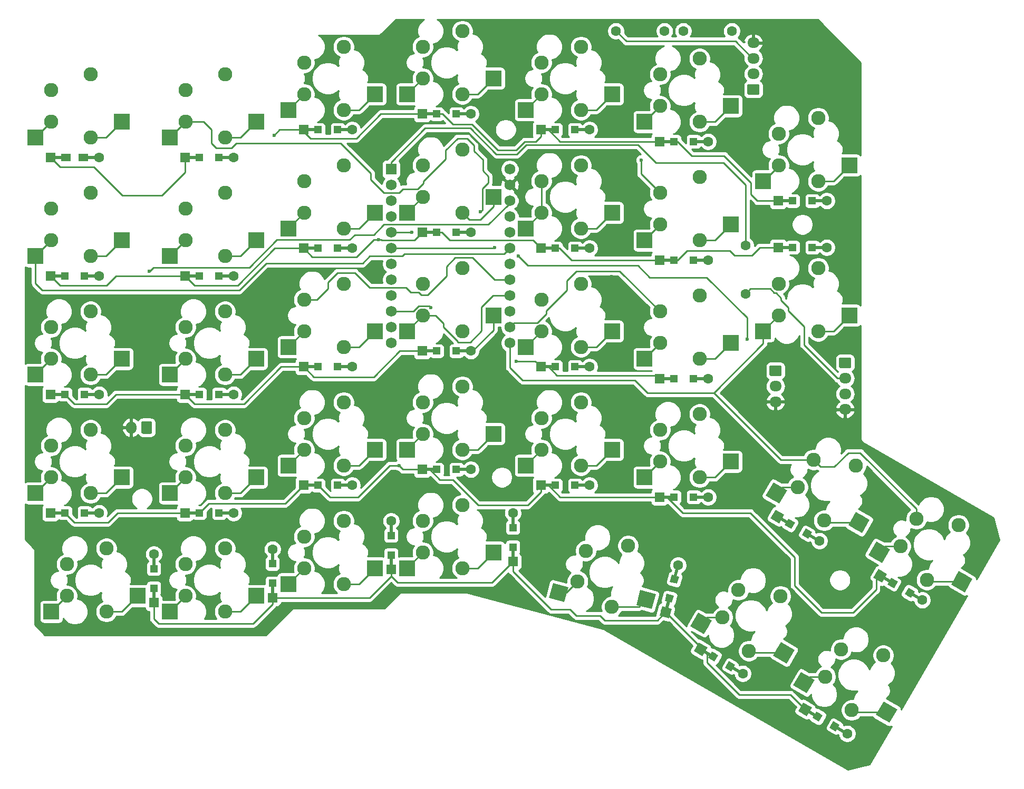
<source format=gbr>
G04 #@! TF.GenerationSoftware,KiCad,Pcbnew,(5.0.0)*
G04 #@! TF.CreationDate,2020-07-01T14:19:43-04:00*
G04 #@! TF.ProjectId,redox_rev1,7265646F785F726576312E6B69636164,1.0*
G04 #@! TF.SameCoordinates,Original*
G04 #@! TF.FileFunction,Copper,L2,Bot,Signal*
G04 #@! TF.FilePolarity,Positive*
%FSLAX46Y46*%
G04 Gerber Fmt 4.6, Leading zero omitted, Abs format (unit mm)*
G04 Created by KiCad (PCBNEW (5.0.0)) date 07/01/20 14:19:43*
%MOMM*%
%LPD*%
G01*
G04 APERTURE LIST*
G04 #@! TA.AperFunction,ComponentPad*
%ADD10O,1.950000X1.700000*%
G04 #@! TD*
G04 #@! TA.AperFunction,Conductor*
%ADD11C,0.100000*%
G04 #@! TD*
G04 #@! TA.AperFunction,ComponentPad*
%ADD12C,1.700000*%
G04 #@! TD*
G04 #@! TA.AperFunction,ComponentPad*
%ADD13C,1.600000*%
G04 #@! TD*
G04 #@! TA.AperFunction,ComponentPad*
%ADD14C,2.286000*%
G04 #@! TD*
G04 #@! TA.AperFunction,SMDPad,CuDef*
%ADD15C,2.500000*%
G04 #@! TD*
G04 #@! TA.AperFunction,SMDPad,CuDef*
%ADD16R,2.550000X2.500000*%
G04 #@! TD*
G04 #@! TA.AperFunction,ComponentPad*
%ADD17R,1.752600X1.752600*%
G04 #@! TD*
G04 #@! TA.AperFunction,ComponentPad*
%ADD18C,1.752600*%
G04 #@! TD*
G04 #@! TA.AperFunction,ComponentPad*
%ADD19R,1.600000X1.600000*%
G04 #@! TD*
G04 #@! TA.AperFunction,Conductor*
%ADD20R,2.900000X0.500000*%
G04 #@! TD*
G04 #@! TA.AperFunction,SMDPad,CuDef*
%ADD21R,1.600000X1.200000*%
G04 #@! TD*
G04 #@! TA.AperFunction,ComponentPad*
%ADD22O,1.700000X2.000000*%
G04 #@! TD*
G04 #@! TA.AperFunction,Conductor*
%ADD23R,2.500000X0.500000*%
G04 #@! TD*
G04 #@! TA.AperFunction,SMDPad,CuDef*
%ADD24R,1.200000X1.200000*%
G04 #@! TD*
G04 #@! TA.AperFunction,Conductor*
%ADD25C,0.500000*%
G04 #@! TD*
G04 #@! TA.AperFunction,SMDPad,CuDef*
%ADD26C,1.200000*%
G04 #@! TD*
G04 #@! TA.AperFunction,Conductor*
%ADD27R,0.500000X2.500000*%
G04 #@! TD*
G04 #@! TA.AperFunction,ViaPad*
%ADD28C,0.600000*%
G04 #@! TD*
G04 #@! TA.AperFunction,Conductor*
%ADD29C,0.250000*%
G04 #@! TD*
G04 #@! TA.AperFunction,Conductor*
%ADD30C,0.254000*%
G04 #@! TD*
G04 APERTURE END LIST*
D10*
G04 #@! TO.P,STATUS_LEDS1,4*
G04 #@! TO.N,GND*
X215138000Y-115450000D03*
G04 #@! TO.P,STATUS_LEDS1,3*
G04 #@! TO.N,rgb_out*
X215138000Y-112950000D03*
G04 #@! TO.P,STATUS_LEDS1,2*
G04 #@! TO.N,Net-(R3-Pad2)*
X215138000Y-110450000D03*
D11*
G04 #@! TD*
G04 #@! TO.N,VCC*
G04 #@! TO.C,STATUS_LEDS1*
G36*
X215887504Y-107101204D02*
X215911773Y-107104804D01*
X215935571Y-107110765D01*
X215958671Y-107119030D01*
X215980849Y-107129520D01*
X216001893Y-107142133D01*
X216021598Y-107156747D01*
X216039777Y-107173223D01*
X216056253Y-107191402D01*
X216070867Y-107211107D01*
X216083480Y-107232151D01*
X216093970Y-107254329D01*
X216102235Y-107277429D01*
X216108196Y-107301227D01*
X216111796Y-107325496D01*
X216113000Y-107350000D01*
X216113000Y-108550000D01*
X216111796Y-108574504D01*
X216108196Y-108598773D01*
X216102235Y-108622571D01*
X216093970Y-108645671D01*
X216083480Y-108667849D01*
X216070867Y-108688893D01*
X216056253Y-108708598D01*
X216039777Y-108726777D01*
X216021598Y-108743253D01*
X216001893Y-108757867D01*
X215980849Y-108770480D01*
X215958671Y-108780970D01*
X215935571Y-108789235D01*
X215911773Y-108795196D01*
X215887504Y-108798796D01*
X215863000Y-108800000D01*
X214413000Y-108800000D01*
X214388496Y-108798796D01*
X214364227Y-108795196D01*
X214340429Y-108789235D01*
X214317329Y-108780970D01*
X214295151Y-108770480D01*
X214274107Y-108757867D01*
X214254402Y-108743253D01*
X214236223Y-108726777D01*
X214219747Y-108708598D01*
X214205133Y-108688893D01*
X214192520Y-108667849D01*
X214182030Y-108645671D01*
X214173765Y-108622571D01*
X214167804Y-108598773D01*
X214164204Y-108574504D01*
X214163000Y-108550000D01*
X214163000Y-107350000D01*
X214164204Y-107325496D01*
X214167804Y-107301227D01*
X214173765Y-107277429D01*
X214182030Y-107254329D01*
X214192520Y-107232151D01*
X214205133Y-107211107D01*
X214219747Y-107191402D01*
X214236223Y-107173223D01*
X214254402Y-107156747D01*
X214274107Y-107142133D01*
X214295151Y-107129520D01*
X214317329Y-107119030D01*
X214340429Y-107110765D01*
X214364227Y-107104804D01*
X214388496Y-107101204D01*
X214413000Y-107100000D01*
X215863000Y-107100000D01*
X215887504Y-107101204D01*
X215887504Y-107101204D01*
G37*
D12*
G04 #@! TO.P,STATUS_LEDS1,1*
G04 #@! TO.N,VCC*
X215138000Y-107950000D03*
G04 #@! TD*
D13*
G04 #@! TO.P,R3,1*
G04 #@! TO.N,rgb_data*
X199136000Y-89064000D03*
G04 #@! TO.P,R3,2*
G04 #@! TO.N,Net-(R3-Pad2)*
X199136000Y-96864000D03*
G04 #@! TD*
D14*
G04 #@! TO.P,K46,1*
G04 #@! TO.N,col6*
X214505443Y-154010295D03*
G04 #@! TO.P,K46,2*
G04 #@! TO.N,Net-(D46-Pad2)*
X221274705Y-154985591D03*
G04 #@! TO.P,K46,1*
G04 #@! TO.N,col6*
X211965443Y-158409705D03*
G04 #@! TO.P,K46,2*
G04 #@! TO.N,Net-(D46-Pad2)*
X216194705Y-163784409D03*
D15*
X221812152Y-164094705D03*
D11*
G04 #@! TD*
G04 #@! TO.N,Net-(D46-Pad2)*
G04 #@! TO.C,K46*
G36*
X220082970Y-164539737D02*
X221332970Y-162374673D01*
X223541334Y-163649673D01*
X222291334Y-165814737D01*
X220082970Y-164539737D01*
X220082970Y-164539737D01*
G37*
D15*
G04 #@! TO.P,K46,1*
G04 #@! TO.N,col6*
X208547700Y-159369409D03*
D11*
G04 #@! TD*
G04 #@! TO.N,col6*
G04 #@! TO.C,K46*
G36*
X206818518Y-159814441D02*
X208068518Y-157649377D01*
X210276882Y-158924377D01*
X209026882Y-161089441D01*
X206818518Y-159814441D01*
X206818518Y-159814441D01*
G37*
D14*
G04 #@! TO.P,K45,1*
G04 #@! TO.N,col5*
X197995443Y-144485295D03*
G04 #@! TO.P,K45,2*
G04 #@! TO.N,Net-(D45-Pad2)*
X204764705Y-145460591D03*
G04 #@! TO.P,K45,1*
G04 #@! TO.N,col5*
X195455443Y-148884705D03*
G04 #@! TO.P,K45,2*
G04 #@! TO.N,Net-(D45-Pad2)*
X199684705Y-154259409D03*
D15*
X205302152Y-154569705D03*
D11*
G04 #@! TD*
G04 #@! TO.N,Net-(D45-Pad2)*
G04 #@! TO.C,K45*
G36*
X203572970Y-155014737D02*
X204822970Y-152849673D01*
X207031334Y-154124673D01*
X205781334Y-156289737D01*
X203572970Y-155014737D01*
X203572970Y-155014737D01*
G37*
D15*
G04 #@! TO.P,K45,1*
G04 #@! TO.N,col5*
X192037700Y-149844409D03*
D11*
G04 #@! TD*
G04 #@! TO.N,col5*
G04 #@! TO.C,K45*
G36*
X190308518Y-150289441D02*
X191558518Y-148124377D01*
X193766882Y-149399377D01*
X192516882Y-151564441D01*
X190308518Y-150289441D01*
X190308518Y-150289441D01*
G37*
D14*
G04 #@! TO.P,K44,1*
G04 #@! TO.N,col4*
X173507223Y-138165448D03*
G04 #@! TO.P,K44,2*
G04 #@! TO.N,Net-(D44-Pad2)*
X180298252Y-137355497D03*
G04 #@! TO.P,K44,1*
G04 #@! TO.N,col4*
X172192422Y-143072351D03*
G04 #@! TO.P,K44,2*
G04 #@! TO.N,Net-(D44-Pad2)*
X177668651Y-147169304D03*
D15*
X183174999Y-146015124D03*
D11*
G04 #@! TD*
G04 #@! TO.N,Net-(D44-Pad2)*
G04 #@! TO.C,K44*
G36*
X181619920Y-146892537D02*
X182266967Y-144477722D01*
X184730078Y-145137711D01*
X184083031Y-147552526D01*
X181619920Y-146892537D01*
X181619920Y-146892537D01*
G37*
D15*
G04 #@! TO.P,K44,1*
G04 #@! TO.N,col4*
X169139526Y-144883931D03*
D11*
G04 #@! TD*
G04 #@! TO.N,col4*
G04 #@! TO.C,K44*
G36*
X167584447Y-145761344D02*
X168231494Y-143346529D01*
X170694605Y-144006518D01*
X170047558Y-146421333D01*
X167584447Y-145761344D01*
X167584447Y-145761344D01*
G37*
D14*
G04 #@! TO.P,K43,1*
G04 #@! TO.N,col3*
X147320000Y-133350000D03*
G04 #@! TO.P,K43,2*
G04 #@! TO.N,Net-(D43-Pad2)*
X153670000Y-130810000D03*
G04 #@! TO.P,K43,1*
G04 #@! TO.N,col3*
X147320000Y-138430000D03*
G04 #@! TO.P,K43,2*
G04 #@! TO.N,Net-(D43-Pad2)*
X153670000Y-140970000D03*
D16*
X158690000Y-138430000D03*
G04 #@! TO.P,K43,1*
G04 #@! TO.N,col3*
X144840000Y-140970000D03*
G04 #@! TD*
D14*
G04 #@! TO.P,K42,1*
G04 #@! TO.N,col2*
X128270000Y-135890000D03*
G04 #@! TO.P,K42,2*
G04 #@! TO.N,Net-(D42-Pad2)*
X134620000Y-133350000D03*
G04 #@! TO.P,K42,1*
G04 #@! TO.N,col2*
X128270000Y-140970000D03*
G04 #@! TO.P,K42,2*
G04 #@! TO.N,Net-(D42-Pad2)*
X134620000Y-143510000D03*
D16*
X139640000Y-140970000D03*
G04 #@! TO.P,K42,1*
G04 #@! TO.N,col2*
X125790000Y-143510000D03*
G04 #@! TD*
D14*
G04 #@! TO.P,K41,1*
G04 #@! TO.N,col1*
X109220000Y-140335000D03*
G04 #@! TO.P,K41,2*
G04 #@! TO.N,Net-(D41-Pad2)*
X115570000Y-137795000D03*
G04 #@! TO.P,K41,1*
G04 #@! TO.N,col1*
X109220000Y-145415000D03*
G04 #@! TO.P,K41,2*
G04 #@! TO.N,Net-(D41-Pad2)*
X115570000Y-147955000D03*
D16*
X120590000Y-145415000D03*
G04 #@! TO.P,K41,1*
G04 #@! TO.N,col1*
X106740000Y-147955000D03*
G04 #@! TD*
D14*
G04 #@! TO.P,K40,1*
G04 #@! TO.N,col0*
X90170000Y-140335000D03*
G04 #@! TO.P,K40,2*
G04 #@! TO.N,Net-(D40-Pad2)*
X96520000Y-137795000D03*
G04 #@! TO.P,K40,1*
G04 #@! TO.N,col0*
X90170000Y-145415000D03*
G04 #@! TO.P,K40,2*
G04 #@! TO.N,Net-(D40-Pad2)*
X96520000Y-147955000D03*
D16*
X101540000Y-145415000D03*
G04 #@! TO.P,K40,1*
G04 #@! TO.N,col0*
X87690000Y-147955000D03*
G04 #@! TD*
D14*
G04 #@! TO.P,K36,1*
G04 #@! TO.N,col6*
X226570443Y-133055295D03*
G04 #@! TO.P,K36,2*
G04 #@! TO.N,Net-(D36-Pad2)*
X233339705Y-134030591D03*
G04 #@! TO.P,K36,1*
G04 #@! TO.N,col6*
X224030443Y-137454705D03*
G04 #@! TO.P,K36,2*
G04 #@! TO.N,Net-(D36-Pad2)*
X228259705Y-142829409D03*
D15*
X233877152Y-143139705D03*
D11*
G04 #@! TD*
G04 #@! TO.N,Net-(D36-Pad2)*
G04 #@! TO.C,K36*
G36*
X232147970Y-143584737D02*
X233397970Y-141419673D01*
X235606334Y-142694673D01*
X234356334Y-144859737D01*
X232147970Y-143584737D01*
X232147970Y-143584737D01*
G37*
D15*
G04 #@! TO.P,K36,1*
G04 #@! TO.N,col6*
X220612700Y-138414409D03*
D11*
G04 #@! TD*
G04 #@! TO.N,col6*
G04 #@! TO.C,K36*
G36*
X218883518Y-138859441D02*
X220133518Y-136694377D01*
X222341882Y-137969377D01*
X221091882Y-140134441D01*
X218883518Y-138859441D01*
X218883518Y-138859441D01*
G37*
D14*
G04 #@! TO.P,K35,1*
G04 #@! TO.N,col5*
X185420000Y-118745000D03*
G04 #@! TO.P,K35,2*
G04 #@! TO.N,Net-(D35-Pad2)*
X191770000Y-116205000D03*
G04 #@! TO.P,K35,1*
G04 #@! TO.N,col5*
X185420000Y-123825000D03*
G04 #@! TO.P,K35,2*
G04 #@! TO.N,Net-(D35-Pad2)*
X191770000Y-126365000D03*
D16*
X196790000Y-123825000D03*
G04 #@! TO.P,K35,1*
G04 #@! TO.N,col5*
X182940000Y-126365000D03*
G04 #@! TD*
D14*
G04 #@! TO.P,K34,1*
G04 #@! TO.N,col4*
X166370000Y-116840000D03*
G04 #@! TO.P,K34,2*
G04 #@! TO.N,Net-(D34-Pad2)*
X172720000Y-114300000D03*
G04 #@! TO.P,K34,1*
G04 #@! TO.N,col4*
X166370000Y-121920000D03*
G04 #@! TO.P,K34,2*
G04 #@! TO.N,Net-(D34-Pad2)*
X172720000Y-124460000D03*
D16*
X177740000Y-121920000D03*
G04 #@! TO.P,K34,1*
G04 #@! TO.N,col4*
X163890000Y-124460000D03*
G04 #@! TD*
D14*
G04 #@! TO.P,K33,1*
G04 #@! TO.N,col3*
X147320000Y-114300000D03*
G04 #@! TO.P,K33,2*
G04 #@! TO.N,Net-(D33-Pad2)*
X153670000Y-111760000D03*
G04 #@! TO.P,K33,1*
G04 #@! TO.N,col3*
X147320000Y-119380000D03*
G04 #@! TO.P,K33,2*
G04 #@! TO.N,Net-(D33-Pad2)*
X153670000Y-121920000D03*
D16*
X158690000Y-119380000D03*
G04 #@! TO.P,K33,1*
G04 #@! TO.N,col3*
X144840000Y-121920000D03*
G04 #@! TD*
D14*
G04 #@! TO.P,K32,1*
G04 #@! TO.N,col2*
X128270000Y-116840000D03*
G04 #@! TO.P,K32,2*
G04 #@! TO.N,Net-(D32-Pad2)*
X134620000Y-114300000D03*
G04 #@! TO.P,K32,1*
G04 #@! TO.N,col2*
X128270000Y-121920000D03*
G04 #@! TO.P,K32,2*
G04 #@! TO.N,Net-(D32-Pad2)*
X134620000Y-124460000D03*
D16*
X139640000Y-121920000D03*
G04 #@! TO.P,K32,1*
G04 #@! TO.N,col2*
X125790000Y-124460000D03*
G04 #@! TD*
D14*
G04 #@! TO.P,K31,1*
G04 #@! TO.N,col1*
X109220000Y-121285000D03*
G04 #@! TO.P,K31,2*
G04 #@! TO.N,Net-(D31-Pad2)*
X115570000Y-118745000D03*
G04 #@! TO.P,K31,1*
G04 #@! TO.N,col1*
X109220000Y-126365000D03*
G04 #@! TO.P,K31,2*
G04 #@! TO.N,Net-(D31-Pad2)*
X115570000Y-128905000D03*
D16*
X120590000Y-126365000D03*
G04 #@! TO.P,K31,1*
G04 #@! TO.N,col1*
X106740000Y-128905000D03*
G04 #@! TD*
D14*
G04 #@! TO.P,K30,1*
G04 #@! TO.N,col0*
X87630000Y-121285000D03*
G04 #@! TO.P,K30,2*
G04 #@! TO.N,Net-(D30-Pad2)*
X93980000Y-118745000D03*
G04 #@! TO.P,K30,1*
G04 #@! TO.N,col0*
X87630000Y-126365000D03*
G04 #@! TO.P,K30,2*
G04 #@! TO.N,Net-(D30-Pad2)*
X93980000Y-128905000D03*
D16*
X99000000Y-126365000D03*
G04 #@! TO.P,K30,1*
G04 #@! TO.N,col0*
X85150000Y-128905000D03*
G04 #@! TD*
D14*
G04 #@! TO.P,K26,1*
G04 #@! TO.N,col6*
X210060443Y-123530295D03*
G04 #@! TO.P,K26,2*
G04 #@! TO.N,Net-(D26-Pad2)*
X216829705Y-124505591D03*
G04 #@! TO.P,K26,1*
G04 #@! TO.N,col6*
X207520443Y-127929705D03*
G04 #@! TO.P,K26,2*
G04 #@! TO.N,Net-(D26-Pad2)*
X211749705Y-133304409D03*
D15*
X217367152Y-133614705D03*
D11*
G04 #@! TD*
G04 #@! TO.N,Net-(D26-Pad2)*
G04 #@! TO.C,K26*
G36*
X215637970Y-134059737D02*
X216887970Y-131894673D01*
X219096334Y-133169673D01*
X217846334Y-135334737D01*
X215637970Y-134059737D01*
X215637970Y-134059737D01*
G37*
D15*
G04 #@! TO.P,K26,1*
G04 #@! TO.N,col6*
X204102700Y-128889409D03*
D11*
G04 #@! TD*
G04 #@! TO.N,col6*
G04 #@! TO.C,K26*
G36*
X202373518Y-129334441D02*
X203623518Y-127169377D01*
X205831882Y-128444377D01*
X204581882Y-130609441D01*
X202373518Y-129334441D01*
X202373518Y-129334441D01*
G37*
D14*
G04 #@! TO.P,K25,1*
G04 #@! TO.N,col5*
X185420000Y-99695000D03*
G04 #@! TO.P,K25,2*
G04 #@! TO.N,Net-(D25-Pad2)*
X191770000Y-97155000D03*
G04 #@! TO.P,K25,1*
G04 #@! TO.N,col5*
X185420000Y-104775000D03*
G04 #@! TO.P,K25,2*
G04 #@! TO.N,Net-(D25-Pad2)*
X191770000Y-107315000D03*
D16*
X196790000Y-104775000D03*
G04 #@! TO.P,K25,1*
G04 #@! TO.N,col5*
X182940000Y-107315000D03*
G04 #@! TD*
D14*
G04 #@! TO.P,K24,1*
G04 #@! TO.N,col4*
X166370000Y-97790000D03*
G04 #@! TO.P,K24,2*
G04 #@! TO.N,Net-(D24-Pad2)*
X172720000Y-95250000D03*
G04 #@! TO.P,K24,1*
G04 #@! TO.N,col4*
X166370000Y-102870000D03*
G04 #@! TO.P,K24,2*
G04 #@! TO.N,Net-(D24-Pad2)*
X172720000Y-105410000D03*
D16*
X177740000Y-102870000D03*
G04 #@! TO.P,K24,1*
G04 #@! TO.N,col4*
X163890000Y-105410000D03*
G04 #@! TD*
D14*
G04 #@! TO.P,K23,1*
G04 #@! TO.N,col3*
X147320000Y-95250000D03*
G04 #@! TO.P,K23,2*
G04 #@! TO.N,Net-(D23-Pad2)*
X153670000Y-92710000D03*
G04 #@! TO.P,K23,1*
G04 #@! TO.N,col3*
X147320000Y-100330000D03*
G04 #@! TO.P,K23,2*
G04 #@! TO.N,Net-(D23-Pad2)*
X153670000Y-102870000D03*
D16*
X158690000Y-100330000D03*
G04 #@! TO.P,K23,1*
G04 #@! TO.N,col3*
X144840000Y-102870000D03*
G04 #@! TD*
D14*
G04 #@! TO.P,K22,1*
G04 #@! TO.N,col2*
X128270000Y-97790000D03*
G04 #@! TO.P,K22,2*
G04 #@! TO.N,Net-(D22-Pad2)*
X134620000Y-95250000D03*
G04 #@! TO.P,K22,1*
G04 #@! TO.N,col2*
X128270000Y-102870000D03*
G04 #@! TO.P,K22,2*
G04 #@! TO.N,Net-(D22-Pad2)*
X134620000Y-105410000D03*
D16*
X139640000Y-102870000D03*
G04 #@! TO.P,K22,1*
G04 #@! TO.N,col2*
X125790000Y-105410000D03*
G04 #@! TD*
D14*
G04 #@! TO.P,K21,1*
G04 #@! TO.N,col1*
X109220000Y-102235000D03*
G04 #@! TO.P,K21,2*
G04 #@! TO.N,Net-(D21-Pad2)*
X115570000Y-99695000D03*
G04 #@! TO.P,K21,1*
G04 #@! TO.N,col1*
X109220000Y-107315000D03*
G04 #@! TO.P,K21,2*
G04 #@! TO.N,Net-(D21-Pad2)*
X115570000Y-109855000D03*
D16*
X120590000Y-107315000D03*
G04 #@! TO.P,K21,1*
G04 #@! TO.N,col1*
X106740000Y-109855000D03*
G04 #@! TD*
D14*
G04 #@! TO.P,K20,1*
G04 #@! TO.N,col0*
X87630000Y-102235000D03*
G04 #@! TO.P,K20,2*
G04 #@! TO.N,Net-(D20-Pad2)*
X93980000Y-99695000D03*
G04 #@! TO.P,K20,1*
G04 #@! TO.N,col0*
X87630000Y-107315000D03*
G04 #@! TO.P,K20,2*
G04 #@! TO.N,Net-(D20-Pad2)*
X93980000Y-109855000D03*
D16*
X99000000Y-107315000D03*
G04 #@! TO.P,K20,1*
G04 #@! TO.N,col0*
X85150000Y-109855000D03*
G04 #@! TD*
D14*
G04 #@! TO.P,K16,1*
G04 #@! TO.N,col6*
X204470000Y-95250000D03*
G04 #@! TO.P,K16,2*
G04 #@! TO.N,Net-(D16-Pad2)*
X210820000Y-92710000D03*
G04 #@! TO.P,K16,1*
G04 #@! TO.N,col6*
X204470000Y-100330000D03*
G04 #@! TO.P,K16,2*
G04 #@! TO.N,Net-(D16-Pad2)*
X210820000Y-102870000D03*
D16*
X215840000Y-100330000D03*
G04 #@! TO.P,K16,1*
G04 #@! TO.N,col6*
X201990000Y-102870000D03*
G04 #@! TD*
D14*
G04 #@! TO.P,K15,1*
G04 #@! TO.N,col5*
X185420000Y-80645000D03*
G04 #@! TO.P,K15,2*
G04 #@! TO.N,Net-(D15-Pad2)*
X191770000Y-78105000D03*
G04 #@! TO.P,K15,1*
G04 #@! TO.N,col5*
X185420000Y-85725000D03*
G04 #@! TO.P,K15,2*
G04 #@! TO.N,Net-(D15-Pad2)*
X191770000Y-88265000D03*
D16*
X196790000Y-85725000D03*
G04 #@! TO.P,K15,1*
G04 #@! TO.N,col5*
X182940000Y-88265000D03*
G04 #@! TD*
D14*
G04 #@! TO.P,K14,1*
G04 #@! TO.N,col4*
X166370000Y-78740000D03*
G04 #@! TO.P,K14,2*
G04 #@! TO.N,Net-(D14-Pad2)*
X172720000Y-76200000D03*
G04 #@! TO.P,K14,1*
G04 #@! TO.N,col4*
X166370000Y-83820000D03*
G04 #@! TO.P,K14,2*
G04 #@! TO.N,Net-(D14-Pad2)*
X172720000Y-86360000D03*
D16*
X177740000Y-83820000D03*
G04 #@! TO.P,K14,1*
G04 #@! TO.N,col4*
X163890000Y-86360000D03*
G04 #@! TD*
D14*
G04 #@! TO.P,K13,1*
G04 #@! TO.N,col3*
X147320000Y-76200000D03*
G04 #@! TO.P,K13,2*
G04 #@! TO.N,Net-(D13-Pad2)*
X153670000Y-73660000D03*
G04 #@! TO.P,K13,1*
G04 #@! TO.N,col3*
X147320000Y-81280000D03*
G04 #@! TO.P,K13,2*
G04 #@! TO.N,Net-(D13-Pad2)*
X153670000Y-83820000D03*
D16*
X158690000Y-81280000D03*
G04 #@! TO.P,K13,1*
G04 #@! TO.N,col3*
X144840000Y-83820000D03*
G04 #@! TD*
D14*
G04 #@! TO.P,K12,1*
G04 #@! TO.N,col2*
X128270000Y-78740000D03*
G04 #@! TO.P,K12,2*
G04 #@! TO.N,Net-(D12-Pad2)*
X134620000Y-76200000D03*
G04 #@! TO.P,K12,1*
G04 #@! TO.N,col2*
X128270000Y-83820000D03*
G04 #@! TO.P,K12,2*
G04 #@! TO.N,Net-(D12-Pad2)*
X134620000Y-86360000D03*
D16*
X139640000Y-83820000D03*
G04 #@! TO.P,K12,1*
G04 #@! TO.N,col2*
X125790000Y-86360000D03*
G04 #@! TD*
D14*
G04 #@! TO.P,K11,1*
G04 #@! TO.N,col1*
X109220000Y-83185000D03*
G04 #@! TO.P,K11,2*
G04 #@! TO.N,Net-(D11-Pad2)*
X115570000Y-80645000D03*
G04 #@! TO.P,K11,1*
G04 #@! TO.N,col1*
X109220000Y-88265000D03*
G04 #@! TO.P,K11,2*
G04 #@! TO.N,Net-(D11-Pad2)*
X115570000Y-90805000D03*
D16*
X120590000Y-88265000D03*
G04 #@! TO.P,K11,1*
G04 #@! TO.N,col1*
X106740000Y-90805000D03*
G04 #@! TD*
D14*
G04 #@! TO.P,K10,1*
G04 #@! TO.N,col0*
X87630000Y-83185000D03*
G04 #@! TO.P,K10,2*
G04 #@! TO.N,Net-(D10-Pad2)*
X93980000Y-80645000D03*
G04 #@! TO.P,K10,1*
G04 #@! TO.N,col0*
X87630000Y-88265000D03*
G04 #@! TO.P,K10,2*
G04 #@! TO.N,Net-(D10-Pad2)*
X93980000Y-90805000D03*
D16*
X99000000Y-88265000D03*
G04 #@! TO.P,K10,1*
G04 #@! TO.N,col0*
X85150000Y-90805000D03*
G04 #@! TD*
D14*
G04 #@! TO.P,K6,1*
G04 #@! TO.N,col6*
X204470000Y-71120000D03*
G04 #@! TO.P,K6,2*
G04 #@! TO.N,Net-(D6-Pad2)*
X210820000Y-68580000D03*
G04 #@! TO.P,K6,1*
G04 #@! TO.N,col6*
X204470000Y-76200000D03*
G04 #@! TO.P,K6,2*
G04 #@! TO.N,Net-(D6-Pad2)*
X210820000Y-78740000D03*
D16*
X215840000Y-76200000D03*
G04 #@! TO.P,K6,1*
G04 #@! TO.N,col6*
X201990000Y-78740000D03*
G04 #@! TD*
D14*
G04 #@! TO.P,K5,1*
G04 #@! TO.N,col5*
X185420000Y-61595000D03*
G04 #@! TO.P,K5,2*
G04 #@! TO.N,Net-(D5-Pad2)*
X191770000Y-59055000D03*
G04 #@! TO.P,K5,1*
G04 #@! TO.N,col5*
X185420000Y-66675000D03*
G04 #@! TO.P,K5,2*
G04 #@! TO.N,Net-(D5-Pad2)*
X191770000Y-69215000D03*
D16*
X196790000Y-66675000D03*
G04 #@! TO.P,K5,1*
G04 #@! TO.N,col5*
X182940000Y-69215000D03*
G04 #@! TD*
D14*
G04 #@! TO.P,K4,1*
G04 #@! TO.N,col4*
X166370000Y-59690000D03*
G04 #@! TO.P,K4,2*
G04 #@! TO.N,Net-(D4-Pad2)*
X172720000Y-57150000D03*
G04 #@! TO.P,K4,1*
G04 #@! TO.N,col4*
X166370000Y-64770000D03*
G04 #@! TO.P,K4,2*
G04 #@! TO.N,Net-(D4-Pad2)*
X172720000Y-67310000D03*
D16*
X177740000Y-64770000D03*
G04 #@! TO.P,K4,1*
G04 #@! TO.N,col4*
X163890000Y-67310000D03*
G04 #@! TD*
D14*
G04 #@! TO.P,K3,1*
G04 #@! TO.N,col3*
X147320000Y-57150000D03*
G04 #@! TO.P,K3,2*
G04 #@! TO.N,Net-(D3-Pad2)*
X153670000Y-54610000D03*
G04 #@! TO.P,K3,1*
G04 #@! TO.N,col3*
X147320000Y-62230000D03*
G04 #@! TO.P,K3,2*
G04 #@! TO.N,Net-(D3-Pad2)*
X153670000Y-64770000D03*
D16*
X158690000Y-62230000D03*
G04 #@! TO.P,K3,1*
G04 #@! TO.N,col3*
X144840000Y-64770000D03*
G04 #@! TD*
D14*
G04 #@! TO.P,K2,1*
G04 #@! TO.N,col2*
X128270000Y-59690000D03*
G04 #@! TO.P,K2,2*
G04 #@! TO.N,Net-(D2-Pad2)*
X134620000Y-57150000D03*
G04 #@! TO.P,K2,1*
G04 #@! TO.N,col2*
X128270000Y-64770000D03*
G04 #@! TO.P,K2,2*
G04 #@! TO.N,Net-(D2-Pad2)*
X134620000Y-67310000D03*
D16*
X139640000Y-64770000D03*
G04 #@! TO.P,K2,1*
G04 #@! TO.N,col2*
X125790000Y-67310000D03*
G04 #@! TD*
D14*
G04 #@! TO.P,K1,1*
G04 #@! TO.N,col1*
X109220000Y-64135000D03*
G04 #@! TO.P,K1,2*
G04 #@! TO.N,Net-(D1-Pad2)*
X115570000Y-61595000D03*
G04 #@! TO.P,K1,1*
G04 #@! TO.N,col1*
X109220000Y-69215000D03*
G04 #@! TO.P,K1,2*
G04 #@! TO.N,Net-(D1-Pad2)*
X115570000Y-71755000D03*
D16*
X120590000Y-69215000D03*
G04 #@! TO.P,K1,1*
G04 #@! TO.N,col1*
X106740000Y-71755000D03*
G04 #@! TD*
D14*
G04 #@! TO.P,K0,1*
G04 #@! TO.N,col0*
X87630000Y-64135000D03*
G04 #@! TO.P,K0,2*
G04 #@! TO.N,Net-(D0-Pad2)*
X93980000Y-61595000D03*
G04 #@! TO.P,K0,1*
G04 #@! TO.N,col0*
X87630000Y-69215000D03*
G04 #@! TO.P,K0,2*
G04 #@! TO.N,Net-(D0-Pad2)*
X93980000Y-71755000D03*
D16*
X99000000Y-69215000D03*
G04 #@! TO.P,K0,1*
G04 #@! TO.N,col0*
X85150000Y-71755000D03*
G04 #@! TD*
D17*
G04 #@! TO.P,U1,1*
G04 #@! TO.N,rgb_data*
X142240000Y-76835000D03*
D18*
G04 #@! TO.P,U1,2*
G04 #@! TO.N,Net-(U1-Pad2)*
X142240000Y-79375000D03*
G04 #@! TO.P,U1,3*
G04 #@! TO.N,GND*
X142240000Y-81915000D03*
G04 #@! TO.P,U1,4*
X142240000Y-84455000D03*
G04 #@! TO.P,U1,5*
G04 #@! TO.N,SDA*
X142240000Y-86995000D03*
G04 #@! TO.P,U1,6*
G04 #@! TO.N,SCL*
X142240000Y-89535000D03*
G04 #@! TO.P,U1,7*
G04 #@! TO.N,row0*
X142240000Y-92075000D03*
G04 #@! TO.P,U1,8*
G04 #@! TO.N,Net-(U1-Pad8)*
X142240000Y-94615000D03*
G04 #@! TO.P,U1,9*
G04 #@! TO.N,row1*
X142240000Y-97155000D03*
G04 #@! TO.P,U1,10*
G04 #@! TO.N,row2*
X142240000Y-99695000D03*
G04 #@! TO.P,U1,11*
G04 #@! TO.N,row3*
X142240000Y-102235000D03*
G04 #@! TO.P,U1,13*
G04 #@! TO.N,col6*
X161290000Y-104775000D03*
G04 #@! TO.P,U1,14*
G04 #@! TO.N,col5*
X161290000Y-102235000D03*
G04 #@! TO.P,U1,15*
G04 #@! TO.N,col4*
X161290000Y-99695000D03*
G04 #@! TO.P,U1,16*
G04 #@! TO.N,col3*
X161290000Y-97155000D03*
G04 #@! TO.P,U1,17*
G04 #@! TO.N,col2*
X161290000Y-94615000D03*
G04 #@! TO.P,U1,18*
G04 #@! TO.N,col1*
X161290000Y-92075000D03*
G04 #@! TO.P,U1,19*
G04 #@! TO.N,col0*
X161290000Y-89535000D03*
G04 #@! TO.P,U1,20*
G04 #@! TO.N,Net-(U1-Pad20)*
X161290000Y-86995000D03*
G04 #@! TO.P,U1,21*
G04 #@! TO.N,VCC*
X161290000Y-84455000D03*
G04 #@! TO.P,U1,22*
G04 #@! TO.N,RST*
X161290000Y-81915000D03*
G04 #@! TO.P,U1,23*
G04 #@! TO.N,GND*
X161290000Y-79375000D03*
G04 #@! TO.P,U1,12*
G04 #@! TO.N,row4*
X142240000Y-104775000D03*
G04 #@! TO.P,U1,24*
G04 #@! TO.N,Net-(U1-Pad24)*
X161290000Y-76835000D03*
G04 #@! TD*
D19*
G04 #@! TO.P,D0,1*
G04 #@! TO.N,row0*
X87540000Y-74930000D03*
D13*
G04 #@! TO.P,D0,2*
G04 #@! TO.N,Net-(D0-Pad2)*
X95340000Y-74930000D03*
D20*
G04 #@! TD*
G04 #@! TO.N,row0*
G04 #@! TO.C,D0*
X88940000Y-74930000D03*
D21*
G04 #@! TO.P,D0,1*
G04 #@! TO.N,row0*
X90040000Y-74930000D03*
G04 #@! TO.P,D0,2*
G04 #@! TO.N,Net-(D0-Pad2)*
X92840000Y-74930000D03*
D20*
G04 #@! TD*
G04 #@! TO.N,Net-(D0-Pad2)*
G04 #@! TO.C,D0*
X93940000Y-74930000D03*
D10*
G04 #@! TO.P,RGB_STRIP1,3*
G04 #@! TO.N,GND*
X203962000Y-114220000D03*
G04 #@! TO.P,RGB_STRIP1,2*
G04 #@! TO.N,rgb_out*
X203962000Y-111720000D03*
D11*
G04 #@! TD*
G04 #@! TO.N,VCC*
G04 #@! TO.C,RGB_STRIP1*
G36*
X204711504Y-108371204D02*
X204735773Y-108374804D01*
X204759571Y-108380765D01*
X204782671Y-108389030D01*
X204804849Y-108399520D01*
X204825893Y-108412133D01*
X204845598Y-108426747D01*
X204863777Y-108443223D01*
X204880253Y-108461402D01*
X204894867Y-108481107D01*
X204907480Y-108502151D01*
X204917970Y-108524329D01*
X204926235Y-108547429D01*
X204932196Y-108571227D01*
X204935796Y-108595496D01*
X204937000Y-108620000D01*
X204937000Y-109820000D01*
X204935796Y-109844504D01*
X204932196Y-109868773D01*
X204926235Y-109892571D01*
X204917970Y-109915671D01*
X204907480Y-109937849D01*
X204894867Y-109958893D01*
X204880253Y-109978598D01*
X204863777Y-109996777D01*
X204845598Y-110013253D01*
X204825893Y-110027867D01*
X204804849Y-110040480D01*
X204782671Y-110050970D01*
X204759571Y-110059235D01*
X204735773Y-110065196D01*
X204711504Y-110068796D01*
X204687000Y-110070000D01*
X203237000Y-110070000D01*
X203212496Y-110068796D01*
X203188227Y-110065196D01*
X203164429Y-110059235D01*
X203141329Y-110050970D01*
X203119151Y-110040480D01*
X203098107Y-110027867D01*
X203078402Y-110013253D01*
X203060223Y-109996777D01*
X203043747Y-109978598D01*
X203029133Y-109958893D01*
X203016520Y-109937849D01*
X203006030Y-109915671D01*
X202997765Y-109892571D01*
X202991804Y-109868773D01*
X202988204Y-109844504D01*
X202987000Y-109820000D01*
X202987000Y-108620000D01*
X202988204Y-108595496D01*
X202991804Y-108571227D01*
X202997765Y-108547429D01*
X203006030Y-108524329D01*
X203016520Y-108502151D01*
X203029133Y-108481107D01*
X203043747Y-108461402D01*
X203060223Y-108443223D01*
X203078402Y-108426747D01*
X203098107Y-108412133D01*
X203119151Y-108399520D01*
X203141329Y-108389030D01*
X203164429Y-108380765D01*
X203188227Y-108374804D01*
X203212496Y-108371204D01*
X203237000Y-108370000D01*
X204687000Y-108370000D01*
X204711504Y-108371204D01*
X204711504Y-108371204D01*
G37*
D12*
G04 #@! TO.P,RGB_STRIP1,1*
G04 #@! TO.N,VCC*
X203962000Y-109220000D03*
G04 #@! TD*
D22*
G04 #@! TO.P,RESET1,2*
G04 #@! TO.N,GND*
X100497000Y-118364000D03*
D11*
G04 #@! TD*
G04 #@! TO.N,RST*
G04 #@! TO.C,RESET1*
G36*
X103621504Y-117365204D02*
X103645773Y-117368804D01*
X103669571Y-117374765D01*
X103692671Y-117383030D01*
X103714849Y-117393520D01*
X103735893Y-117406133D01*
X103755598Y-117420747D01*
X103773777Y-117437223D01*
X103790253Y-117455402D01*
X103804867Y-117475107D01*
X103817480Y-117496151D01*
X103827970Y-117518329D01*
X103836235Y-117541429D01*
X103842196Y-117565227D01*
X103845796Y-117589496D01*
X103847000Y-117614000D01*
X103847000Y-119114000D01*
X103845796Y-119138504D01*
X103842196Y-119162773D01*
X103836235Y-119186571D01*
X103827970Y-119209671D01*
X103817480Y-119231849D01*
X103804867Y-119252893D01*
X103790253Y-119272598D01*
X103773777Y-119290777D01*
X103755598Y-119307253D01*
X103735893Y-119321867D01*
X103714849Y-119334480D01*
X103692671Y-119344970D01*
X103669571Y-119353235D01*
X103645773Y-119359196D01*
X103621504Y-119362796D01*
X103597000Y-119364000D01*
X102397000Y-119364000D01*
X102372496Y-119362796D01*
X102348227Y-119359196D01*
X102324429Y-119353235D01*
X102301329Y-119344970D01*
X102279151Y-119334480D01*
X102258107Y-119321867D01*
X102238402Y-119307253D01*
X102220223Y-119290777D01*
X102203747Y-119272598D01*
X102189133Y-119252893D01*
X102176520Y-119231849D01*
X102166030Y-119209671D01*
X102157765Y-119186571D01*
X102151804Y-119162773D01*
X102148204Y-119138504D01*
X102147000Y-119114000D01*
X102147000Y-117614000D01*
X102148204Y-117589496D01*
X102151804Y-117565227D01*
X102157765Y-117541429D01*
X102166030Y-117518329D01*
X102176520Y-117496151D01*
X102189133Y-117475107D01*
X102203747Y-117455402D01*
X102220223Y-117437223D01*
X102238402Y-117420747D01*
X102258107Y-117406133D01*
X102279151Y-117393520D01*
X102301329Y-117383030D01*
X102324429Y-117374765D01*
X102348227Y-117368804D01*
X102372496Y-117365204D01*
X102397000Y-117364000D01*
X103597000Y-117364000D01*
X103621504Y-117365204D01*
X103621504Y-117365204D01*
G37*
D12*
G04 #@! TO.P,RESET1,1*
G04 #@! TO.N,RST*
X102997000Y-118364000D03*
G04 #@! TD*
D10*
G04 #@! TO.P,BOARD_COMM1,4*
G04 #@! TO.N,GND*
X200406000Y-56508000D03*
G04 #@! TO.P,BOARD_COMM1,3*
G04 #@! TO.N,SDA*
X200406000Y-59008000D03*
G04 #@! TO.P,BOARD_COMM1,2*
G04 #@! TO.N,SCL*
X200406000Y-61508000D03*
D11*
G04 #@! TD*
G04 #@! TO.N,VCC*
G04 #@! TO.C,BOARD_COMM1*
G36*
X201155504Y-63159204D02*
X201179773Y-63162804D01*
X201203571Y-63168765D01*
X201226671Y-63177030D01*
X201248849Y-63187520D01*
X201269893Y-63200133D01*
X201289598Y-63214747D01*
X201307777Y-63231223D01*
X201324253Y-63249402D01*
X201338867Y-63269107D01*
X201351480Y-63290151D01*
X201361970Y-63312329D01*
X201370235Y-63335429D01*
X201376196Y-63359227D01*
X201379796Y-63383496D01*
X201381000Y-63408000D01*
X201381000Y-64608000D01*
X201379796Y-64632504D01*
X201376196Y-64656773D01*
X201370235Y-64680571D01*
X201361970Y-64703671D01*
X201351480Y-64725849D01*
X201338867Y-64746893D01*
X201324253Y-64766598D01*
X201307777Y-64784777D01*
X201289598Y-64801253D01*
X201269893Y-64815867D01*
X201248849Y-64828480D01*
X201226671Y-64838970D01*
X201203571Y-64847235D01*
X201179773Y-64853196D01*
X201155504Y-64856796D01*
X201131000Y-64858000D01*
X199681000Y-64858000D01*
X199656496Y-64856796D01*
X199632227Y-64853196D01*
X199608429Y-64847235D01*
X199585329Y-64838970D01*
X199563151Y-64828480D01*
X199542107Y-64815867D01*
X199522402Y-64801253D01*
X199504223Y-64784777D01*
X199487747Y-64766598D01*
X199473133Y-64746893D01*
X199460520Y-64725849D01*
X199450030Y-64703671D01*
X199441765Y-64680571D01*
X199435804Y-64656773D01*
X199432204Y-64632504D01*
X199431000Y-64608000D01*
X199431000Y-63408000D01*
X199432204Y-63383496D01*
X199435804Y-63359227D01*
X199441765Y-63335429D01*
X199450030Y-63312329D01*
X199460520Y-63290151D01*
X199473133Y-63269107D01*
X199487747Y-63249402D01*
X199504223Y-63231223D01*
X199522402Y-63214747D01*
X199542107Y-63200133D01*
X199563151Y-63187520D01*
X199585329Y-63177030D01*
X199608429Y-63168765D01*
X199632227Y-63162804D01*
X199656496Y-63159204D01*
X199681000Y-63158000D01*
X201131000Y-63158000D01*
X201155504Y-63159204D01*
X201155504Y-63159204D01*
G37*
D12*
G04 #@! TO.P,BOARD_COMM1,1*
G04 #@! TO.N,VCC*
X200406000Y-64008000D03*
G04 #@! TD*
D23*
G04 #@! TO.N,Net-(D1-Pad2)*
G04 #@! TO.C,D1*
X115730000Y-74930000D03*
D24*
G04 #@! TD*
G04 #@! TO.P,D1,2*
G04 #@! TO.N,Net-(D1-Pad2)*
X114605000Y-74930000D03*
G04 #@! TO.P,D1,1*
G04 #@! TO.N,row0*
X111455000Y-74930000D03*
D23*
G04 #@! TD*
G04 #@! TO.N,row0*
G04 #@! TO.C,D1*
X110330000Y-74930000D03*
D13*
G04 #@! TO.P,D1,2*
G04 #@! TO.N,Net-(D1-Pad2)*
X116930000Y-74930000D03*
D19*
G04 #@! TO.P,D1,1*
G04 #@! TO.N,row0*
X109130000Y-74930000D03*
G04 #@! TD*
D23*
G04 #@! TO.N,Net-(D2-Pad2)*
G04 #@! TO.C,D2*
X134780000Y-70485000D03*
D24*
G04 #@! TD*
G04 #@! TO.P,D2,2*
G04 #@! TO.N,Net-(D2-Pad2)*
X133655000Y-70485000D03*
G04 #@! TO.P,D2,1*
G04 #@! TO.N,row0*
X130505000Y-70485000D03*
D23*
G04 #@! TD*
G04 #@! TO.N,row0*
G04 #@! TO.C,D2*
X129380000Y-70485000D03*
D13*
G04 #@! TO.P,D2,2*
G04 #@! TO.N,Net-(D2-Pad2)*
X135980000Y-70485000D03*
D19*
G04 #@! TO.P,D2,1*
G04 #@! TO.N,row0*
X128180000Y-70485000D03*
G04 #@! TD*
D23*
G04 #@! TO.N,Net-(D3-Pad2)*
G04 #@! TO.C,D3*
X153830000Y-67945000D03*
D24*
G04 #@! TD*
G04 #@! TO.P,D3,2*
G04 #@! TO.N,Net-(D3-Pad2)*
X152705000Y-67945000D03*
G04 #@! TO.P,D3,1*
G04 #@! TO.N,row0*
X149555000Y-67945000D03*
D23*
G04 #@! TD*
G04 #@! TO.N,row0*
G04 #@! TO.C,D3*
X148430000Y-67945000D03*
D13*
G04 #@! TO.P,D3,2*
G04 #@! TO.N,Net-(D3-Pad2)*
X155030000Y-67945000D03*
D19*
G04 #@! TO.P,D3,1*
G04 #@! TO.N,row0*
X147230000Y-67945000D03*
G04 #@! TD*
D23*
G04 #@! TO.N,Net-(D4-Pad2)*
G04 #@! TO.C,D4*
X172880000Y-70485000D03*
D24*
G04 #@! TD*
G04 #@! TO.P,D4,2*
G04 #@! TO.N,Net-(D4-Pad2)*
X171755000Y-70485000D03*
G04 #@! TO.P,D4,1*
G04 #@! TO.N,row0*
X168605000Y-70485000D03*
D23*
G04 #@! TD*
G04 #@! TO.N,row0*
G04 #@! TO.C,D4*
X167480000Y-70485000D03*
D13*
G04 #@! TO.P,D4,2*
G04 #@! TO.N,Net-(D4-Pad2)*
X174080000Y-70485000D03*
D19*
G04 #@! TO.P,D4,1*
G04 #@! TO.N,row0*
X166280000Y-70485000D03*
G04 #@! TD*
D23*
G04 #@! TO.N,Net-(D5-Pad2)*
G04 #@! TO.C,D5*
X191930000Y-72390000D03*
D24*
G04 #@! TD*
G04 #@! TO.P,D5,2*
G04 #@! TO.N,Net-(D5-Pad2)*
X190805000Y-72390000D03*
G04 #@! TO.P,D5,1*
G04 #@! TO.N,row0*
X187655000Y-72390000D03*
D23*
G04 #@! TD*
G04 #@! TO.N,row0*
G04 #@! TO.C,D5*
X186530000Y-72390000D03*
D13*
G04 #@! TO.P,D5,2*
G04 #@! TO.N,Net-(D5-Pad2)*
X193130000Y-72390000D03*
D19*
G04 #@! TO.P,D5,1*
G04 #@! TO.N,row0*
X185330000Y-72390000D03*
G04 #@! TD*
D23*
G04 #@! TO.N,Net-(D6-Pad2)*
G04 #@! TO.C,D6*
X210980000Y-81915000D03*
D24*
G04 #@! TD*
G04 #@! TO.P,D6,2*
G04 #@! TO.N,Net-(D6-Pad2)*
X209855000Y-81915000D03*
G04 #@! TO.P,D6,1*
G04 #@! TO.N,row0*
X206705000Y-81915000D03*
D23*
G04 #@! TD*
G04 #@! TO.N,row0*
G04 #@! TO.C,D6*
X205580000Y-81915000D03*
D13*
G04 #@! TO.P,D6,2*
G04 #@! TO.N,Net-(D6-Pad2)*
X212180000Y-81915000D03*
D19*
G04 #@! TO.P,D6,1*
G04 #@! TO.N,row0*
X204380000Y-81915000D03*
G04 #@! TD*
D23*
G04 #@! TO.N,Net-(D10-Pad2)*
G04 #@! TO.C,D10*
X94140000Y-93980000D03*
D24*
G04 #@! TD*
G04 #@! TO.P,D10,2*
G04 #@! TO.N,Net-(D10-Pad2)*
X93015000Y-93980000D03*
G04 #@! TO.P,D10,1*
G04 #@! TO.N,row1*
X89865000Y-93980000D03*
D23*
G04 #@! TD*
G04 #@! TO.N,row1*
G04 #@! TO.C,D10*
X88740000Y-93980000D03*
D13*
G04 #@! TO.P,D10,2*
G04 #@! TO.N,Net-(D10-Pad2)*
X95340000Y-93980000D03*
D19*
G04 #@! TO.P,D10,1*
G04 #@! TO.N,row1*
X87540000Y-93980000D03*
G04 #@! TD*
D23*
G04 #@! TO.N,Net-(D11-Pad2)*
G04 #@! TO.C,D11*
X115730000Y-93980000D03*
D24*
G04 #@! TD*
G04 #@! TO.P,D11,2*
G04 #@! TO.N,Net-(D11-Pad2)*
X114605000Y-93980000D03*
G04 #@! TO.P,D11,1*
G04 #@! TO.N,row1*
X111455000Y-93980000D03*
D23*
G04 #@! TD*
G04 #@! TO.N,row1*
G04 #@! TO.C,D11*
X110330000Y-93980000D03*
D13*
G04 #@! TO.P,D11,2*
G04 #@! TO.N,Net-(D11-Pad2)*
X116930000Y-93980000D03*
D19*
G04 #@! TO.P,D11,1*
G04 #@! TO.N,row1*
X109130000Y-93980000D03*
G04 #@! TD*
D23*
G04 #@! TO.N,Net-(D12-Pad2)*
G04 #@! TO.C,D12*
X134780000Y-89535000D03*
D24*
G04 #@! TD*
G04 #@! TO.P,D12,2*
G04 #@! TO.N,Net-(D12-Pad2)*
X133655000Y-89535000D03*
G04 #@! TO.P,D12,1*
G04 #@! TO.N,row1*
X130505000Y-89535000D03*
D23*
G04 #@! TD*
G04 #@! TO.N,row1*
G04 #@! TO.C,D12*
X129380000Y-89535000D03*
D13*
G04 #@! TO.P,D12,2*
G04 #@! TO.N,Net-(D12-Pad2)*
X135980000Y-89535000D03*
D19*
G04 #@! TO.P,D12,1*
G04 #@! TO.N,row1*
X128180000Y-89535000D03*
G04 #@! TD*
D23*
G04 #@! TO.N,Net-(D13-Pad2)*
G04 #@! TO.C,D13*
X153830000Y-86995000D03*
D24*
G04 #@! TD*
G04 #@! TO.P,D13,2*
G04 #@! TO.N,Net-(D13-Pad2)*
X152705000Y-86995000D03*
G04 #@! TO.P,D13,1*
G04 #@! TO.N,row1*
X149555000Y-86995000D03*
D23*
G04 #@! TD*
G04 #@! TO.N,row1*
G04 #@! TO.C,D13*
X148430000Y-86995000D03*
D13*
G04 #@! TO.P,D13,2*
G04 #@! TO.N,Net-(D13-Pad2)*
X155030000Y-86995000D03*
D19*
G04 #@! TO.P,D13,1*
G04 #@! TO.N,row1*
X147230000Y-86995000D03*
G04 #@! TD*
D23*
G04 #@! TO.N,Net-(D14-Pad2)*
G04 #@! TO.C,D14*
X172880000Y-89535000D03*
D24*
G04 #@! TD*
G04 #@! TO.P,D14,2*
G04 #@! TO.N,Net-(D14-Pad2)*
X171755000Y-89535000D03*
G04 #@! TO.P,D14,1*
G04 #@! TO.N,row1*
X168605000Y-89535000D03*
D23*
G04 #@! TD*
G04 #@! TO.N,row1*
G04 #@! TO.C,D14*
X167480000Y-89535000D03*
D13*
G04 #@! TO.P,D14,2*
G04 #@! TO.N,Net-(D14-Pad2)*
X174080000Y-89535000D03*
D19*
G04 #@! TO.P,D14,1*
G04 #@! TO.N,row1*
X166280000Y-89535000D03*
G04 #@! TD*
D23*
G04 #@! TO.N,Net-(D15-Pad2)*
G04 #@! TO.C,D15*
X191930000Y-91440000D03*
D24*
G04 #@! TD*
G04 #@! TO.P,D15,2*
G04 #@! TO.N,Net-(D15-Pad2)*
X190805000Y-91440000D03*
G04 #@! TO.P,D15,1*
G04 #@! TO.N,row1*
X187655000Y-91440000D03*
D23*
G04 #@! TD*
G04 #@! TO.N,row1*
G04 #@! TO.C,D15*
X186530000Y-91440000D03*
D13*
G04 #@! TO.P,D15,2*
G04 #@! TO.N,Net-(D15-Pad2)*
X193130000Y-91440000D03*
D19*
G04 #@! TO.P,D15,1*
G04 #@! TO.N,row1*
X185330000Y-91440000D03*
G04 #@! TD*
D23*
G04 #@! TO.N,Net-(D16-Pad2)*
G04 #@! TO.C,D16*
X210980000Y-89408000D03*
D24*
G04 #@! TD*
G04 #@! TO.P,D16,2*
G04 #@! TO.N,Net-(D16-Pad2)*
X209855000Y-89408000D03*
G04 #@! TO.P,D16,1*
G04 #@! TO.N,row1*
X206705000Y-89408000D03*
D23*
G04 #@! TD*
G04 #@! TO.N,row1*
G04 #@! TO.C,D16*
X205580000Y-89408000D03*
D13*
G04 #@! TO.P,D16,2*
G04 #@! TO.N,Net-(D16-Pad2)*
X212180000Y-89408000D03*
D19*
G04 #@! TO.P,D16,1*
G04 #@! TO.N,row1*
X204380000Y-89408000D03*
G04 #@! TD*
D23*
G04 #@! TO.N,Net-(D20-Pad2)*
G04 #@! TO.C,D20*
X94140000Y-113030000D03*
D24*
G04 #@! TD*
G04 #@! TO.P,D20,2*
G04 #@! TO.N,Net-(D20-Pad2)*
X93015000Y-113030000D03*
G04 #@! TO.P,D20,1*
G04 #@! TO.N,row2*
X89865000Y-113030000D03*
D23*
G04 #@! TD*
G04 #@! TO.N,row2*
G04 #@! TO.C,D20*
X88740000Y-113030000D03*
D13*
G04 #@! TO.P,D20,2*
G04 #@! TO.N,Net-(D20-Pad2)*
X95340000Y-113030000D03*
D19*
G04 #@! TO.P,D20,1*
G04 #@! TO.N,row2*
X87540000Y-113030000D03*
G04 #@! TD*
D23*
G04 #@! TO.N,Net-(D21-Pad2)*
G04 #@! TO.C,D21*
X115730000Y-113030000D03*
D24*
G04 #@! TD*
G04 #@! TO.P,D21,2*
G04 #@! TO.N,Net-(D21-Pad2)*
X114605000Y-113030000D03*
G04 #@! TO.P,D21,1*
G04 #@! TO.N,row2*
X111455000Y-113030000D03*
D23*
G04 #@! TD*
G04 #@! TO.N,row2*
G04 #@! TO.C,D21*
X110330000Y-113030000D03*
D13*
G04 #@! TO.P,D21,2*
G04 #@! TO.N,Net-(D21-Pad2)*
X116930000Y-113030000D03*
D19*
G04 #@! TO.P,D21,1*
G04 #@! TO.N,row2*
X109130000Y-113030000D03*
G04 #@! TD*
D23*
G04 #@! TO.N,Net-(D22-Pad2)*
G04 #@! TO.C,D22*
X134780000Y-108585000D03*
D24*
G04 #@! TD*
G04 #@! TO.P,D22,2*
G04 #@! TO.N,Net-(D22-Pad2)*
X133655000Y-108585000D03*
G04 #@! TO.P,D22,1*
G04 #@! TO.N,row2*
X130505000Y-108585000D03*
D23*
G04 #@! TD*
G04 #@! TO.N,row2*
G04 #@! TO.C,D22*
X129380000Y-108585000D03*
D13*
G04 #@! TO.P,D22,2*
G04 #@! TO.N,Net-(D22-Pad2)*
X135980000Y-108585000D03*
D19*
G04 #@! TO.P,D22,1*
G04 #@! TO.N,row2*
X128180000Y-108585000D03*
G04 #@! TD*
D23*
G04 #@! TO.N,Net-(D23-Pad2)*
G04 #@! TO.C,D23*
X153830000Y-106045000D03*
D24*
G04 #@! TD*
G04 #@! TO.P,D23,2*
G04 #@! TO.N,Net-(D23-Pad2)*
X152705000Y-106045000D03*
G04 #@! TO.P,D23,1*
G04 #@! TO.N,row2*
X149555000Y-106045000D03*
D23*
G04 #@! TD*
G04 #@! TO.N,row2*
G04 #@! TO.C,D23*
X148430000Y-106045000D03*
D13*
G04 #@! TO.P,D23,2*
G04 #@! TO.N,Net-(D23-Pad2)*
X155030000Y-106045000D03*
D19*
G04 #@! TO.P,D23,1*
G04 #@! TO.N,row2*
X147230000Y-106045000D03*
G04 #@! TD*
D23*
G04 #@! TO.N,Net-(D24-Pad2)*
G04 #@! TO.C,D24*
X172880000Y-108585000D03*
D24*
G04 #@! TD*
G04 #@! TO.P,D24,2*
G04 #@! TO.N,Net-(D24-Pad2)*
X171755000Y-108585000D03*
G04 #@! TO.P,D24,1*
G04 #@! TO.N,row2*
X168605000Y-108585000D03*
D23*
G04 #@! TD*
G04 #@! TO.N,row2*
G04 #@! TO.C,D24*
X167480000Y-108585000D03*
D13*
G04 #@! TO.P,D24,2*
G04 #@! TO.N,Net-(D24-Pad2)*
X174080000Y-108585000D03*
D19*
G04 #@! TO.P,D24,1*
G04 #@! TO.N,row2*
X166280000Y-108585000D03*
G04 #@! TD*
D23*
G04 #@! TO.N,Net-(D25-Pad2)*
G04 #@! TO.C,D25*
X191930000Y-110490000D03*
D24*
G04 #@! TD*
G04 #@! TO.P,D25,2*
G04 #@! TO.N,Net-(D25-Pad2)*
X190805000Y-110490000D03*
G04 #@! TO.P,D25,1*
G04 #@! TO.N,row2*
X187655000Y-110490000D03*
D23*
G04 #@! TD*
G04 #@! TO.N,row2*
G04 #@! TO.C,D25*
X186530000Y-110490000D03*
D13*
G04 #@! TO.P,D25,2*
G04 #@! TO.N,Net-(D25-Pad2)*
X193130000Y-110490000D03*
D19*
G04 #@! TO.P,D25,1*
G04 #@! TO.N,row2*
X185330000Y-110490000D03*
G04 #@! TD*
D25*
G04 #@! TO.N,Net-(D26-Pad2)*
G04 #@! TO.C,D26*
X209983269Y-135970000D03*
D11*
G36*
X211190801Y-136378494D02*
X210940801Y-136811506D01*
X208775737Y-135561506D01*
X209025737Y-135128494D01*
X211190801Y-136378494D01*
X211190801Y-136378494D01*
G37*
D26*
G04 #@! TD*
G04 #@! TO.P,D26,2*
G04 #@! TO.N,Net-(D26-Pad2)*
X209008990Y-135407500D03*
D11*
G04 #@! TO.N,Net-(D26-Pad2)*
G04 #@! TO.C,D26*
G36*
X209828605Y-135187885D02*
X209228605Y-136227115D01*
X208189375Y-135627115D01*
X208789375Y-134587885D01*
X209828605Y-135187885D01*
X209828605Y-135187885D01*
G37*
D26*
G04 #@! TD*
G04 #@! TO.P,D26,1*
G04 #@! TO.N,row2*
X206281010Y-133832500D03*
D11*
G04 #@! TO.N,row2*
G04 #@! TO.C,D26*
G36*
X207100625Y-133612885D02*
X206500625Y-134652115D01*
X205461395Y-134052115D01*
X206061395Y-133012885D01*
X207100625Y-133612885D01*
X207100625Y-133612885D01*
G37*
D25*
X205306731Y-133270000D03*
D11*
G36*
X206514263Y-133678494D02*
X206264263Y-134111506D01*
X204099199Y-132861506D01*
X204349199Y-132428494D01*
X206514263Y-133678494D01*
X206514263Y-133678494D01*
G37*
D13*
G04 #@! TD*
G04 #@! TO.P,D26,2*
G04 #@! TO.N,Net-(D26-Pad2)*
X211022499Y-136570000D03*
G04 #@! TO.P,D26,1*
G04 #@! TO.N,row2*
X204267501Y-132670000D03*
D11*
G04 #@! TD*
G04 #@! TO.N,row2*
G04 #@! TO.C,D26*
G36*
X205360321Y-132377180D02*
X204560321Y-133762820D01*
X203174681Y-132962820D01*
X203974681Y-131577180D01*
X205360321Y-132377180D01*
X205360321Y-132377180D01*
G37*
D23*
G04 #@! TO.N,Net-(D30-Pad2)*
G04 #@! TO.C,D30*
X94140000Y-132080000D03*
D24*
G04 #@! TD*
G04 #@! TO.P,D30,2*
G04 #@! TO.N,Net-(D30-Pad2)*
X93015000Y-132080000D03*
G04 #@! TO.P,D30,1*
G04 #@! TO.N,row3*
X89865000Y-132080000D03*
D23*
G04 #@! TD*
G04 #@! TO.N,row3*
G04 #@! TO.C,D30*
X88740000Y-132080000D03*
D13*
G04 #@! TO.P,D30,2*
G04 #@! TO.N,Net-(D30-Pad2)*
X95340000Y-132080000D03*
D19*
G04 #@! TO.P,D30,1*
G04 #@! TO.N,row3*
X87540000Y-132080000D03*
G04 #@! TD*
D23*
G04 #@! TO.N,Net-(D31-Pad2)*
G04 #@! TO.C,D31*
X115730000Y-132080000D03*
D24*
G04 #@! TD*
G04 #@! TO.P,D31,2*
G04 #@! TO.N,Net-(D31-Pad2)*
X114605000Y-132080000D03*
G04 #@! TO.P,D31,1*
G04 #@! TO.N,row3*
X111455000Y-132080000D03*
D23*
G04 #@! TD*
G04 #@! TO.N,row3*
G04 #@! TO.C,D31*
X110330000Y-132080000D03*
D13*
G04 #@! TO.P,D31,2*
G04 #@! TO.N,Net-(D31-Pad2)*
X116930000Y-132080000D03*
D19*
G04 #@! TO.P,D31,1*
G04 #@! TO.N,row3*
X109130000Y-132080000D03*
G04 #@! TD*
D23*
G04 #@! TO.N,Net-(D32-Pad2)*
G04 #@! TO.C,D32*
X134780000Y-127635000D03*
D24*
G04 #@! TD*
G04 #@! TO.P,D32,2*
G04 #@! TO.N,Net-(D32-Pad2)*
X133655000Y-127635000D03*
G04 #@! TO.P,D32,1*
G04 #@! TO.N,row3*
X130505000Y-127635000D03*
D23*
G04 #@! TD*
G04 #@! TO.N,row3*
G04 #@! TO.C,D32*
X129380000Y-127635000D03*
D13*
G04 #@! TO.P,D32,2*
G04 #@! TO.N,Net-(D32-Pad2)*
X135980000Y-127635000D03*
D19*
G04 #@! TO.P,D32,1*
G04 #@! TO.N,row3*
X128180000Y-127635000D03*
G04 #@! TD*
D23*
G04 #@! TO.N,Net-(D33-Pad2)*
G04 #@! TO.C,D33*
X153830000Y-125095000D03*
D24*
G04 #@! TD*
G04 #@! TO.P,D33,2*
G04 #@! TO.N,Net-(D33-Pad2)*
X152705000Y-125095000D03*
G04 #@! TO.P,D33,1*
G04 #@! TO.N,row3*
X149555000Y-125095000D03*
D23*
G04 #@! TD*
G04 #@! TO.N,row3*
G04 #@! TO.C,D33*
X148430000Y-125095000D03*
D13*
G04 #@! TO.P,D33,2*
G04 #@! TO.N,Net-(D33-Pad2)*
X155030000Y-125095000D03*
D19*
G04 #@! TO.P,D33,1*
G04 #@! TO.N,row3*
X147230000Y-125095000D03*
G04 #@! TD*
D23*
G04 #@! TO.N,Net-(D34-Pad2)*
G04 #@! TO.C,D34*
X172880000Y-127635000D03*
D24*
G04 #@! TD*
G04 #@! TO.P,D34,2*
G04 #@! TO.N,Net-(D34-Pad2)*
X171755000Y-127635000D03*
G04 #@! TO.P,D34,1*
G04 #@! TO.N,row3*
X168605000Y-127635000D03*
D23*
G04 #@! TD*
G04 #@! TO.N,row3*
G04 #@! TO.C,D34*
X167480000Y-127635000D03*
D13*
G04 #@! TO.P,D34,2*
G04 #@! TO.N,Net-(D34-Pad2)*
X174080000Y-127635000D03*
D19*
G04 #@! TO.P,D34,1*
G04 #@! TO.N,row3*
X166280000Y-127635000D03*
G04 #@! TD*
D23*
G04 #@! TO.N,Net-(D35-Pad2)*
G04 #@! TO.C,D35*
X191930000Y-129540000D03*
D24*
G04 #@! TD*
G04 #@! TO.P,D35,2*
G04 #@! TO.N,Net-(D35-Pad2)*
X190805000Y-129540000D03*
G04 #@! TO.P,D35,1*
G04 #@! TO.N,row3*
X187655000Y-129540000D03*
D23*
G04 #@! TD*
G04 #@! TO.N,row3*
G04 #@! TO.C,D35*
X186530000Y-129540000D03*
D13*
G04 #@! TO.P,D35,2*
G04 #@! TO.N,Net-(D35-Pad2)*
X193130000Y-129540000D03*
D19*
G04 #@! TO.P,D35,1*
G04 #@! TO.N,row3*
X185330000Y-129540000D03*
G04 #@! TD*
D25*
G04 #@! TO.N,Net-(D36-Pad2)*
G04 #@! TO.C,D36*
X226493269Y-145495000D03*
D11*
G36*
X227700801Y-145903494D02*
X227450801Y-146336506D01*
X225285737Y-145086506D01*
X225535737Y-144653494D01*
X227700801Y-145903494D01*
X227700801Y-145903494D01*
G37*
D26*
G04 #@! TD*
G04 #@! TO.P,D36,2*
G04 #@! TO.N,Net-(D36-Pad2)*
X225518990Y-144932500D03*
D11*
G04 #@! TO.N,Net-(D36-Pad2)*
G04 #@! TO.C,D36*
G36*
X226338605Y-144712885D02*
X225738605Y-145752115D01*
X224699375Y-145152115D01*
X225299375Y-144112885D01*
X226338605Y-144712885D01*
X226338605Y-144712885D01*
G37*
D26*
G04 #@! TD*
G04 #@! TO.P,D36,1*
G04 #@! TO.N,row3*
X222791010Y-143357500D03*
D11*
G04 #@! TO.N,row3*
G04 #@! TO.C,D36*
G36*
X223610625Y-143137885D02*
X223010625Y-144177115D01*
X221971395Y-143577115D01*
X222571395Y-142537885D01*
X223610625Y-143137885D01*
X223610625Y-143137885D01*
G37*
D25*
X221816731Y-142795000D03*
D11*
G36*
X223024263Y-143203494D02*
X222774263Y-143636506D01*
X220609199Y-142386506D01*
X220859199Y-141953494D01*
X223024263Y-143203494D01*
X223024263Y-143203494D01*
G37*
D13*
G04 #@! TD*
G04 #@! TO.P,D36,2*
G04 #@! TO.N,Net-(D36-Pad2)*
X227532499Y-146095000D03*
G04 #@! TO.P,D36,1*
G04 #@! TO.N,row3*
X220777501Y-142195000D03*
D11*
G04 #@! TD*
G04 #@! TO.N,row3*
G04 #@! TO.C,D36*
G36*
X221870321Y-141902180D02*
X221070321Y-143287820D01*
X219684681Y-142487820D01*
X220484681Y-141102180D01*
X221870321Y-141902180D01*
X221870321Y-141902180D01*
G37*
D27*
G04 #@! TO.N,Net-(D40-Pad2)*
G04 #@! TO.C,D40*
X104140000Y-139921000D03*
D24*
G04 #@! TD*
G04 #@! TO.P,D40,2*
G04 #@! TO.N,Net-(D40-Pad2)*
X104140000Y-141046000D03*
G04 #@! TO.P,D40,1*
G04 #@! TO.N,row4*
X104140000Y-144196000D03*
D27*
G04 #@! TD*
G04 #@! TO.N,row4*
G04 #@! TO.C,D40*
X104140000Y-145321000D03*
D13*
G04 #@! TO.P,D40,2*
G04 #@! TO.N,Net-(D40-Pad2)*
X104140000Y-138721000D03*
D19*
G04 #@! TO.P,D40,1*
G04 #@! TO.N,row4*
X104140000Y-146521000D03*
G04 #@! TD*
D27*
G04 #@! TO.N,Net-(D41-Pad2)*
G04 #@! TO.C,D41*
X123190000Y-139108000D03*
D24*
G04 #@! TD*
G04 #@! TO.P,D41,2*
G04 #@! TO.N,Net-(D41-Pad2)*
X123190000Y-140233000D03*
G04 #@! TO.P,D41,1*
G04 #@! TO.N,row4*
X123190000Y-143383000D03*
D27*
G04 #@! TD*
G04 #@! TO.N,row4*
G04 #@! TO.C,D41*
X123190000Y-144508000D03*
D13*
G04 #@! TO.P,D41,2*
G04 #@! TO.N,Net-(D41-Pad2)*
X123190000Y-137908000D03*
D19*
G04 #@! TO.P,D41,1*
G04 #@! TO.N,row4*
X123190000Y-145708000D03*
G04 #@! TD*
D27*
G04 #@! TO.N,Net-(D42-Pad2)*
G04 #@! TO.C,D42*
X142240000Y-134587000D03*
D24*
G04 #@! TD*
G04 #@! TO.P,D42,2*
G04 #@! TO.N,Net-(D42-Pad2)*
X142240000Y-135712000D03*
G04 #@! TO.P,D42,1*
G04 #@! TO.N,row4*
X142240000Y-138862000D03*
D27*
G04 #@! TD*
G04 #@! TO.N,row4*
G04 #@! TO.C,D42*
X142240000Y-139987000D03*
D13*
G04 #@! TO.P,D42,2*
G04 #@! TO.N,Net-(D42-Pad2)*
X142240000Y-133387000D03*
D19*
G04 #@! TO.P,D42,1*
G04 #@! TO.N,row4*
X142240000Y-141187000D03*
G04 #@! TD*
D27*
G04 #@! TO.N,Net-(D43-Pad2)*
G04 #@! TO.C,D43*
X161798000Y-133317000D03*
D24*
G04 #@! TD*
G04 #@! TO.P,D43,2*
G04 #@! TO.N,Net-(D43-Pad2)*
X161798000Y-134442000D03*
G04 #@! TO.P,D43,1*
G04 #@! TO.N,row4*
X161798000Y-137592000D03*
D27*
G04 #@! TD*
G04 #@! TO.N,row4*
G04 #@! TO.C,D43*
X161798000Y-138717000D03*
D13*
G04 #@! TO.P,D43,2*
G04 #@! TO.N,Net-(D43-Pad2)*
X161798000Y-132117000D03*
D19*
G04 #@! TO.P,D43,1*
G04 #@! TO.N,row4*
X161798000Y-139917000D03*
G04 #@! TD*
D25*
G04 #@! TO.N,Net-(D44-Pad2)*
G04 #@! TO.C,D44*
X188023811Y-141664000D03*
D11*
G36*
X188105853Y-140391888D02*
X188588816Y-140521297D01*
X187941769Y-142936112D01*
X187458806Y-142806703D01*
X188105853Y-140391888D01*
X188105853Y-140391888D01*
G37*
D26*
G04 #@! TD*
G04 #@! TO.P,D44,2*
G04 #@! TO.N,Net-(D44-Pad2)*
X187732640Y-142750667D03*
D11*
G04 #@! TO.N,Net-(D44-Pad2)*
G04 #@! TO.C,D44*
G36*
X187308376Y-142015820D02*
X188467487Y-142326403D01*
X188156904Y-143485514D01*
X186997793Y-143174931D01*
X187308376Y-142015820D01*
X187308376Y-142015820D01*
G37*
D26*
G04 #@! TD*
G04 #@! TO.P,D44,1*
G04 #@! TO.N,row4*
X186917360Y-145793333D03*
D11*
G04 #@! TO.N,row4*
G04 #@! TO.C,D44*
G36*
X186493096Y-145058486D02*
X187652207Y-145369069D01*
X187341624Y-146528180D01*
X186182513Y-146217597D01*
X186493096Y-145058486D01*
X186493096Y-145058486D01*
G37*
D25*
X186626189Y-146880000D03*
D11*
G36*
X186708231Y-145607888D02*
X187191194Y-145737297D01*
X186544147Y-148152112D01*
X186061184Y-148022703D01*
X186708231Y-145607888D01*
X186708231Y-145607888D01*
G37*
D13*
G04 #@! TD*
G04 #@! TO.P,D44,2*
G04 #@! TO.N,Net-(D44-Pad2)*
X188334394Y-140504889D03*
G04 #@! TO.P,D44,1*
G04 #@! TO.N,row4*
X186315606Y-148039111D03*
D11*
G04 #@! TD*
G04 #@! TO.N,row4*
G04 #@! TO.C,D44*
G36*
X185749921Y-147059315D02*
X187295402Y-147473426D01*
X186881291Y-149018907D01*
X185335810Y-148604796D01*
X185749921Y-147059315D01*
X185749921Y-147059315D01*
G37*
D25*
G04 #@! TO.N,Net-(D45-Pad2)*
G04 #@! TO.C,D45*
X197664269Y-157306000D03*
D11*
G36*
X198871801Y-157714494D02*
X198621801Y-158147506D01*
X196456737Y-156897506D01*
X196706737Y-156464494D01*
X198871801Y-157714494D01*
X198871801Y-157714494D01*
G37*
D26*
G04 #@! TD*
G04 #@! TO.P,D45,2*
G04 #@! TO.N,Net-(D45-Pad2)*
X196689990Y-156743500D03*
D11*
G04 #@! TO.N,Net-(D45-Pad2)*
G04 #@! TO.C,D45*
G36*
X197509605Y-156523885D02*
X196909605Y-157563115D01*
X195870375Y-156963115D01*
X196470375Y-155923885D01*
X197509605Y-156523885D01*
X197509605Y-156523885D01*
G37*
D26*
G04 #@! TD*
G04 #@! TO.P,D45,1*
G04 #@! TO.N,row4*
X193962010Y-155168500D03*
D11*
G04 #@! TO.N,row4*
G04 #@! TO.C,D45*
G36*
X194781625Y-154948885D02*
X194181625Y-155988115D01*
X193142395Y-155388115D01*
X193742395Y-154348885D01*
X194781625Y-154948885D01*
X194781625Y-154948885D01*
G37*
D25*
X192987731Y-154606000D03*
D11*
G36*
X194195263Y-155014494D02*
X193945263Y-155447506D01*
X191780199Y-154197506D01*
X192030199Y-153764494D01*
X194195263Y-155014494D01*
X194195263Y-155014494D01*
G37*
D13*
G04 #@! TD*
G04 #@! TO.P,D45,2*
G04 #@! TO.N,Net-(D45-Pad2)*
X198703499Y-157906000D03*
G04 #@! TO.P,D45,1*
G04 #@! TO.N,row4*
X191948501Y-154006000D03*
D11*
G04 #@! TD*
G04 #@! TO.N,row4*
G04 #@! TO.C,D45*
G36*
X193041321Y-153713180D02*
X192241321Y-155098820D01*
X190855681Y-154298820D01*
X191655681Y-152913180D01*
X193041321Y-153713180D01*
X193041321Y-153713180D01*
G37*
D25*
G04 #@! TO.N,Net-(D46-Pad2)*
G04 #@! TO.C,D46*
X214428269Y-166958000D03*
D11*
G36*
X215635801Y-167366494D02*
X215385801Y-167799506D01*
X213220737Y-166549506D01*
X213470737Y-166116494D01*
X215635801Y-167366494D01*
X215635801Y-167366494D01*
G37*
D26*
G04 #@! TD*
G04 #@! TO.P,D46,2*
G04 #@! TO.N,Net-(D46-Pad2)*
X213453990Y-166395500D03*
D11*
G04 #@! TO.N,Net-(D46-Pad2)*
G04 #@! TO.C,D46*
G36*
X214273605Y-166175885D02*
X213673605Y-167215115D01*
X212634375Y-166615115D01*
X213234375Y-165575885D01*
X214273605Y-166175885D01*
X214273605Y-166175885D01*
G37*
D26*
G04 #@! TD*
G04 #@! TO.P,D46,1*
G04 #@! TO.N,row4*
X210726010Y-164820500D03*
D11*
G04 #@! TO.N,row4*
G04 #@! TO.C,D46*
G36*
X211545625Y-164600885D02*
X210945625Y-165640115D01*
X209906395Y-165040115D01*
X210506395Y-164000885D01*
X211545625Y-164600885D01*
X211545625Y-164600885D01*
G37*
D25*
X209751731Y-164258000D03*
D11*
G36*
X210959263Y-164666494D02*
X210709263Y-165099506D01*
X208544199Y-163849506D01*
X208794199Y-163416494D01*
X210959263Y-164666494D01*
X210959263Y-164666494D01*
G37*
D13*
G04 #@! TD*
G04 #@! TO.P,D46,2*
G04 #@! TO.N,Net-(D46-Pad2)*
X215467499Y-167558000D03*
G04 #@! TO.P,D46,1*
G04 #@! TO.N,row4*
X208712501Y-163658000D03*
D11*
G04 #@! TD*
G04 #@! TO.N,row4*
G04 #@! TO.C,D46*
G36*
X209805321Y-163365180D02*
X209005321Y-164750820D01*
X207619681Y-163950820D01*
X208419681Y-162565180D01*
X209805321Y-163365180D01*
X209805321Y-163365180D01*
G37*
D13*
G04 #@! TO.P,R1,2*
G04 #@! TO.N,VCC*
X186145000Y-54610000D03*
G04 #@! TO.P,R1,1*
G04 #@! TO.N,SDA*
X178345000Y-54610000D03*
G04 #@! TD*
G04 #@! TO.P,R2,2*
G04 #@! TO.N,VCC*
X196940000Y-54610000D03*
G04 #@! TO.P,R2,1*
G04 #@! TO.N,SCL*
X189140000Y-54610000D03*
G04 #@! TD*
D28*
G04 #@! TO.N,row0*
X123444000Y-71374000D03*
G04 #@! TO.N,row1*
X140208000Y-88138000D03*
G04 #@! TO.N,row2*
X148590000Y-99060000D03*
X162306000Y-107696000D03*
G04 #@! TO.N,row3*
X143510000Y-124460000D03*
G04 #@! TO.N,col1*
X156591000Y-83693000D03*
G04 #@! TO.N,col5*
X182372000Y-75361800D03*
G04 #@! TO.N,VCC*
X162687000Y-90805000D03*
X199390000Y-104140000D03*
G04 #@! TO.N,SDA*
X145542000Y-86995000D03*
G04 #@! TO.N,SCL*
X158877000Y-89408000D03*
G04 #@! TO.N,GND*
X181229000Y-81407000D03*
X177673000Y-94107000D03*
X181610000Y-100457000D03*
X178054000Y-107442000D03*
X127635000Y-92964000D03*
X131699000Y-92964000D03*
X138557000Y-74676000D03*
X139700000Y-75946000D03*
X140462000Y-74549000D03*
X139319000Y-71628000D03*
X141351000Y-72009000D03*
X140970000Y-70231000D03*
X141986000Y-65024000D03*
X142748000Y-62357000D03*
X143129000Y-59055000D03*
X180975000Y-83439000D03*
X179705000Y-86995000D03*
X178181000Y-75057000D03*
X180340000Y-75565000D03*
X177800000Y-89154000D03*
X198120000Y-71120000D03*
X199898000Y-72009000D03*
X199390000Y-74422000D03*
X197739000Y-72517000D03*
X199136000Y-72771000D03*
G04 #@! TO.N,RST*
X103378000Y-93218000D03*
G04 #@! TD*
D29*
G04 #@! TO.N,Net-(D0-Pad2)*
X96460000Y-71755000D02*
X99000000Y-69215000D01*
X93980000Y-71755000D02*
X96460000Y-71755000D01*
G04 #@! TO.N,row0*
X128180000Y-70485000D02*
X128180000Y-70776000D01*
X128180000Y-70776000D02*
X129286000Y-71882000D01*
X129286000Y-71882000D02*
X136652000Y-71882000D01*
X140589000Y-67945000D02*
X147230000Y-67945000D01*
X136652000Y-71882000D02*
X140589000Y-67945000D01*
X169385000Y-72390000D02*
X185330000Y-72390000D01*
X167480000Y-70485000D02*
X169385000Y-72390000D01*
X128180000Y-70485000D02*
X124333000Y-70485000D01*
X124333000Y-70485000D02*
X123444000Y-71374000D01*
X89064000Y-76454000D02*
X87540000Y-74930000D01*
X109130000Y-74930000D02*
X109130000Y-77306000D01*
X109130000Y-77306000D02*
X105410000Y-81026000D01*
X99060000Y-81026000D02*
X94488000Y-76454000D01*
X105410000Y-81026000D02*
X99060000Y-81026000D01*
X94488000Y-76454000D02*
X89064000Y-76454000D01*
X201041000Y-81915000D02*
X204380000Y-81915000D01*
X188227642Y-72390000D02*
X190513642Y-74676000D01*
X186530000Y-72390000D02*
X188227642Y-72390000D01*
X190513642Y-74676000D02*
X195707000Y-74676000D01*
X195707000Y-74676000D02*
X200025000Y-78994000D01*
X200025000Y-78994000D02*
X200025000Y-80899000D01*
X200025000Y-80899000D02*
X201041000Y-81915000D01*
X150495000Y-67945000D02*
X148430000Y-67945000D01*
X152146000Y-69596000D02*
X150495000Y-67945000D01*
X155194000Y-69596000D02*
X152146000Y-69596000D01*
X166280000Y-71535000D02*
X165425000Y-72390000D01*
X165425000Y-72390000D02*
X163703000Y-72390000D01*
X163703000Y-72390000D02*
X162306000Y-73787000D01*
X162306000Y-73787000D02*
X159385000Y-73787000D01*
X159385000Y-73787000D02*
X155194000Y-69596000D01*
X166280000Y-70485000D02*
X166280000Y-71535000D01*
G04 #@! TO.N,Net-(D1-Pad2)*
X118050000Y-71755000D02*
X120590000Y-69215000D01*
X115570000Y-71755000D02*
X118050000Y-71755000D01*
G04 #@! TO.N,Net-(D2-Pad2)*
X137100000Y-67310000D02*
X139640000Y-64770000D01*
X134620000Y-67310000D02*
X137100000Y-67310000D01*
G04 #@! TO.N,Net-(D3-Pad2)*
X156150000Y-64770000D02*
X158690000Y-62230000D01*
X153670000Y-64770000D02*
X156150000Y-64770000D01*
G04 #@! TO.N,Net-(D4-Pad2)*
X175200000Y-67310000D02*
X177740000Y-64770000D01*
X172720000Y-67310000D02*
X175200000Y-67310000D01*
G04 #@! TO.N,Net-(D5-Pad2)*
X194250000Y-69215000D02*
X196790000Y-66675000D01*
X191770000Y-69215000D02*
X194250000Y-69215000D01*
G04 #@! TO.N,Net-(D6-Pad2)*
X213300000Y-78740000D02*
X215840000Y-76200000D01*
X210820000Y-78740000D02*
X213300000Y-78740000D01*
G04 #@! TO.N,Net-(D10-Pad2)*
X96460000Y-90805000D02*
X99000000Y-88265000D01*
X93980000Y-90805000D02*
X96460000Y-90805000D01*
G04 #@! TO.N,row1*
X140208000Y-88138000D02*
X140266301Y-88196301D01*
X140208000Y-88138000D02*
X139446000Y-88138000D01*
X139446000Y-88138000D02*
X136652000Y-90932000D01*
X129577000Y-90932000D02*
X128180000Y-89535000D01*
X136652000Y-90932000D02*
X129577000Y-90932000D01*
X128180000Y-89535000D02*
X123571000Y-89535000D01*
X123571000Y-89535000D02*
X117602000Y-95504000D01*
X110654000Y-95504000D02*
X109130000Y-93980000D01*
X117602000Y-95504000D02*
X110654000Y-95504000D01*
X109130000Y-93980000D02*
X98044000Y-93980000D01*
X98044000Y-93980000D02*
X96520000Y-95504000D01*
X89064000Y-95504000D02*
X87540000Y-93980000D01*
X96520000Y-95504000D02*
X89064000Y-95504000D01*
X167480000Y-89535000D02*
X169291000Y-89535000D01*
X171196000Y-91440000D02*
X185330000Y-91440000D01*
X169291000Y-89535000D02*
X171196000Y-91440000D01*
X186530000Y-91440000D02*
X188214000Y-91440000D01*
X188214000Y-91440000D02*
X189738000Y-89916000D01*
X189738000Y-89916000D02*
X196596000Y-89916000D01*
X196596000Y-89916000D02*
X197358000Y-90678000D01*
X197358000Y-90678000D02*
X200152000Y-90678000D01*
X201422000Y-89408000D02*
X204380000Y-89408000D01*
X200152000Y-90678000D02*
X201422000Y-89408000D01*
X150405000Y-86995000D02*
X149555000Y-86995000D01*
X197358000Y-90678000D02*
X197358000Y-90678000D01*
X151675000Y-88265000D02*
X151497200Y-88087200D01*
X165010000Y-88265000D02*
X151675000Y-88265000D01*
X166280000Y-89535000D02*
X165010000Y-88265000D01*
X151497200Y-88087200D02*
X150405000Y-86995000D01*
X140632264Y-88138000D02*
X140208000Y-88138000D01*
X140759264Y-88265000D02*
X140632264Y-88138000D01*
X145960000Y-88265000D02*
X140759264Y-88265000D01*
X147230000Y-86995000D02*
X145960000Y-88265000D01*
G04 #@! TO.N,Net-(D11-Pad2)*
X118050000Y-90805000D02*
X120590000Y-88265000D01*
X115570000Y-90805000D02*
X118050000Y-90805000D01*
G04 #@! TO.N,Net-(D12-Pad2)*
X137100000Y-86360000D02*
X139640000Y-83820000D01*
X134620000Y-86360000D02*
X137100000Y-86360000D01*
G04 #@! TO.N,Net-(D13-Pad2)*
X154812999Y-84962999D02*
X156591001Y-84962999D01*
X153670000Y-83820000D02*
X154812999Y-84962999D01*
X158690000Y-82864000D02*
X158690000Y-81280000D01*
X156591001Y-84962999D02*
X158690000Y-82864000D01*
G04 #@! TO.N,Net-(D14-Pad2)*
X175200000Y-86360000D02*
X177740000Y-83820000D01*
X172720000Y-86360000D02*
X175200000Y-86360000D01*
G04 #@! TO.N,Net-(D15-Pad2)*
X194250000Y-88265000D02*
X196790000Y-85725000D01*
X191770000Y-88265000D02*
X194250000Y-88265000D01*
G04 #@! TO.N,Net-(D16-Pad2)*
X213300000Y-102870000D02*
X215840000Y-100330000D01*
X210820000Y-102870000D02*
X213300000Y-102870000D01*
G04 #@! TO.N,Net-(D20-Pad2)*
X96460000Y-109855000D02*
X99000000Y-107315000D01*
X93980000Y-109855000D02*
X96460000Y-109855000D01*
G04 #@! TO.N,row2*
X148391999Y-98861999D02*
X148590000Y-99060000D01*
X146685000Y-98861999D02*
X148391999Y-98861999D01*
X142240000Y-99695000D02*
X145851999Y-99695000D01*
X145851999Y-99695000D02*
X146685000Y-98861999D01*
X165391000Y-107696000D02*
X166280000Y-108585000D01*
X167480000Y-108585000D02*
X168877000Y-109982000D01*
X184822000Y-109982000D02*
X185330000Y-110490000D01*
X168877000Y-109982000D02*
X184822000Y-109982000D01*
X147230000Y-106045000D02*
X143637000Y-106045000D01*
X143637000Y-106045000D02*
X139446000Y-110236000D01*
X129831000Y-110236000D02*
X128180000Y-108585000D01*
X139446000Y-110236000D02*
X129831000Y-110236000D01*
X128180000Y-108585000D02*
X124587000Y-108585000D01*
X124587000Y-108585000D02*
X118618000Y-114554000D01*
X110654000Y-114554000D02*
X109130000Y-113030000D01*
X118618000Y-114554000D02*
X110654000Y-114554000D01*
X109130000Y-113030000D02*
X98044000Y-113030000D01*
X98044000Y-113030000D02*
X96520000Y-114554000D01*
X91389000Y-114554000D02*
X89865000Y-113030000D01*
X96520000Y-114554000D02*
X91389000Y-114554000D01*
X162306000Y-107696000D02*
X165391000Y-107696000D01*
G04 #@! TO.N,Net-(D21-Pad2)*
X118050000Y-109855000D02*
X120590000Y-107315000D01*
X115570000Y-109855000D02*
X118050000Y-109855000D01*
G04 #@! TO.N,Net-(D22-Pad2)*
X137100000Y-105410000D02*
X139640000Y-102870000D01*
X134620000Y-105410000D02*
X137100000Y-105410000D01*
G04 #@! TO.N,Net-(D23-Pad2)*
X158690000Y-102685000D02*
X158690000Y-100330000D01*
X155330000Y-106045000D02*
X158690000Y-102685000D01*
X153830000Y-106045000D02*
X155330000Y-106045000D01*
G04 #@! TO.N,Net-(D24-Pad2)*
X175200000Y-105410000D02*
X177740000Y-102870000D01*
X172720000Y-105410000D02*
X175200000Y-105410000D01*
G04 #@! TO.N,Net-(D25-Pad2)*
X194250000Y-107315000D02*
X196790000Y-104775000D01*
X191770000Y-107315000D02*
X194250000Y-107315000D01*
G04 #@! TO.N,Net-(D26-Pad2)*
X212060001Y-133614705D02*
X217367152Y-133614705D01*
X211749705Y-133304409D02*
X212060001Y-133614705D01*
G04 #@! TO.N,Net-(D30-Pad2)*
X96460000Y-128905000D02*
X99000000Y-126365000D01*
X93980000Y-128905000D02*
X96460000Y-128905000D01*
G04 #@! TO.N,row3*
X144145000Y-125095000D02*
X147230000Y-125095000D01*
X143510000Y-124460000D02*
X144145000Y-125095000D01*
X148430000Y-125095000D02*
X150081000Y-126746000D01*
X165645000Y-128270000D02*
X166280000Y-127635000D01*
X169385000Y-129540000D02*
X185330000Y-129540000D01*
X167480000Y-127635000D02*
X169385000Y-129540000D01*
X186530000Y-129540000D02*
X189070000Y-132080000D01*
X189070000Y-132080000D02*
X199898000Y-132080000D01*
X199898000Y-132080000D02*
X207010000Y-139192000D01*
X143510000Y-124460000D02*
X141986000Y-124460000D01*
X141986000Y-124460000D02*
X136906000Y-129540000D01*
X132410000Y-129540000D02*
X130505000Y-127635000D01*
X136906000Y-129540000D02*
X132410000Y-129540000D01*
X128180000Y-127635000D02*
X125259000Y-130556000D01*
X112979000Y-130556000D02*
X111455000Y-132080000D01*
X125259000Y-130556000D02*
X112979000Y-130556000D01*
X109130000Y-132080000D02*
X98298000Y-132080000D01*
X98298000Y-132080000D02*
X96774000Y-133604000D01*
X91389000Y-133604000D02*
X89865000Y-132080000D01*
X96774000Y-133604000D02*
X91389000Y-133604000D01*
X166280000Y-128685000D02*
X164155000Y-130810000D01*
X166280000Y-127635000D02*
X166280000Y-128685000D01*
X164155000Y-130810000D02*
X156210000Y-130810000D01*
X152146000Y-126746000D02*
X150081000Y-126746000D01*
X156210000Y-130810000D02*
X152146000Y-126746000D01*
X220121151Y-142851350D02*
X220121151Y-144368849D01*
X220777501Y-142195000D02*
X220121151Y-142851350D01*
X220121151Y-144368849D02*
X216408000Y-148082000D01*
X216408000Y-148082000D02*
X211328000Y-148082000D01*
X207010000Y-143764000D02*
X207010000Y-139192000D01*
X211328000Y-148082000D02*
X207010000Y-143764000D01*
G04 #@! TO.N,Net-(D31-Pad2)*
X118050000Y-128905000D02*
X120590000Y-126365000D01*
X115570000Y-128905000D02*
X118050000Y-128905000D01*
G04 #@! TO.N,Net-(D32-Pad2)*
X137100000Y-124460000D02*
X139640000Y-121920000D01*
X134620000Y-124460000D02*
X137100000Y-124460000D01*
G04 #@! TO.N,Net-(D33-Pad2)*
X156150000Y-121920000D02*
X158690000Y-119380000D01*
X153670000Y-121920000D02*
X156150000Y-121920000D01*
G04 #@! TO.N,Net-(D34-Pad2)*
X175200000Y-124460000D02*
X177740000Y-121920000D01*
X172720000Y-124460000D02*
X175200000Y-124460000D01*
G04 #@! TO.N,Net-(D35-Pad2)*
X194250000Y-126365000D02*
X196790000Y-123825000D01*
X191770000Y-126365000D02*
X194250000Y-126365000D01*
G04 #@! TO.N,Net-(D36-Pad2)*
X228570001Y-143139705D02*
X233877152Y-143139705D01*
X228259705Y-142829409D02*
X228570001Y-143139705D01*
G04 #@! TO.N,Net-(D40-Pad2)*
X99000000Y-147955000D02*
X101540000Y-145415000D01*
X96520000Y-147955000D02*
X99000000Y-147955000D01*
G04 #@! TO.N,row4*
X142240000Y-142237000D02*
X143259000Y-143256000D01*
X158459000Y-143256000D02*
X161798000Y-139917000D01*
X143259000Y-143256000D02*
X158459000Y-143256000D01*
X161798000Y-139917000D02*
X161798000Y-141478000D01*
X161798000Y-141478000D02*
X167894000Y-147574000D01*
X167894000Y-147574000D02*
X170942000Y-147574000D01*
X170942000Y-147574000D02*
X171958000Y-148590000D01*
X171958000Y-148590000D02*
X175768000Y-148590000D01*
X175768000Y-148590000D02*
X176530000Y-149352000D01*
X185002717Y-149352000D02*
X186315606Y-148039111D01*
X176530000Y-149352000D02*
X185002717Y-149352000D01*
X191948501Y-153672006D02*
X191948501Y-154006000D01*
X186315606Y-148039111D02*
X191948501Y-153672006D01*
X192987731Y-154606000D02*
X192987731Y-156157731D01*
X192987731Y-156157731D02*
X198120000Y-161290000D01*
X206344501Y-161290000D02*
X208712501Y-163658000D01*
X198120000Y-161290000D02*
X206344501Y-161290000D01*
X138769000Y-145708000D02*
X123190000Y-145708000D01*
X142240000Y-142237000D02*
X138769000Y-145708000D01*
X142240000Y-141187000D02*
X142240000Y-142237000D01*
X123190000Y-146758000D02*
X120088000Y-149860000D01*
X123190000Y-145708000D02*
X123190000Y-146758000D01*
X120088000Y-149860000D02*
X104902000Y-149860000D01*
X104140000Y-149098000D02*
X104140000Y-146521000D01*
X104902000Y-149860000D02*
X104140000Y-149098000D01*
G04 #@! TO.N,Net-(D41-Pad2)*
X118050000Y-147955000D02*
X120590000Y-145415000D01*
X115570000Y-147955000D02*
X118050000Y-147955000D01*
G04 #@! TO.N,Net-(D42-Pad2)*
X137100000Y-143510000D02*
X139640000Y-140970000D01*
X134620000Y-143510000D02*
X137100000Y-143510000D01*
G04 #@! TO.N,Net-(D43-Pad2)*
X156150000Y-140970000D02*
X158690000Y-138430000D01*
X153670000Y-140970000D02*
X156150000Y-140970000D01*
G04 #@! TO.N,Net-(D44-Pad2)*
X182020819Y-147169304D02*
X183174999Y-146015124D01*
X177668651Y-147169304D02*
X182020819Y-147169304D01*
G04 #@! TO.N,Net-(D45-Pad2)*
X199995001Y-154569705D02*
X205302152Y-154569705D01*
X199684705Y-154259409D02*
X199995001Y-154569705D01*
G04 #@! TO.N,Net-(D46-Pad2)*
X216505001Y-164094705D02*
X221812152Y-164094705D01*
X216194705Y-163784409D02*
X216505001Y-164094705D01*
G04 #@! TO.N,col0*
X87690000Y-147895000D02*
X87690000Y-147955000D01*
X90170000Y-145415000D02*
X87690000Y-147895000D01*
X85150000Y-128845000D02*
X85150000Y-128905000D01*
X87630000Y-126365000D02*
X85150000Y-128845000D01*
X85150000Y-109795000D02*
X85150000Y-109855000D01*
X87630000Y-107315000D02*
X85150000Y-109795000D01*
X85150000Y-90745000D02*
X85150000Y-90805000D01*
X87630000Y-88265000D02*
X85150000Y-90745000D01*
X85150000Y-71695000D02*
X85150000Y-71755000D01*
X87630000Y-69215000D02*
X85150000Y-71695000D01*
X117856000Y-96266000D02*
X86233000Y-96266000D01*
X122174000Y-91948000D02*
X117856000Y-96266000D01*
X160401000Y-90424000D02*
X144388602Y-90424000D01*
X86233000Y-96266000D02*
X85150000Y-95183000D01*
X161290000Y-89535000D02*
X160401000Y-90424000D01*
X144007602Y-90805000D02*
X138811000Y-90805000D01*
X85150000Y-93775002D02*
X85150000Y-90805000D01*
X85150000Y-95183000D02*
X85150000Y-93775002D01*
X138811000Y-90805000D02*
X137668000Y-91948000D01*
X144388602Y-90424000D02*
X144007602Y-90805000D01*
X137668000Y-91948000D02*
X122174000Y-91948000D01*
G04 #@! TO.N,col1*
X106740000Y-147895000D02*
X106740000Y-147955000D01*
X109220000Y-145415000D02*
X106740000Y-147895000D01*
X106740000Y-128845000D02*
X106740000Y-128905000D01*
X109220000Y-126365000D02*
X106740000Y-128845000D01*
X106740000Y-109795000D02*
X106740000Y-109855000D01*
X109220000Y-107315000D02*
X106740000Y-109795000D01*
X106740000Y-90745000D02*
X106740000Y-90805000D01*
X109220000Y-88265000D02*
X106740000Y-90745000D01*
X106740000Y-71695000D02*
X106740000Y-71755000D01*
X109220000Y-69215000D02*
X106740000Y-71695000D01*
X112141000Y-69215000D02*
X110857358Y-69215000D01*
X113411000Y-70485000D02*
X112141000Y-69215000D01*
X114173000Y-73406000D02*
X113411000Y-72644000D01*
X116586000Y-73406000D02*
X114173000Y-73406000D01*
X117348000Y-72644000D02*
X116586000Y-73406000D01*
X113411000Y-72644000D02*
X113411000Y-70485000D01*
X134112000Y-72644000D02*
X117348000Y-72644000D01*
X138938000Y-77470000D02*
X134112000Y-72644000D01*
X141097000Y-80645000D02*
X138938000Y-78486000D01*
X143535400Y-80645000D02*
X141097000Y-80645000D01*
X156972000Y-77089000D02*
X156972000Y-75311000D01*
X157861000Y-77978000D02*
X156972000Y-77089000D01*
X144170400Y-80010000D02*
X143535400Y-80645000D01*
X156972000Y-75311000D02*
X155575000Y-73914000D01*
X151003000Y-73787000D02*
X151003000Y-75184000D01*
X138938000Y-78486000D02*
X138938000Y-77470000D01*
X156890999Y-79964001D02*
X157861000Y-78994000D01*
X156591000Y-83693000D02*
X156890999Y-83393001D01*
X157861000Y-78994000D02*
X157861000Y-77978000D01*
X156890999Y-83393001D02*
X156890999Y-79964001D01*
X155575000Y-73914000D02*
X155575000Y-73025000D01*
X155575000Y-73025000D02*
X154432000Y-71882000D01*
X154432000Y-71882000D02*
X152908000Y-71882000D01*
X152908000Y-71882000D02*
X151003000Y-73787000D01*
X110857358Y-69215000D02*
X109220000Y-69215000D01*
X151003000Y-75184000D02*
X147447000Y-78740000D01*
X147447000Y-78740000D02*
X147447000Y-79083334D01*
X147447000Y-79083334D02*
X146520334Y-80010000D01*
X146520334Y-80010000D02*
X144170400Y-80010000D01*
G04 #@! TO.N,col2*
X125790000Y-143450000D02*
X125790000Y-143510000D01*
X128270000Y-140970000D02*
X125790000Y-143450000D01*
X125790000Y-124400000D02*
X125790000Y-124460000D01*
X128270000Y-121920000D02*
X125790000Y-124400000D01*
X125790000Y-105350000D02*
X125790000Y-105410000D01*
X128270000Y-102870000D02*
X125790000Y-105350000D01*
X125790000Y-86300000D02*
X125790000Y-86360000D01*
X128270000Y-83820000D02*
X125790000Y-86300000D01*
X125790000Y-67250000D02*
X125790000Y-67310000D01*
X128270000Y-64770000D02*
X125790000Y-67250000D01*
X158877000Y-94615000D02*
X161290000Y-94615000D01*
X136398000Y-93472000D02*
X138811000Y-95885000D01*
X132080000Y-94996000D02*
X133604000Y-93472000D01*
X146652099Y-96614099D02*
X147066000Y-97028000D01*
X132080000Y-96012000D02*
X132080000Y-94996000D01*
X128270000Y-97790000D02*
X130302000Y-97790000D01*
X130302000Y-97790000D02*
X132080000Y-96012000D01*
X138811000Y-95885000D02*
X144653000Y-95885000D01*
X144653000Y-95885000D02*
X145382099Y-96614099D01*
X145382099Y-96614099D02*
X146652099Y-96614099D01*
X147066000Y-97028000D02*
X148082000Y-97028000D01*
X148082000Y-97028000D02*
X151130000Y-93980000D01*
X151130000Y-93980000D02*
X151130000Y-92456000D01*
X155321000Y-91059000D02*
X158877000Y-94615000D01*
X151130000Y-92456000D02*
X152527000Y-91059000D01*
X133604000Y-93472000D02*
X136398000Y-93472000D01*
X152527000Y-91059000D02*
X155321000Y-91059000D01*
G04 #@! TO.N,col3*
X161290000Y-97155000D02*
X158623000Y-97155000D01*
X156765001Y-99012999D02*
X156765001Y-102822999D01*
X158623000Y-97155000D02*
X156765001Y-99012999D01*
X156765001Y-102822999D02*
X154940000Y-104648000D01*
X154940000Y-104648000D02*
X152908000Y-104648000D01*
X152908000Y-104486998D02*
X150622000Y-102200998D01*
X152908000Y-104648000D02*
X152908000Y-104486998D01*
X150622000Y-102200998D02*
X150622000Y-101600000D01*
X149352000Y-100330000D02*
X147320000Y-100330000D01*
X150622000Y-101600000D02*
X149352000Y-100330000D01*
X144840000Y-64710000D02*
X144840000Y-64770000D01*
X147320000Y-62230000D02*
X144840000Y-64710000D01*
X144840000Y-83760000D02*
X144840000Y-83820000D01*
X147320000Y-81280000D02*
X144840000Y-83760000D01*
X144840000Y-102810000D02*
X144840000Y-102870000D01*
X147320000Y-100330000D02*
X144840000Y-102810000D01*
X144840000Y-121860000D02*
X144840000Y-121920000D01*
X147320000Y-119380000D02*
X144840000Y-121860000D01*
X144840000Y-140910000D02*
X144840000Y-140970000D01*
X147320000Y-138430000D02*
X144840000Y-140910000D01*
G04 #@! TO.N,col4*
X163890000Y-67250000D02*
X166370000Y-64770000D01*
X163890000Y-67310000D02*
X163890000Y-67250000D01*
X163890000Y-86300000D02*
X166370000Y-83820000D01*
X163890000Y-86360000D02*
X163890000Y-86300000D01*
X163890000Y-105350000D02*
X166370000Y-102870000D01*
X163890000Y-105410000D02*
X163890000Y-105350000D01*
X163890000Y-124400000D02*
X166370000Y-121920000D01*
X163890000Y-124460000D02*
X163890000Y-124400000D01*
X170380842Y-144883931D02*
X169139526Y-144883931D01*
X172192422Y-143072351D02*
X170380842Y-144883931D01*
X166370000Y-78740000D02*
X166370000Y-83820000D01*
G04 #@! TO.N,col5*
X162019099Y-101505901D02*
X165702099Y-101505901D01*
X161290000Y-102235000D02*
X162019099Y-101505901D01*
X165702099Y-101505901D02*
X167132000Y-100076000D01*
X167132000Y-100076000D02*
X167132000Y-99568000D01*
X167132000Y-99568000D02*
X170434000Y-96266000D01*
X170434000Y-96266000D02*
X170434000Y-94742000D01*
X170434000Y-94742000D02*
X171958000Y-93218000D01*
X178943000Y-93218000D02*
X185420000Y-99695000D01*
X171958000Y-93218000D02*
X178943000Y-93218000D01*
X182940000Y-69155000D02*
X182940000Y-69215000D01*
X185420000Y-66675000D02*
X182940000Y-69155000D01*
X182940000Y-88205000D02*
X182940000Y-88265000D01*
X185420000Y-85725000D02*
X182940000Y-88205000D01*
X182940000Y-107255000D02*
X182940000Y-107315000D01*
X185420000Y-104775000D02*
X182940000Y-107255000D01*
X182940000Y-126305000D02*
X182940000Y-126365000D01*
X185420000Y-123825000D02*
X182940000Y-126305000D01*
X192997404Y-148884705D02*
X192037700Y-149844409D01*
X195455443Y-148884705D02*
X192997404Y-148884705D01*
X182372000Y-77597000D02*
X185420000Y-80645000D01*
X182372000Y-77597000D02*
X182372000Y-75361800D01*
G04 #@! TO.N,col6*
X201990000Y-104842000D02*
X201990000Y-102870000D01*
X194056000Y-112776000D02*
X201990000Y-104842000D01*
X201990000Y-102810000D02*
X204470000Y-100330000D01*
X201990000Y-102870000D02*
X201990000Y-102810000D01*
X204810295Y-123530295D02*
X210060443Y-123530295D01*
X194056000Y-112776000D02*
X204810295Y-123530295D01*
X205062404Y-127929705D02*
X204102700Y-128889409D01*
X207520443Y-127929705D02*
X205062404Y-127929705D01*
X211203442Y-124673294D02*
X213400706Y-124673294D01*
X210060443Y-123530295D02*
X211203442Y-124673294D01*
X213400706Y-124673294D02*
X215646000Y-122428000D01*
X226570443Y-131438849D02*
X226570443Y-133055295D01*
X217559594Y-122428000D02*
X226570443Y-131438849D01*
X215646000Y-122428000D02*
X217559594Y-122428000D01*
X209507404Y-158409705D02*
X208547700Y-159369409D01*
X211965443Y-158409705D02*
X209507404Y-158409705D01*
X221572404Y-137454705D02*
X220612700Y-138414409D01*
X224030443Y-137454705D02*
X221572404Y-137454705D01*
X204470000Y-76285000D02*
X204470000Y-76200000D01*
X202015000Y-78740000D02*
X204470000Y-76285000D01*
X201990000Y-78740000D02*
X202015000Y-78740000D01*
X183388000Y-112776000D02*
X194056000Y-112776000D01*
X181356000Y-110744000D02*
X183388000Y-112776000D01*
X163322000Y-110744000D02*
X181356000Y-110744000D01*
X161290000Y-104775000D02*
X161290000Y-108712000D01*
X161290000Y-108712000D02*
X163322000Y-110744000D01*
G04 #@! TO.N,VCC*
X162687000Y-90805000D02*
X164211000Y-92329000D01*
X164211000Y-92329000D02*
X181864000Y-92329000D01*
X181864000Y-92329000D02*
X183769000Y-94234000D01*
X183769000Y-94234000D02*
X192913000Y-94234000D01*
X192913000Y-94234000D02*
X199390000Y-100711000D01*
X199390000Y-100711000D02*
X199390000Y-104140000D01*
G04 #@! TO.N,SDA*
X142240000Y-86995000D02*
X145542000Y-86995000D01*
X178345000Y-54610000D02*
X179996000Y-56261000D01*
X200281000Y-59008000D02*
X200406000Y-59008000D01*
X197534000Y-56261000D02*
X200281000Y-59008000D01*
X179996000Y-56261000D02*
X197534000Y-56261000D01*
G04 #@! TO.N,SCL*
X142240000Y-89535000D02*
X144272000Y-89535000D01*
X144272000Y-89535000D02*
X158750000Y-89535000D01*
X158750000Y-89535000D02*
X158877000Y-89408000D01*
G04 #@! TO.N,rgb_data*
X195580000Y-75819000D02*
X199136000Y-79375000D01*
X184785000Y-75819000D02*
X195580000Y-75819000D01*
X181864000Y-72898000D02*
X184785000Y-75819000D01*
X163337830Y-73533000D02*
X163337830Y-73517170D01*
X142240000Y-75708700D02*
X147717700Y-70231000D01*
X142240000Y-76835000D02*
X142240000Y-75708700D01*
X147717700Y-70231000D02*
X154940000Y-70231000D01*
X199136000Y-79375000D02*
X199136000Y-89064000D01*
X163337830Y-73517170D02*
X163957000Y-72898000D01*
X159131000Y-74422000D02*
X162448830Y-74422000D01*
X163957000Y-72898000D02*
X181864000Y-72898000D01*
X162448830Y-74422000D02*
X163337830Y-73533000D01*
X154940000Y-70231000D02*
X159131000Y-74422000D01*
G04 #@! TO.N,RST*
X139446000Y-87376000D02*
X136398000Y-87376000D01*
X135588999Y-88185001D02*
X126698999Y-88185001D01*
X136398000Y-87376000D02*
X135588999Y-88185001D01*
X126698999Y-88185001D02*
X123904999Y-88185001D01*
X119459999Y-92630001D02*
X104060001Y-92630001D01*
X123904999Y-88185001D02*
X119459999Y-92630001D01*
X104060001Y-92630001D02*
X103472002Y-93218000D01*
X103472002Y-93218000D02*
X103378000Y-93218000D01*
X141097000Y-85725000D02*
X140919200Y-85902800D01*
X140919200Y-85902800D02*
X139446000Y-87376000D01*
X161290000Y-82550000D02*
X161036000Y-82550000D01*
X161036000Y-82550000D02*
X157861000Y-85725000D01*
X161290000Y-81915000D02*
X161290000Y-82550000D01*
X157861000Y-85725000D02*
X141097000Y-85725000D01*
G04 #@! TO.N,Net-(R3-Pad2)*
X199935999Y-96064001D02*
X199136000Y-96864000D01*
X203111359Y-96064001D02*
X199935999Y-96064001D01*
X203765359Y-96718001D02*
X203111359Y-96064001D01*
X204033001Y-96718001D02*
X203765359Y-96718001D01*
X204851000Y-97536000D02*
X204033001Y-96718001D01*
X204851000Y-97917000D02*
X204851000Y-97536000D01*
X213913000Y-110450000D02*
X208534000Y-105071000D01*
X215138000Y-110450000D02*
X213913000Y-110450000D01*
X208534000Y-105071000D02*
X208534000Y-102108000D01*
X208534000Y-102108000D02*
X205994000Y-99568000D01*
X205994000Y-99568000D02*
X205994000Y-99060000D01*
X205994000Y-99060000D02*
X204851000Y-97917000D01*
G04 #@! TD*
D30*
G04 #@! TO.N,GND*
G36*
X217628001Y-120130821D02*
X217626165Y-120187095D01*
X217633503Y-120231506D01*
X217637913Y-120276283D01*
X217644475Y-120297916D01*
X217648161Y-120320223D01*
X217664018Y-120362341D01*
X217677082Y-120405406D01*
X217687739Y-120425344D01*
X217695705Y-120446502D01*
X217719473Y-120484715D01*
X217740689Y-120524407D01*
X217755032Y-120541884D01*
X217766972Y-120561080D01*
X217797741Y-120593924D01*
X217826290Y-120628711D01*
X217843765Y-120643053D01*
X217859222Y-120659552D01*
X217895804Y-120685760D01*
X217930594Y-120714312D01*
X217980234Y-120740845D01*
X238956914Y-132848589D01*
X239867749Y-136448561D01*
X236240237Y-142738547D01*
X236243040Y-142652941D01*
X236222664Y-142529528D01*
X236178603Y-142412461D01*
X236112551Y-142306239D01*
X236027044Y-142214945D01*
X235925370Y-142142086D01*
X233829816Y-140932217D01*
X233946615Y-140854174D01*
X234153583Y-140647206D01*
X234316197Y-140403838D01*
X234428207Y-140133421D01*
X234485309Y-139846348D01*
X234485309Y-139553652D01*
X234428207Y-139266579D01*
X234316197Y-138996162D01*
X234161858Y-138765178D01*
X234180859Y-138757307D01*
X234530540Y-138523658D01*
X234827920Y-138226278D01*
X235061569Y-137876597D01*
X235222510Y-137488051D01*
X235304557Y-137075574D01*
X235304557Y-136655016D01*
X235222510Y-136242539D01*
X235061569Y-135853993D01*
X234827920Y-135504312D01*
X234604188Y-135280580D01*
X234720768Y-135164000D01*
X234915348Y-134872790D01*
X235049377Y-134549214D01*
X235117705Y-134205709D01*
X235117705Y-133855473D01*
X235049377Y-133511968D01*
X234915348Y-133188392D01*
X234720768Y-132897182D01*
X234473114Y-132649528D01*
X234181904Y-132454948D01*
X233858328Y-132320919D01*
X233514823Y-132252591D01*
X233164587Y-132252591D01*
X232821082Y-132320919D01*
X232497506Y-132454948D01*
X232206296Y-132649528D01*
X231958642Y-132897182D01*
X231764062Y-133188392D01*
X231630033Y-133511968D01*
X231561705Y-133855473D01*
X231561705Y-134205709D01*
X231630033Y-134549214D01*
X231764062Y-134872790D01*
X231932154Y-135124358D01*
X231808574Y-135206932D01*
X231511194Y-135504312D01*
X231277545Y-135853993D01*
X231116604Y-136242539D01*
X231100017Y-136325928D01*
X230929701Y-135914749D01*
X230642000Y-135484174D01*
X230275826Y-135118000D01*
X229845251Y-134830299D01*
X229366822Y-134632127D01*
X228858924Y-134531100D01*
X228341076Y-134531100D01*
X227833178Y-134632127D01*
X227354749Y-134830299D01*
X226924174Y-135118000D01*
X226558000Y-135484174D01*
X226270299Y-135914749D01*
X226072127Y-136393178D01*
X225971100Y-136901076D01*
X225971100Y-137418924D01*
X226072127Y-137926822D01*
X226270299Y-138405251D01*
X226558000Y-138835826D01*
X226924174Y-139202000D01*
X227354749Y-139489701D01*
X227833178Y-139687873D01*
X228341076Y-139788900D01*
X228858924Y-139788900D01*
X229142403Y-139732513D01*
X228971194Y-139903722D01*
X228737545Y-140253403D01*
X228576604Y-140641949D01*
X228494557Y-141054426D01*
X228494557Y-141063291D01*
X228434823Y-141051409D01*
X228084587Y-141051409D01*
X227741082Y-141119737D01*
X227417506Y-141253766D01*
X227126296Y-141448346D01*
X226878642Y-141696000D01*
X226684062Y-141987210D01*
X226550033Y-142310786D01*
X226481705Y-142654291D01*
X226481705Y-143004527D01*
X226550033Y-143348032D01*
X226684062Y-143671608D01*
X226878642Y-143962818D01*
X227126296Y-144210472D01*
X227417506Y-144405052D01*
X227741082Y-144539081D01*
X228084587Y-144607409D01*
X228434823Y-144607409D01*
X228778328Y-144539081D01*
X229101904Y-144405052D01*
X229393114Y-144210472D01*
X229640768Y-143962818D01*
X229682939Y-143899705D01*
X231596070Y-143899705D01*
X231641753Y-143973171D01*
X231727260Y-144064465D01*
X231828934Y-144137324D01*
X234037298Y-145412324D01*
X234151233Y-145463947D01*
X234273049Y-145492350D01*
X234398066Y-145496443D01*
X234521479Y-145476067D01*
X234638546Y-145432006D01*
X234713915Y-145385139D01*
X224176441Y-163656769D01*
X224178040Y-163607941D01*
X224157664Y-163484528D01*
X224113603Y-163367461D01*
X224047551Y-163261239D01*
X223962044Y-163169945D01*
X223860370Y-163097086D01*
X221764816Y-161887217D01*
X221881615Y-161809174D01*
X222088583Y-161602206D01*
X222251197Y-161358838D01*
X222363207Y-161088421D01*
X222420309Y-160801348D01*
X222420309Y-160508652D01*
X222363207Y-160221579D01*
X222251197Y-159951162D01*
X222096858Y-159720178D01*
X222115859Y-159712307D01*
X222465540Y-159478658D01*
X222762920Y-159181278D01*
X222996569Y-158831597D01*
X223157510Y-158443051D01*
X223239557Y-158030574D01*
X223239557Y-157610016D01*
X223157510Y-157197539D01*
X222996569Y-156808993D01*
X222762920Y-156459312D01*
X222539188Y-156235580D01*
X222655768Y-156119000D01*
X222850348Y-155827790D01*
X222984377Y-155504214D01*
X223052705Y-155160709D01*
X223052705Y-154810473D01*
X222984377Y-154466968D01*
X222850348Y-154143392D01*
X222655768Y-153852182D01*
X222408114Y-153604528D01*
X222116904Y-153409948D01*
X221793328Y-153275919D01*
X221449823Y-153207591D01*
X221099587Y-153207591D01*
X220756082Y-153275919D01*
X220432506Y-153409948D01*
X220141296Y-153604528D01*
X219893642Y-153852182D01*
X219699062Y-154143392D01*
X219565033Y-154466968D01*
X219496705Y-154810473D01*
X219496705Y-155160709D01*
X219565033Y-155504214D01*
X219699062Y-155827790D01*
X219867154Y-156079358D01*
X219743574Y-156161932D01*
X219446194Y-156459312D01*
X219212545Y-156808993D01*
X219051604Y-157197539D01*
X219035017Y-157280928D01*
X218864701Y-156869749D01*
X218577000Y-156439174D01*
X218210826Y-156073000D01*
X217780251Y-155785299D01*
X217301822Y-155587127D01*
X216793924Y-155486100D01*
X216276076Y-155486100D01*
X215768178Y-155587127D01*
X215289749Y-155785299D01*
X214859174Y-156073000D01*
X214493000Y-156439174D01*
X214205299Y-156869749D01*
X214007127Y-157348178D01*
X213906100Y-157856076D01*
X213906100Y-158373924D01*
X214007127Y-158881822D01*
X214205299Y-159360251D01*
X214493000Y-159790826D01*
X214859174Y-160157000D01*
X215289749Y-160444701D01*
X215768178Y-160642873D01*
X216276076Y-160743900D01*
X216793924Y-160743900D01*
X217077403Y-160687513D01*
X216906194Y-160858722D01*
X216672545Y-161208403D01*
X216511604Y-161596949D01*
X216429557Y-162009426D01*
X216429557Y-162018291D01*
X216369823Y-162006409D01*
X216019587Y-162006409D01*
X215676082Y-162074737D01*
X215352506Y-162208766D01*
X215061296Y-162403346D01*
X214813642Y-162651000D01*
X214619062Y-162942210D01*
X214485033Y-163265786D01*
X214416705Y-163609291D01*
X214416705Y-163959527D01*
X214485033Y-164303032D01*
X214619062Y-164626608D01*
X214813642Y-164917818D01*
X215061296Y-165165472D01*
X215352506Y-165360052D01*
X215676082Y-165494081D01*
X216019587Y-165562409D01*
X216369823Y-165562409D01*
X216713328Y-165494081D01*
X217036904Y-165360052D01*
X217328114Y-165165472D01*
X217575768Y-164917818D01*
X217617939Y-164854705D01*
X219531070Y-164854705D01*
X219576753Y-164928171D01*
X219662260Y-165019465D01*
X219763934Y-165092324D01*
X221972298Y-166367324D01*
X222086233Y-166418947D01*
X222208049Y-166447350D01*
X222333066Y-166451443D01*
X222456479Y-166431067D01*
X222573546Y-166387006D01*
X222617723Y-166359535D01*
X219103003Y-172453944D01*
X215554404Y-173319456D01*
X204001982Y-166656847D01*
X211997669Y-166656847D01*
X212018045Y-166780260D01*
X212062106Y-166897327D01*
X212128158Y-167003549D01*
X212213665Y-167094843D01*
X212315339Y-167167701D01*
X213354569Y-167767701D01*
X213468503Y-167819325D01*
X213590320Y-167847728D01*
X213715337Y-167851821D01*
X213838750Y-167831445D01*
X213955817Y-167787384D01*
X214019775Y-167747613D01*
X214044999Y-167762176D01*
X214087646Y-167976574D01*
X214195819Y-168237727D01*
X214352862Y-168472759D01*
X214552740Y-168672637D01*
X214787772Y-168829680D01*
X215048925Y-168937853D01*
X215326164Y-168993000D01*
X215608834Y-168993000D01*
X215886073Y-168937853D01*
X216147226Y-168829680D01*
X216382258Y-168672637D01*
X216582136Y-168472759D01*
X216739179Y-168237727D01*
X216847352Y-167976574D01*
X216902499Y-167699335D01*
X216902499Y-167416665D01*
X216847352Y-167139426D01*
X216739179Y-166878273D01*
X216582136Y-166643241D01*
X216382258Y-166443363D01*
X216147226Y-166286320D01*
X215886073Y-166178147D01*
X215608834Y-166123000D01*
X215326164Y-166123000D01*
X215048925Y-166178147D01*
X214935234Y-166225239D01*
X214907847Y-166209427D01*
X214910311Y-166134153D01*
X214889935Y-166010740D01*
X214845874Y-165893673D01*
X214779822Y-165787451D01*
X214694315Y-165696157D01*
X214592641Y-165623299D01*
X213553411Y-165023299D01*
X213439477Y-164971675D01*
X213317660Y-164943272D01*
X213192643Y-164939179D01*
X213069230Y-164959555D01*
X212952163Y-165003616D01*
X212845941Y-165069668D01*
X212754647Y-165155175D01*
X212681789Y-165256849D01*
X212081789Y-166296079D01*
X212030165Y-166410013D01*
X212001762Y-166531830D01*
X211997669Y-166656847D01*
X204001982Y-166656847D01*
X176500499Y-150795963D01*
X176452249Y-150766087D01*
X176410523Y-150750474D01*
X176369947Y-150732112D01*
X176314714Y-150719261D01*
X154365497Y-144883054D01*
X154312283Y-144866912D01*
X154266788Y-144862431D01*
X154221701Y-144855076D01*
X154166179Y-144857000D01*
X144051628Y-144857000D01*
X144017999Y-144853688D01*
X143984370Y-144857000D01*
X143984353Y-144857000D01*
X143883717Y-144866912D01*
X143754594Y-144906081D01*
X143635593Y-144969688D01*
X143531289Y-145055289D01*
X143509842Y-145081422D01*
X141194264Y-147397000D01*
X126779638Y-147397000D01*
X126745999Y-147393687D01*
X126712360Y-147397000D01*
X126712353Y-147397000D01*
X126624766Y-147405627D01*
X126611716Y-147406912D01*
X126572547Y-147418794D01*
X126482594Y-147446081D01*
X126363593Y-147509688D01*
X126348985Y-147521677D01*
X126285423Y-147573840D01*
X126285417Y-147573846D01*
X126259289Y-147595289D01*
X126237846Y-147621417D01*
X122144264Y-151715000D01*
X86643737Y-151715000D01*
X85013000Y-150084264D01*
X85013000Y-146705000D01*
X85776928Y-146705000D01*
X85776928Y-149205000D01*
X85789188Y-149329482D01*
X85825498Y-149449180D01*
X85884463Y-149559494D01*
X85963815Y-149656185D01*
X86060506Y-149735537D01*
X86170820Y-149794502D01*
X86290518Y-149830812D01*
X86415000Y-149843072D01*
X88965000Y-149843072D01*
X89089482Y-149830812D01*
X89209180Y-149794502D01*
X89319494Y-149735537D01*
X89416185Y-149656185D01*
X89495537Y-149559494D01*
X89554502Y-149449180D01*
X89590812Y-149329482D01*
X89603072Y-149205000D01*
X89603072Y-149048741D01*
X89781637Y-149315983D01*
X90079017Y-149613363D01*
X90428698Y-149847012D01*
X90817244Y-150007953D01*
X91229721Y-150090000D01*
X91650279Y-150090000D01*
X92062756Y-150007953D01*
X92451302Y-149847012D01*
X92800983Y-149613363D01*
X93098363Y-149315983D01*
X93332012Y-148966302D01*
X93492953Y-148577756D01*
X93575000Y-148165279D01*
X93575000Y-147744721D01*
X93492953Y-147332244D01*
X93332012Y-146943698D01*
X93098363Y-146594017D01*
X92800983Y-146296637D01*
X92451302Y-146062988D01*
X92062756Y-145902047D01*
X91892682Y-145868217D01*
X91948000Y-145590118D01*
X91948000Y-145239882D01*
X91879672Y-144896377D01*
X91745643Y-144572801D01*
X91551063Y-144281591D01*
X91303409Y-144033937D01*
X91012199Y-143839357D01*
X90688623Y-143705328D01*
X90345118Y-143637000D01*
X90177925Y-143637000D01*
X90216788Y-143578838D01*
X90328798Y-143308421D01*
X90385900Y-143021348D01*
X90385900Y-142728652D01*
X90328798Y-142441579D01*
X90216788Y-142171162D01*
X90177925Y-142113000D01*
X90345118Y-142113000D01*
X90688623Y-142044672D01*
X91012199Y-141910643D01*
X91303409Y-141716063D01*
X91551063Y-141468409D01*
X91745643Y-141177199D01*
X91879672Y-140853623D01*
X91948000Y-140510118D01*
X91948000Y-140159882D01*
X91892682Y-139881783D01*
X92062756Y-139847953D01*
X92451302Y-139687012D01*
X92800983Y-139453363D01*
X93098363Y-139155983D01*
X93332012Y-138806302D01*
X93492953Y-138417756D01*
X93575000Y-138005279D01*
X93575000Y-137584721D01*
X93492953Y-137172244D01*
X93332012Y-136783698D01*
X93098363Y-136434017D01*
X92800983Y-136136637D01*
X92451302Y-135902988D01*
X92062756Y-135742047D01*
X91650279Y-135660000D01*
X91229721Y-135660000D01*
X90817244Y-135742047D01*
X90428698Y-135902988D01*
X90079017Y-136136637D01*
X89781637Y-136434017D01*
X89547988Y-136783698D01*
X89387047Y-137172244D01*
X89305000Y-137584721D01*
X89305000Y-138005279D01*
X89387047Y-138417756D01*
X89499145Y-138688384D01*
X89327801Y-138759357D01*
X89036591Y-138953937D01*
X88788937Y-139201591D01*
X88594357Y-139492801D01*
X88460328Y-139816377D01*
X88392000Y-140159882D01*
X88392000Y-140510118D01*
X88460328Y-140853623D01*
X88594357Y-141177199D01*
X88738022Y-141392209D01*
X88466579Y-141446202D01*
X88196162Y-141558212D01*
X87952794Y-141720826D01*
X87745826Y-141927794D01*
X87583212Y-142171162D01*
X87471202Y-142441579D01*
X87414100Y-142728652D01*
X87414100Y-143021348D01*
X87471202Y-143308421D01*
X87583212Y-143578838D01*
X87745826Y-143822206D01*
X87952794Y-144029174D01*
X88196162Y-144191788D01*
X88466579Y-144303798D01*
X88738022Y-144357791D01*
X88594357Y-144572801D01*
X88460328Y-144896377D01*
X88392000Y-145239882D01*
X88392000Y-145590118D01*
X88460328Y-145933623D01*
X88494376Y-146015822D01*
X88443270Y-146066928D01*
X86415000Y-146066928D01*
X86290518Y-146079188D01*
X86170820Y-146115498D01*
X86060506Y-146174463D01*
X85963815Y-146253815D01*
X85884463Y-146350506D01*
X85825498Y-146460820D01*
X85789188Y-146580518D01*
X85776928Y-146705000D01*
X85013000Y-146705000D01*
X85013000Y-138209628D01*
X85016312Y-138175999D01*
X85013000Y-138142370D01*
X85013000Y-138142353D01*
X85003088Y-138041717D01*
X84963919Y-137912594D01*
X84900312Y-137793593D01*
X84851009Y-137733518D01*
X84836159Y-137715423D01*
X84836154Y-137715418D01*
X84814710Y-137689289D01*
X84788582Y-137667846D01*
X83489000Y-136368264D01*
X83489000Y-130659681D01*
X83520506Y-130685537D01*
X83630820Y-130744502D01*
X83750518Y-130780812D01*
X83875000Y-130793072D01*
X86332368Y-130793072D01*
X86288815Y-130828815D01*
X86209463Y-130925506D01*
X86150498Y-131035820D01*
X86114188Y-131155518D01*
X86101928Y-131280000D01*
X86101928Y-132880000D01*
X86114188Y-133004482D01*
X86150498Y-133124180D01*
X86209463Y-133234494D01*
X86288815Y-133331185D01*
X86385506Y-133410537D01*
X86495820Y-133469502D01*
X86615518Y-133505812D01*
X86740000Y-133518072D01*
X88340000Y-133518072D01*
X88464482Y-133505812D01*
X88584180Y-133469502D01*
X88694494Y-133410537D01*
X88791185Y-133331185D01*
X88870537Y-133234494D01*
X88891625Y-133195042D01*
X88910506Y-133210537D01*
X89020820Y-133269502D01*
X89140518Y-133305812D01*
X89265000Y-133318072D01*
X90028270Y-133318072D01*
X90825205Y-134115008D01*
X90848999Y-134144001D01*
X90877992Y-134167795D01*
X90877996Y-134167799D01*
X90907728Y-134192199D01*
X90964724Y-134238974D01*
X91096753Y-134309546D01*
X91240014Y-134353003D01*
X91351667Y-134364000D01*
X91351676Y-134364000D01*
X91388999Y-134367676D01*
X91426322Y-134364000D01*
X96736678Y-134364000D01*
X96774000Y-134367676D01*
X96811322Y-134364000D01*
X96811333Y-134364000D01*
X96922986Y-134353003D01*
X97066247Y-134309546D01*
X97198276Y-134238974D01*
X97314001Y-134144001D01*
X97337803Y-134114998D01*
X98612803Y-132840000D01*
X107691928Y-132840000D01*
X107691928Y-132880000D01*
X107704188Y-133004482D01*
X107740498Y-133124180D01*
X107799463Y-133234494D01*
X107878815Y-133331185D01*
X107975506Y-133410537D01*
X108085820Y-133469502D01*
X108205518Y-133505812D01*
X108330000Y-133518072D01*
X109930000Y-133518072D01*
X110054482Y-133505812D01*
X110174180Y-133469502D01*
X110284494Y-133410537D01*
X110381185Y-133331185D01*
X110460537Y-133234494D01*
X110481625Y-133195042D01*
X110500506Y-133210537D01*
X110610820Y-133269502D01*
X110730518Y-133305812D01*
X110855000Y-133318072D01*
X112055000Y-133318072D01*
X112179482Y-133305812D01*
X112299180Y-133269502D01*
X112409494Y-133210537D01*
X112506185Y-133131185D01*
X112585537Y-133034494D01*
X112644502Y-132924180D01*
X112680812Y-132804482D01*
X112693072Y-132680000D01*
X112693072Y-131916730D01*
X113293803Y-131316000D01*
X113391176Y-131316000D01*
X113379188Y-131355518D01*
X113366928Y-131480000D01*
X113366928Y-132680000D01*
X113379188Y-132804482D01*
X113415498Y-132924180D01*
X113474463Y-133034494D01*
X113553815Y-133131185D01*
X113650506Y-133210537D01*
X113760820Y-133269502D01*
X113880518Y-133305812D01*
X114005000Y-133318072D01*
X115205000Y-133318072D01*
X115329482Y-133305812D01*
X115449180Y-133269502D01*
X115559494Y-133210537D01*
X115656185Y-133131185D01*
X115735537Y-133034494D01*
X115771041Y-132968072D01*
X115797531Y-132968072D01*
X115815363Y-132994759D01*
X116015241Y-133194637D01*
X116250273Y-133351680D01*
X116511426Y-133459853D01*
X116788665Y-133515000D01*
X117071335Y-133515000D01*
X117348574Y-133459853D01*
X117609727Y-133351680D01*
X117844759Y-133194637D01*
X118044637Y-132994759D01*
X118201680Y-132759727D01*
X118309853Y-132498574D01*
X118365000Y-132221335D01*
X118365000Y-131938665D01*
X118309853Y-131661426D01*
X118201680Y-131400273D01*
X118145371Y-131316000D01*
X125221678Y-131316000D01*
X125259000Y-131319676D01*
X125296322Y-131316000D01*
X125296333Y-131316000D01*
X125407986Y-131305003D01*
X125551247Y-131261546D01*
X125683276Y-131190974D01*
X125799001Y-131096001D01*
X125822804Y-131066997D01*
X127816730Y-129073072D01*
X128980000Y-129073072D01*
X129104482Y-129060812D01*
X129224180Y-129024502D01*
X129334494Y-128965537D01*
X129431185Y-128886185D01*
X129510537Y-128789494D01*
X129531625Y-128750042D01*
X129550506Y-128765537D01*
X129660820Y-128824502D01*
X129780518Y-128860812D01*
X129905000Y-128873072D01*
X130668271Y-128873072D01*
X131846200Y-130051002D01*
X131869999Y-130080001D01*
X131985724Y-130174974D01*
X132117753Y-130245546D01*
X132261014Y-130289003D01*
X132372667Y-130300000D01*
X132372677Y-130300000D01*
X132410000Y-130303676D01*
X132447323Y-130300000D01*
X136868678Y-130300000D01*
X136906000Y-130303676D01*
X136943322Y-130300000D01*
X136943333Y-130300000D01*
X137054986Y-130289003D01*
X137198247Y-130245546D01*
X137330276Y-130174974D01*
X137446001Y-130080001D01*
X137469804Y-130050997D01*
X142300802Y-125220000D01*
X142964465Y-125220000D01*
X143067111Y-125288586D01*
X143237271Y-125359068D01*
X143358351Y-125383153D01*
X143581200Y-125606002D01*
X143604999Y-125635001D01*
X143633997Y-125658799D01*
X143720724Y-125729974D01*
X143852753Y-125800546D01*
X143996014Y-125844003D01*
X144145000Y-125858677D01*
X144182333Y-125855000D01*
X145791928Y-125855000D01*
X145791928Y-125895000D01*
X145804188Y-126019482D01*
X145840498Y-126139180D01*
X145899463Y-126249494D01*
X145978815Y-126346185D01*
X146075506Y-126425537D01*
X146185820Y-126484502D01*
X146305518Y-126520812D01*
X146430000Y-126533072D01*
X148030000Y-126533072D01*
X148154482Y-126520812D01*
X148274180Y-126484502D01*
X148384494Y-126425537D01*
X148481185Y-126346185D01*
X148537619Y-126277420D01*
X149517200Y-127257002D01*
X149540999Y-127286001D01*
X149569997Y-127309799D01*
X149656724Y-127380974D01*
X149788753Y-127451546D01*
X149932014Y-127495003D01*
X150081000Y-127509677D01*
X150118333Y-127506000D01*
X151831199Y-127506000D01*
X153380042Y-129054843D01*
X153151377Y-129100328D01*
X152827801Y-129234357D01*
X152536591Y-129428937D01*
X152288937Y-129676591D01*
X152094357Y-129967801D01*
X151960328Y-130291377D01*
X151892000Y-130634882D01*
X151892000Y-130985118D01*
X151960328Y-131328623D01*
X152094357Y-131652199D01*
X152288937Y-131943409D01*
X152536591Y-132191063D01*
X152827801Y-132385643D01*
X152999145Y-132456616D01*
X152887047Y-132727244D01*
X152805000Y-133139721D01*
X152805000Y-133560279D01*
X152876237Y-133918411D01*
X152805826Y-133848000D01*
X152375251Y-133560299D01*
X151896822Y-133362127D01*
X151388924Y-133261100D01*
X150871076Y-133261100D01*
X150363178Y-133362127D01*
X149884749Y-133560299D01*
X149454174Y-133848000D01*
X149088000Y-134214174D01*
X148800299Y-134644749D01*
X148602127Y-135123178D01*
X148501100Y-135631076D01*
X148501100Y-136148924D01*
X148602127Y-136656822D01*
X148800299Y-137135251D01*
X149088000Y-137565826D01*
X149454174Y-137932000D01*
X149884749Y-138219701D01*
X150363178Y-138417873D01*
X150871076Y-138518900D01*
X151388924Y-138518900D01*
X151896822Y-138417873D01*
X152375251Y-138219701D01*
X152805826Y-137932000D01*
X152876237Y-137861589D01*
X152805000Y-138219721D01*
X152805000Y-138640279D01*
X152887047Y-139052756D01*
X152999145Y-139323384D01*
X152827801Y-139394357D01*
X152536591Y-139588937D01*
X152288937Y-139836591D01*
X152094357Y-140127801D01*
X151960328Y-140451377D01*
X151892000Y-140794882D01*
X151892000Y-141145118D01*
X151960328Y-141488623D01*
X152094357Y-141812199D01*
X152288937Y-142103409D01*
X152536591Y-142351063D01*
X152753505Y-142496000D01*
X150083346Y-142496000D01*
X150248363Y-142330983D01*
X150482012Y-141981302D01*
X150642953Y-141592756D01*
X150725000Y-141180279D01*
X150725000Y-140759721D01*
X150642953Y-140347244D01*
X150482012Y-139958698D01*
X150248363Y-139609017D01*
X149950983Y-139311637D01*
X149601302Y-139077988D01*
X149212756Y-138917047D01*
X149042682Y-138883217D01*
X149098000Y-138605118D01*
X149098000Y-138254882D01*
X149029672Y-137911377D01*
X148895643Y-137587801D01*
X148701063Y-137296591D01*
X148453409Y-137048937D01*
X148162199Y-136854357D01*
X147838623Y-136720328D01*
X147495118Y-136652000D01*
X147327925Y-136652000D01*
X147366788Y-136593838D01*
X147478798Y-136323421D01*
X147535900Y-136036348D01*
X147535900Y-135743652D01*
X147478798Y-135456579D01*
X147366788Y-135186162D01*
X147327925Y-135128000D01*
X147495118Y-135128000D01*
X147838623Y-135059672D01*
X148162199Y-134925643D01*
X148453409Y-134731063D01*
X148701063Y-134483409D01*
X148895643Y-134192199D01*
X149029672Y-133868623D01*
X149098000Y-133525118D01*
X149098000Y-133174882D01*
X149042682Y-132896783D01*
X149212756Y-132862953D01*
X149601302Y-132702012D01*
X149950983Y-132468363D01*
X150248363Y-132170983D01*
X150482012Y-131821302D01*
X150642953Y-131432756D01*
X150725000Y-131020279D01*
X150725000Y-130599721D01*
X150642953Y-130187244D01*
X150482012Y-129798698D01*
X150248363Y-129449017D01*
X149950983Y-129151637D01*
X149601302Y-128917988D01*
X149212756Y-128757047D01*
X148800279Y-128675000D01*
X148379721Y-128675000D01*
X147967244Y-128757047D01*
X147578698Y-128917988D01*
X147229017Y-129151637D01*
X146931637Y-129449017D01*
X146697988Y-129798698D01*
X146537047Y-130187244D01*
X146455000Y-130599721D01*
X146455000Y-131020279D01*
X146537047Y-131432756D01*
X146649145Y-131703384D01*
X146477801Y-131774357D01*
X146186591Y-131968937D01*
X145938937Y-132216591D01*
X145744357Y-132507801D01*
X145610328Y-132831377D01*
X145542000Y-133174882D01*
X145542000Y-133525118D01*
X145610328Y-133868623D01*
X145744357Y-134192199D01*
X145888022Y-134407209D01*
X145616579Y-134461202D01*
X145346162Y-134573212D01*
X145102794Y-134735826D01*
X144895826Y-134942794D01*
X144733212Y-135186162D01*
X144621202Y-135456579D01*
X144564100Y-135743652D01*
X144564100Y-136036348D01*
X144621202Y-136323421D01*
X144733212Y-136593838D01*
X144895826Y-136837206D01*
X145102794Y-137044174D01*
X145346162Y-137206788D01*
X145616579Y-137318798D01*
X145888022Y-137372791D01*
X145744357Y-137587801D01*
X145610328Y-137911377D01*
X145542000Y-138254882D01*
X145542000Y-138605118D01*
X145610328Y-138948623D01*
X145644376Y-139030822D01*
X145593270Y-139081928D01*
X143565000Y-139081928D01*
X143478072Y-139090489D01*
X143478072Y-138262000D01*
X143465812Y-138137518D01*
X143429502Y-138017820D01*
X143370537Y-137907506D01*
X143291185Y-137810815D01*
X143194494Y-137731463D01*
X143084180Y-137672498D01*
X142964482Y-137636188D01*
X142840000Y-137623928D01*
X141640000Y-137623928D01*
X141515518Y-137636188D01*
X141395820Y-137672498D01*
X141285506Y-137731463D01*
X141188815Y-137810815D01*
X141109463Y-137907506D01*
X141050498Y-138017820D01*
X141014188Y-138137518D01*
X141001928Y-138262000D01*
X141001928Y-139090489D01*
X140915000Y-139081928D01*
X138498290Y-139081928D01*
X138588798Y-138863421D01*
X138645900Y-138576348D01*
X138645900Y-138283652D01*
X138588798Y-137996579D01*
X138476788Y-137726162D01*
X138314174Y-137482794D01*
X138107206Y-137275826D01*
X137863838Y-137113212D01*
X137688850Y-137040730D01*
X137782012Y-136901302D01*
X137942953Y-136512756D01*
X138025000Y-136100279D01*
X138025000Y-135679721D01*
X137942953Y-135267244D01*
X137782012Y-134878698D01*
X137548363Y-134529017D01*
X137250983Y-134231637D01*
X136901302Y-133997988D01*
X136512756Y-133837047D01*
X136342682Y-133803217D01*
X136398000Y-133525118D01*
X136398000Y-133245665D01*
X140805000Y-133245665D01*
X140805000Y-133528335D01*
X140860147Y-133805574D01*
X140968320Y-134066727D01*
X141125363Y-134301759D01*
X141325241Y-134501637D01*
X141351928Y-134519469D01*
X141351928Y-134545959D01*
X141285506Y-134581463D01*
X141188815Y-134660815D01*
X141109463Y-134757506D01*
X141050498Y-134867820D01*
X141014188Y-134987518D01*
X141001928Y-135112000D01*
X141001928Y-136312000D01*
X141014188Y-136436482D01*
X141050498Y-136556180D01*
X141109463Y-136666494D01*
X141188815Y-136763185D01*
X141285506Y-136842537D01*
X141395820Y-136901502D01*
X141515518Y-136937812D01*
X141640000Y-136950072D01*
X142840000Y-136950072D01*
X142964482Y-136937812D01*
X143084180Y-136901502D01*
X143194494Y-136842537D01*
X143291185Y-136763185D01*
X143370537Y-136666494D01*
X143429502Y-136556180D01*
X143465812Y-136436482D01*
X143478072Y-136312000D01*
X143478072Y-135112000D01*
X143465812Y-134987518D01*
X143429502Y-134867820D01*
X143370537Y-134757506D01*
X143291185Y-134660815D01*
X143194494Y-134581463D01*
X143128072Y-134545959D01*
X143128072Y-134519469D01*
X143154759Y-134501637D01*
X143354637Y-134301759D01*
X143511680Y-134066727D01*
X143619853Y-133805574D01*
X143675000Y-133528335D01*
X143675000Y-133245665D01*
X143619853Y-132968426D01*
X143511680Y-132707273D01*
X143354637Y-132472241D01*
X143154759Y-132272363D01*
X142919727Y-132115320D01*
X142658574Y-132007147D01*
X142381335Y-131952000D01*
X142098665Y-131952000D01*
X141821426Y-132007147D01*
X141560273Y-132115320D01*
X141325241Y-132272363D01*
X141125363Y-132472241D01*
X140968320Y-132707273D01*
X140860147Y-132968426D01*
X140805000Y-133245665D01*
X136398000Y-133245665D01*
X136398000Y-133174882D01*
X136329672Y-132831377D01*
X136195643Y-132507801D01*
X136001063Y-132216591D01*
X135753409Y-131968937D01*
X135462199Y-131774357D01*
X135138623Y-131640328D01*
X134795118Y-131572000D01*
X134444882Y-131572000D01*
X134101377Y-131640328D01*
X133777801Y-131774357D01*
X133486591Y-131968937D01*
X133238937Y-132216591D01*
X133044357Y-132507801D01*
X132910328Y-132831377D01*
X132842000Y-133174882D01*
X132842000Y-133525118D01*
X132910328Y-133868623D01*
X133044357Y-134192199D01*
X133238937Y-134483409D01*
X133486591Y-134731063D01*
X133777801Y-134925643D01*
X133949145Y-134996616D01*
X133837047Y-135267244D01*
X133755000Y-135679721D01*
X133755000Y-136100279D01*
X133826237Y-136458411D01*
X133755826Y-136388000D01*
X133325251Y-136100299D01*
X132846822Y-135902127D01*
X132338924Y-135801100D01*
X131821076Y-135801100D01*
X131313178Y-135902127D01*
X130834749Y-136100299D01*
X130404174Y-136388000D01*
X130038000Y-136754174D01*
X129750299Y-137184749D01*
X129552127Y-137663178D01*
X129451100Y-138171076D01*
X129451100Y-138688924D01*
X129552127Y-139196822D01*
X129750299Y-139675251D01*
X130038000Y-140105826D01*
X130404174Y-140472000D01*
X130834749Y-140759701D01*
X131313178Y-140957873D01*
X131821076Y-141058900D01*
X132338924Y-141058900D01*
X132846822Y-140957873D01*
X133325251Y-140759701D01*
X133755826Y-140472000D01*
X133826237Y-140401589D01*
X133755000Y-140759721D01*
X133755000Y-141180279D01*
X133837047Y-141592756D01*
X133949145Y-141863384D01*
X133777801Y-141934357D01*
X133486591Y-142128937D01*
X133238937Y-142376591D01*
X133044357Y-142667801D01*
X132910328Y-142991377D01*
X132842000Y-143334882D01*
X132842000Y-143685118D01*
X132910328Y-144028623D01*
X133044357Y-144352199D01*
X133238937Y-144643409D01*
X133486591Y-144891063D01*
X133571803Y-144948000D01*
X131121346Y-144948000D01*
X131198363Y-144870983D01*
X131432012Y-144521302D01*
X131592953Y-144132756D01*
X131675000Y-143720279D01*
X131675000Y-143299721D01*
X131592953Y-142887244D01*
X131432012Y-142498698D01*
X131198363Y-142149017D01*
X130900983Y-141851637D01*
X130551302Y-141617988D01*
X130162756Y-141457047D01*
X129992682Y-141423217D01*
X130048000Y-141145118D01*
X130048000Y-140794882D01*
X129979672Y-140451377D01*
X129845643Y-140127801D01*
X129651063Y-139836591D01*
X129403409Y-139588937D01*
X129112199Y-139394357D01*
X128788623Y-139260328D01*
X128445118Y-139192000D01*
X128277925Y-139192000D01*
X128316788Y-139133838D01*
X128428798Y-138863421D01*
X128485900Y-138576348D01*
X128485900Y-138283652D01*
X128428798Y-137996579D01*
X128316788Y-137726162D01*
X128277925Y-137668000D01*
X128445118Y-137668000D01*
X128788623Y-137599672D01*
X129112199Y-137465643D01*
X129403409Y-137271063D01*
X129651063Y-137023409D01*
X129845643Y-136732199D01*
X129979672Y-136408623D01*
X130048000Y-136065118D01*
X130048000Y-135714882D01*
X129992682Y-135436783D01*
X130162756Y-135402953D01*
X130551302Y-135242012D01*
X130900983Y-135008363D01*
X131198363Y-134710983D01*
X131432012Y-134361302D01*
X131592953Y-133972756D01*
X131675000Y-133560279D01*
X131675000Y-133139721D01*
X131592953Y-132727244D01*
X131432012Y-132338698D01*
X131198363Y-131989017D01*
X130900983Y-131691637D01*
X130551302Y-131457988D01*
X130162756Y-131297047D01*
X129750279Y-131215000D01*
X129329721Y-131215000D01*
X128917244Y-131297047D01*
X128528698Y-131457988D01*
X128179017Y-131691637D01*
X127881637Y-131989017D01*
X127647988Y-132338698D01*
X127487047Y-132727244D01*
X127405000Y-133139721D01*
X127405000Y-133560279D01*
X127487047Y-133972756D01*
X127599145Y-134243384D01*
X127427801Y-134314357D01*
X127136591Y-134508937D01*
X126888937Y-134756591D01*
X126694357Y-135047801D01*
X126560328Y-135371377D01*
X126492000Y-135714882D01*
X126492000Y-136065118D01*
X126560328Y-136408623D01*
X126694357Y-136732199D01*
X126838022Y-136947209D01*
X126566579Y-137001202D01*
X126296162Y-137113212D01*
X126052794Y-137275826D01*
X125845826Y-137482794D01*
X125683212Y-137726162D01*
X125571202Y-137996579D01*
X125514100Y-138283652D01*
X125514100Y-138576348D01*
X125571202Y-138863421D01*
X125683212Y-139133838D01*
X125845826Y-139377206D01*
X126052794Y-139584174D01*
X126296162Y-139746788D01*
X126566579Y-139858798D01*
X126838022Y-139912791D01*
X126694357Y-140127801D01*
X126560328Y-140451377D01*
X126492000Y-140794882D01*
X126492000Y-141145118D01*
X126560328Y-141488623D01*
X126594376Y-141570822D01*
X126543270Y-141621928D01*
X124515000Y-141621928D01*
X124390518Y-141634188D01*
X124270820Y-141670498D01*
X124160506Y-141729463D01*
X124063815Y-141808815D01*
X123984463Y-141905506D01*
X123925498Y-142015820D01*
X123889188Y-142135518D01*
X123887317Y-142154513D01*
X123790000Y-142144928D01*
X122590000Y-142144928D01*
X122465518Y-142157188D01*
X122345820Y-142193498D01*
X122235506Y-142252463D01*
X122138815Y-142331815D01*
X122059463Y-142428506D01*
X122000498Y-142538820D01*
X121964188Y-142658518D01*
X121951928Y-142783000D01*
X121951928Y-143535489D01*
X121865000Y-143526928D01*
X119448290Y-143526928D01*
X119538798Y-143308421D01*
X119595900Y-143021348D01*
X119595900Y-142728652D01*
X119538798Y-142441579D01*
X119426788Y-142171162D01*
X119264174Y-141927794D01*
X119057206Y-141720826D01*
X118813838Y-141558212D01*
X118638850Y-141485730D01*
X118732012Y-141346302D01*
X118892953Y-140957756D01*
X118975000Y-140545279D01*
X118975000Y-140124721D01*
X118892953Y-139712244D01*
X118732012Y-139323698D01*
X118498363Y-138974017D01*
X118200983Y-138676637D01*
X117851302Y-138442988D01*
X117462756Y-138282047D01*
X117292682Y-138248217D01*
X117348000Y-137970118D01*
X117348000Y-137766665D01*
X121755000Y-137766665D01*
X121755000Y-138049335D01*
X121810147Y-138326574D01*
X121918320Y-138587727D01*
X122075363Y-138822759D01*
X122275241Y-139022637D01*
X122301928Y-139040469D01*
X122301928Y-139066959D01*
X122235506Y-139102463D01*
X122138815Y-139181815D01*
X122059463Y-139278506D01*
X122000498Y-139388820D01*
X121964188Y-139508518D01*
X121951928Y-139633000D01*
X121951928Y-140833000D01*
X121964188Y-140957482D01*
X122000498Y-141077180D01*
X122059463Y-141187494D01*
X122138815Y-141284185D01*
X122235506Y-141363537D01*
X122345820Y-141422502D01*
X122465518Y-141458812D01*
X122590000Y-141471072D01*
X123790000Y-141471072D01*
X123914482Y-141458812D01*
X124034180Y-141422502D01*
X124144494Y-141363537D01*
X124241185Y-141284185D01*
X124320537Y-141187494D01*
X124379502Y-141077180D01*
X124415812Y-140957482D01*
X124428072Y-140833000D01*
X124428072Y-139633000D01*
X124415812Y-139508518D01*
X124379502Y-139388820D01*
X124320537Y-139278506D01*
X124241185Y-139181815D01*
X124144494Y-139102463D01*
X124078072Y-139066959D01*
X124078072Y-139040469D01*
X124104759Y-139022637D01*
X124304637Y-138822759D01*
X124461680Y-138587727D01*
X124569853Y-138326574D01*
X124625000Y-138049335D01*
X124625000Y-137766665D01*
X124569853Y-137489426D01*
X124461680Y-137228273D01*
X124304637Y-136993241D01*
X124104759Y-136793363D01*
X123869727Y-136636320D01*
X123608574Y-136528147D01*
X123331335Y-136473000D01*
X123048665Y-136473000D01*
X122771426Y-136528147D01*
X122510273Y-136636320D01*
X122275241Y-136793363D01*
X122075363Y-136993241D01*
X121918320Y-137228273D01*
X121810147Y-137489426D01*
X121755000Y-137766665D01*
X117348000Y-137766665D01*
X117348000Y-137619882D01*
X117279672Y-137276377D01*
X117145643Y-136952801D01*
X116951063Y-136661591D01*
X116703409Y-136413937D01*
X116412199Y-136219357D01*
X116088623Y-136085328D01*
X115745118Y-136017000D01*
X115394882Y-136017000D01*
X115051377Y-136085328D01*
X114727801Y-136219357D01*
X114436591Y-136413937D01*
X114188937Y-136661591D01*
X113994357Y-136952801D01*
X113860328Y-137276377D01*
X113792000Y-137619882D01*
X113792000Y-137970118D01*
X113860328Y-138313623D01*
X113994357Y-138637199D01*
X114188937Y-138928409D01*
X114436591Y-139176063D01*
X114727801Y-139370643D01*
X114899145Y-139441616D01*
X114787047Y-139712244D01*
X114705000Y-140124721D01*
X114705000Y-140545279D01*
X114776237Y-140903411D01*
X114705826Y-140833000D01*
X114275251Y-140545299D01*
X113796822Y-140347127D01*
X113288924Y-140246100D01*
X112771076Y-140246100D01*
X112263178Y-140347127D01*
X111784749Y-140545299D01*
X111354174Y-140833000D01*
X110988000Y-141199174D01*
X110700299Y-141629749D01*
X110502127Y-142108178D01*
X110401100Y-142616076D01*
X110401100Y-143133924D01*
X110502127Y-143641822D01*
X110700299Y-144120251D01*
X110988000Y-144550826D01*
X111354174Y-144917000D01*
X111784749Y-145204701D01*
X112263178Y-145402873D01*
X112771076Y-145503900D01*
X113288924Y-145503900D01*
X113796822Y-145402873D01*
X114275251Y-145204701D01*
X114705826Y-144917000D01*
X114776237Y-144846589D01*
X114705000Y-145204721D01*
X114705000Y-145625279D01*
X114787047Y-146037756D01*
X114899145Y-146308384D01*
X114727801Y-146379357D01*
X114436591Y-146573937D01*
X114188937Y-146821591D01*
X113994357Y-147112801D01*
X113860328Y-147436377D01*
X113792000Y-147779882D01*
X113792000Y-148130118D01*
X113860328Y-148473623D01*
X113994357Y-148797199D01*
X114188937Y-149088409D01*
X114200528Y-149100000D01*
X112292678Y-149100000D01*
X112382012Y-148966302D01*
X112542953Y-148577756D01*
X112625000Y-148165279D01*
X112625000Y-147744721D01*
X112542953Y-147332244D01*
X112382012Y-146943698D01*
X112148363Y-146594017D01*
X111850983Y-146296637D01*
X111501302Y-146062988D01*
X111112756Y-145902047D01*
X110942682Y-145868217D01*
X110998000Y-145590118D01*
X110998000Y-145239882D01*
X110929672Y-144896377D01*
X110795643Y-144572801D01*
X110601063Y-144281591D01*
X110353409Y-144033937D01*
X110062199Y-143839357D01*
X109738623Y-143705328D01*
X109395118Y-143637000D01*
X109227925Y-143637000D01*
X109266788Y-143578838D01*
X109378798Y-143308421D01*
X109435900Y-143021348D01*
X109435900Y-142728652D01*
X109378798Y-142441579D01*
X109266788Y-142171162D01*
X109227925Y-142113000D01*
X109395118Y-142113000D01*
X109738623Y-142044672D01*
X110062199Y-141910643D01*
X110353409Y-141716063D01*
X110601063Y-141468409D01*
X110795643Y-141177199D01*
X110929672Y-140853623D01*
X110998000Y-140510118D01*
X110998000Y-140159882D01*
X110942682Y-139881783D01*
X111112756Y-139847953D01*
X111501302Y-139687012D01*
X111850983Y-139453363D01*
X112148363Y-139155983D01*
X112382012Y-138806302D01*
X112542953Y-138417756D01*
X112625000Y-138005279D01*
X112625000Y-137584721D01*
X112542953Y-137172244D01*
X112382012Y-136783698D01*
X112148363Y-136434017D01*
X111850983Y-136136637D01*
X111501302Y-135902988D01*
X111112756Y-135742047D01*
X110700279Y-135660000D01*
X110279721Y-135660000D01*
X109867244Y-135742047D01*
X109478698Y-135902988D01*
X109129017Y-136136637D01*
X108831637Y-136434017D01*
X108597988Y-136783698D01*
X108437047Y-137172244D01*
X108355000Y-137584721D01*
X108355000Y-138005279D01*
X108437047Y-138417756D01*
X108549145Y-138688384D01*
X108377801Y-138759357D01*
X108086591Y-138953937D01*
X107838937Y-139201591D01*
X107644357Y-139492801D01*
X107510328Y-139816377D01*
X107442000Y-140159882D01*
X107442000Y-140510118D01*
X107510328Y-140853623D01*
X107644357Y-141177199D01*
X107788022Y-141392209D01*
X107516579Y-141446202D01*
X107246162Y-141558212D01*
X107002794Y-141720826D01*
X106795826Y-141927794D01*
X106633212Y-142171162D01*
X106521202Y-142441579D01*
X106464100Y-142728652D01*
X106464100Y-143021348D01*
X106521202Y-143308421D01*
X106633212Y-143578838D01*
X106795826Y-143822206D01*
X107002794Y-144029174D01*
X107246162Y-144191788D01*
X107516579Y-144303798D01*
X107788022Y-144357791D01*
X107644357Y-144572801D01*
X107510328Y-144896377D01*
X107442000Y-145239882D01*
X107442000Y-145590118D01*
X107510328Y-145933623D01*
X107544376Y-146015822D01*
X107493270Y-146066928D01*
X105578072Y-146066928D01*
X105578072Y-145721000D01*
X105565812Y-145596518D01*
X105529502Y-145476820D01*
X105470537Y-145366506D01*
X105391185Y-145269815D01*
X105294494Y-145190463D01*
X105255042Y-145169375D01*
X105270537Y-145150494D01*
X105329502Y-145040180D01*
X105365812Y-144920482D01*
X105378072Y-144796000D01*
X105378072Y-143596000D01*
X105365812Y-143471518D01*
X105329502Y-143351820D01*
X105270537Y-143241506D01*
X105191185Y-143144815D01*
X105094494Y-143065463D01*
X104984180Y-143006498D01*
X104864482Y-142970188D01*
X104740000Y-142957928D01*
X103540000Y-142957928D01*
X103415518Y-142970188D01*
X103295820Y-143006498D01*
X103185506Y-143065463D01*
X103088815Y-143144815D01*
X103009463Y-143241506D01*
X102950498Y-143351820D01*
X102914188Y-143471518D01*
X102907830Y-143536071D01*
X102815000Y-143526928D01*
X100398290Y-143526928D01*
X100488798Y-143308421D01*
X100545900Y-143021348D01*
X100545900Y-142728652D01*
X100488798Y-142441579D01*
X100376788Y-142171162D01*
X100214174Y-141927794D01*
X100007206Y-141720826D01*
X99763838Y-141558212D01*
X99588850Y-141485730D01*
X99682012Y-141346302D01*
X99842953Y-140957756D01*
X99925000Y-140545279D01*
X99925000Y-140124721D01*
X99842953Y-139712244D01*
X99682012Y-139323698D01*
X99448363Y-138974017D01*
X99150983Y-138676637D01*
X99005854Y-138579665D01*
X102705000Y-138579665D01*
X102705000Y-138862335D01*
X102760147Y-139139574D01*
X102868320Y-139400727D01*
X103025363Y-139635759D01*
X103225241Y-139835637D01*
X103251928Y-139853469D01*
X103251928Y-139879959D01*
X103185506Y-139915463D01*
X103088815Y-139994815D01*
X103009463Y-140091506D01*
X102950498Y-140201820D01*
X102914188Y-140321518D01*
X102901928Y-140446000D01*
X102901928Y-141646000D01*
X102914188Y-141770482D01*
X102950498Y-141890180D01*
X103009463Y-142000494D01*
X103088815Y-142097185D01*
X103185506Y-142176537D01*
X103295820Y-142235502D01*
X103415518Y-142271812D01*
X103540000Y-142284072D01*
X104740000Y-142284072D01*
X104864482Y-142271812D01*
X104984180Y-142235502D01*
X105094494Y-142176537D01*
X105191185Y-142097185D01*
X105270537Y-142000494D01*
X105329502Y-141890180D01*
X105365812Y-141770482D01*
X105378072Y-141646000D01*
X105378072Y-140446000D01*
X105365812Y-140321518D01*
X105329502Y-140201820D01*
X105270537Y-140091506D01*
X105191185Y-139994815D01*
X105094494Y-139915463D01*
X105028072Y-139879959D01*
X105028072Y-139853469D01*
X105054759Y-139835637D01*
X105254637Y-139635759D01*
X105411680Y-139400727D01*
X105519853Y-139139574D01*
X105575000Y-138862335D01*
X105575000Y-138579665D01*
X105519853Y-138302426D01*
X105411680Y-138041273D01*
X105254637Y-137806241D01*
X105054759Y-137606363D01*
X104819727Y-137449320D01*
X104558574Y-137341147D01*
X104281335Y-137286000D01*
X103998665Y-137286000D01*
X103721426Y-137341147D01*
X103460273Y-137449320D01*
X103225241Y-137606363D01*
X103025363Y-137806241D01*
X102868320Y-138041273D01*
X102760147Y-138302426D01*
X102705000Y-138579665D01*
X99005854Y-138579665D01*
X98801302Y-138442988D01*
X98412756Y-138282047D01*
X98242682Y-138248217D01*
X98298000Y-137970118D01*
X98298000Y-137619882D01*
X98229672Y-137276377D01*
X98095643Y-136952801D01*
X97901063Y-136661591D01*
X97653409Y-136413937D01*
X97362199Y-136219357D01*
X97038623Y-136085328D01*
X96695118Y-136017000D01*
X96344882Y-136017000D01*
X96001377Y-136085328D01*
X95677801Y-136219357D01*
X95386591Y-136413937D01*
X95138937Y-136661591D01*
X94944357Y-136952801D01*
X94810328Y-137276377D01*
X94742000Y-137619882D01*
X94742000Y-137970118D01*
X94810328Y-138313623D01*
X94944357Y-138637199D01*
X95138937Y-138928409D01*
X95386591Y-139176063D01*
X95677801Y-139370643D01*
X95849145Y-139441616D01*
X95737047Y-139712244D01*
X95655000Y-140124721D01*
X95655000Y-140545279D01*
X95726237Y-140903411D01*
X95655826Y-140833000D01*
X95225251Y-140545299D01*
X94746822Y-140347127D01*
X94238924Y-140246100D01*
X93721076Y-140246100D01*
X93213178Y-140347127D01*
X92734749Y-140545299D01*
X92304174Y-140833000D01*
X91938000Y-141199174D01*
X91650299Y-141629749D01*
X91452127Y-142108178D01*
X91351100Y-142616076D01*
X91351100Y-143133924D01*
X91452127Y-143641822D01*
X91650299Y-144120251D01*
X91938000Y-144550826D01*
X92304174Y-144917000D01*
X92734749Y-145204701D01*
X93213178Y-145402873D01*
X93721076Y-145503900D01*
X94238924Y-145503900D01*
X94746822Y-145402873D01*
X95225251Y-145204701D01*
X95655826Y-144917000D01*
X95726237Y-144846589D01*
X95655000Y-145204721D01*
X95655000Y-145625279D01*
X95737047Y-146037756D01*
X95849145Y-146308384D01*
X95677801Y-146379357D01*
X95386591Y-146573937D01*
X95138937Y-146821591D01*
X94944357Y-147112801D01*
X94810328Y-147436377D01*
X94742000Y-147779882D01*
X94742000Y-148130118D01*
X94810328Y-148473623D01*
X94944357Y-148797199D01*
X95138937Y-149088409D01*
X95386591Y-149336063D01*
X95677801Y-149530643D01*
X96001377Y-149664672D01*
X96344882Y-149733000D01*
X96695118Y-149733000D01*
X97038623Y-149664672D01*
X97362199Y-149530643D01*
X97653409Y-149336063D01*
X97901063Y-149088409D01*
X98095643Y-148797199D01*
X98129691Y-148715000D01*
X98962678Y-148715000D01*
X99000000Y-148718676D01*
X99037322Y-148715000D01*
X99037333Y-148715000D01*
X99148986Y-148704003D01*
X99292247Y-148660546D01*
X99424276Y-148589974D01*
X99540001Y-148495001D01*
X99563804Y-148465997D01*
X100726730Y-147303072D01*
X102701928Y-147303072D01*
X102701928Y-147321000D01*
X102714188Y-147445482D01*
X102750498Y-147565180D01*
X102809463Y-147675494D01*
X102888815Y-147772185D01*
X102985506Y-147851537D01*
X103095820Y-147910502D01*
X103215518Y-147946812D01*
X103340000Y-147959072D01*
X103380000Y-147959072D01*
X103380000Y-149060677D01*
X103376324Y-149098000D01*
X103380000Y-149135322D01*
X103380000Y-149135332D01*
X103390997Y-149246985D01*
X103423361Y-149353676D01*
X103434454Y-149390246D01*
X103505026Y-149522276D01*
X103542348Y-149567753D01*
X103599999Y-149638001D01*
X103629002Y-149661803D01*
X104338201Y-150371002D01*
X104361999Y-150400001D01*
X104477724Y-150494974D01*
X104609753Y-150565546D01*
X104753014Y-150609003D01*
X104864667Y-150620000D01*
X104864675Y-150620000D01*
X104902000Y-150623676D01*
X104939325Y-150620000D01*
X120050678Y-150620000D01*
X120088000Y-150623676D01*
X120125322Y-150620000D01*
X120125333Y-150620000D01*
X120236986Y-150609003D01*
X120380247Y-150565546D01*
X120512276Y-150494974D01*
X120628001Y-150400001D01*
X120651804Y-150370997D01*
X123701008Y-147321795D01*
X123730001Y-147298001D01*
X123753795Y-147269008D01*
X123753799Y-147269004D01*
X123824973Y-147182277D01*
X123826430Y-147179552D01*
X123844326Y-147146072D01*
X123990000Y-147146072D01*
X124114482Y-147133812D01*
X124234180Y-147097502D01*
X124344494Y-147038537D01*
X124441185Y-146959185D01*
X124520537Y-146862494D01*
X124579502Y-146752180D01*
X124615812Y-146632482D01*
X124628072Y-146508000D01*
X124628072Y-146468000D01*
X138731678Y-146468000D01*
X138769000Y-146471676D01*
X138806322Y-146468000D01*
X138806333Y-146468000D01*
X138917986Y-146457003D01*
X139061247Y-146413546D01*
X139193276Y-146342974D01*
X139309001Y-146248001D01*
X139332804Y-146218997D01*
X142240000Y-143311802D01*
X142695201Y-143767003D01*
X142718999Y-143796001D01*
X142798678Y-143861392D01*
X142834724Y-143890974D01*
X142966753Y-143961546D01*
X143110014Y-144005003D01*
X143259000Y-144019677D01*
X143296333Y-144016000D01*
X158421678Y-144016000D01*
X158459000Y-144019676D01*
X158496322Y-144016000D01*
X158496333Y-144016000D01*
X158607986Y-144005003D01*
X158751247Y-143961546D01*
X158883276Y-143890974D01*
X158999001Y-143796001D01*
X159022804Y-143766997D01*
X161075488Y-141714314D01*
X161092454Y-141770246D01*
X161163026Y-141902276D01*
X161220736Y-141972595D01*
X161258000Y-142018001D01*
X161286998Y-142041799D01*
X167330200Y-148085002D01*
X167353999Y-148114001D01*
X167382997Y-148137799D01*
X167469723Y-148208974D01*
X167601753Y-148279546D01*
X167745014Y-148323003D01*
X167856667Y-148334000D01*
X167856677Y-148334000D01*
X167894000Y-148337676D01*
X167931323Y-148334000D01*
X170627199Y-148334000D01*
X171394200Y-149101002D01*
X171417999Y-149130001D01*
X171446997Y-149153799D01*
X171533723Y-149224974D01*
X171665753Y-149295546D01*
X171809014Y-149339003D01*
X171920667Y-149350000D01*
X171920677Y-149350000D01*
X171958000Y-149353676D01*
X171995322Y-149350000D01*
X175453199Y-149350000D01*
X175966201Y-149863002D01*
X175989999Y-149892001D01*
X176105724Y-149986974D01*
X176237753Y-150057546D01*
X176381014Y-150101003D01*
X176492667Y-150112000D01*
X176492675Y-150112000D01*
X176530000Y-150115676D01*
X176567325Y-150112000D01*
X184965395Y-150112000D01*
X185002717Y-150115676D01*
X185040039Y-150112000D01*
X185040050Y-150112000D01*
X185151703Y-150101003D01*
X185294964Y-150057546D01*
X185426993Y-149986974D01*
X185542718Y-149892001D01*
X185566520Y-149862998D01*
X185989095Y-149440424D01*
X186716146Y-149635237D01*
X186839559Y-149655613D01*
X186856744Y-149655050D01*
X190624605Y-153422912D01*
X190303095Y-153979784D01*
X190251471Y-154093718D01*
X190223068Y-154215535D01*
X190218975Y-154340552D01*
X190239351Y-154463965D01*
X190283412Y-154581032D01*
X190349464Y-154687254D01*
X190434971Y-154778548D01*
X190536645Y-154851406D01*
X191922285Y-155651406D01*
X192036219Y-155703030D01*
X192158036Y-155731433D01*
X192227732Y-155733715D01*
X192227732Y-156120399D01*
X192224055Y-156157731D01*
X192238729Y-156306716D01*
X192282185Y-156449977D01*
X192352757Y-156582007D01*
X192393544Y-156631705D01*
X192447731Y-156697732D01*
X192476729Y-156721530D01*
X197556205Y-161801008D01*
X197579999Y-161830001D01*
X197608992Y-161853795D01*
X197608996Y-161853799D01*
X197679685Y-161911811D01*
X197695724Y-161924974D01*
X197827753Y-161995546D01*
X197971014Y-162039003D01*
X198082667Y-162050000D01*
X198082676Y-162050000D01*
X198119999Y-162053676D01*
X198157322Y-162050000D01*
X206029700Y-162050000D01*
X207266355Y-163286656D01*
X207067095Y-163631784D01*
X207015471Y-163745718D01*
X206987068Y-163867535D01*
X206982975Y-163992552D01*
X207003351Y-164115965D01*
X207047412Y-164233032D01*
X207113464Y-164339254D01*
X207198971Y-164430548D01*
X207300645Y-164503406D01*
X208686285Y-165303406D01*
X208800219Y-165355030D01*
X208922036Y-165383433D01*
X209047053Y-165387526D01*
X209170466Y-165367150D01*
X209287533Y-165323089D01*
X209325522Y-165299466D01*
X209334126Y-165322327D01*
X209400178Y-165428549D01*
X209485685Y-165519843D01*
X209587359Y-165592701D01*
X210626589Y-166192701D01*
X210740523Y-166244325D01*
X210862340Y-166272728D01*
X210987357Y-166276821D01*
X211110770Y-166256445D01*
X211227837Y-166212384D01*
X211334059Y-166146332D01*
X211425353Y-166060825D01*
X211498211Y-165959151D01*
X212098211Y-164919921D01*
X212149835Y-164805987D01*
X212178238Y-164684170D01*
X212182331Y-164559153D01*
X212161955Y-164435740D01*
X212117894Y-164318673D01*
X212051842Y-164212451D01*
X211966335Y-164121157D01*
X211864661Y-164048299D01*
X210825431Y-163448299D01*
X210711497Y-163396675D01*
X210589680Y-163368272D01*
X210464663Y-163364179D01*
X210440563Y-163368158D01*
X210442027Y-163323448D01*
X210421651Y-163200035D01*
X210377590Y-163082968D01*
X210311538Y-162976746D01*
X210226031Y-162885452D01*
X210124357Y-162812594D01*
X208738717Y-162012594D01*
X208624783Y-161960970D01*
X208502966Y-161932567D01*
X208377949Y-161928474D01*
X208254536Y-161948850D01*
X208137469Y-161992911D01*
X208128063Y-161998760D01*
X206908305Y-160779003D01*
X206884502Y-160749999D01*
X206768777Y-160655026D01*
X206636748Y-160584454D01*
X206493487Y-160540997D01*
X206381834Y-160530000D01*
X206381823Y-160530000D01*
X206344501Y-160526324D01*
X206307179Y-160530000D01*
X198434803Y-160530000D01*
X197760976Y-159856173D01*
X206181812Y-159856173D01*
X206202188Y-159979586D01*
X206246249Y-160096653D01*
X206312301Y-160202875D01*
X206397808Y-160294169D01*
X206499482Y-160367028D01*
X208707846Y-161642028D01*
X208821781Y-161693651D01*
X208943597Y-161722054D01*
X209068614Y-161726147D01*
X209192027Y-161705771D01*
X209309094Y-161661710D01*
X209415316Y-161595658D01*
X209506610Y-161510151D01*
X209579469Y-161408477D01*
X209660295Y-161268482D01*
X209660295Y-161454688D01*
X209742342Y-161867165D01*
X209903283Y-162255711D01*
X210136932Y-162605392D01*
X210434312Y-162902772D01*
X210783993Y-163136421D01*
X211172539Y-163297362D01*
X211585016Y-163379409D01*
X212005574Y-163379409D01*
X212418051Y-163297362D01*
X212806597Y-163136421D01*
X213156278Y-162902772D01*
X213453658Y-162605392D01*
X213687307Y-162255711D01*
X213848248Y-161867165D01*
X213930295Y-161454688D01*
X213930295Y-161034130D01*
X213848248Y-160621653D01*
X213687307Y-160233107D01*
X213453658Y-159883426D01*
X213229926Y-159659694D01*
X213346506Y-159543114D01*
X213541086Y-159251904D01*
X213675115Y-158928328D01*
X213743443Y-158584823D01*
X213743443Y-158234587D01*
X213675115Y-157891082D01*
X213541086Y-157567506D01*
X213346506Y-157276296D01*
X213098852Y-157028642D01*
X212866732Y-156873545D01*
X213082797Y-156729174D01*
X213289765Y-156522206D01*
X213452379Y-156278838D01*
X213564389Y-156008421D01*
X213621491Y-155721348D01*
X213621491Y-155558040D01*
X213663244Y-155585938D01*
X213986820Y-155719967D01*
X214330325Y-155788295D01*
X214680561Y-155788295D01*
X215024066Y-155719967D01*
X215347642Y-155585938D01*
X215638852Y-155391358D01*
X215886506Y-155143704D01*
X216081086Y-154852494D01*
X216215115Y-154528918D01*
X216223546Y-154486535D01*
X216252539Y-154498544D01*
X216665016Y-154580591D01*
X217085574Y-154580591D01*
X217498051Y-154498544D01*
X217886597Y-154337603D01*
X218236278Y-154103954D01*
X218533658Y-153806574D01*
X218767307Y-153456893D01*
X218928248Y-153068347D01*
X219010295Y-152655870D01*
X219010295Y-152235312D01*
X218928248Y-151822835D01*
X218767307Y-151434289D01*
X218533658Y-151084608D01*
X218236278Y-150787228D01*
X217886597Y-150553579D01*
X217498051Y-150392638D01*
X217085574Y-150310591D01*
X216665016Y-150310591D01*
X216252539Y-150392638D01*
X215863993Y-150553579D01*
X215514312Y-150787228D01*
X215216932Y-151084608D01*
X214983283Y-151434289D01*
X214822342Y-151822835D01*
X214740295Y-152235312D01*
X214740295Y-152244177D01*
X214680561Y-152232295D01*
X214330325Y-152232295D01*
X213986820Y-152300623D01*
X213663244Y-152434652D01*
X213372034Y-152629232D01*
X213124380Y-152876886D01*
X212929800Y-153168096D01*
X212795771Y-153491672D01*
X212727443Y-153835177D01*
X212727443Y-154185413D01*
X212733169Y-154214198D01*
X212569012Y-154146202D01*
X212281939Y-154089100D01*
X211989243Y-154089100D01*
X211702170Y-154146202D01*
X211431753Y-154258212D01*
X211188385Y-154420826D01*
X210981417Y-154627794D01*
X210818803Y-154871162D01*
X210706793Y-155141579D01*
X210649691Y-155428652D01*
X210649691Y-155721348D01*
X210706793Y-156008421D01*
X210818803Y-156278838D01*
X210981417Y-156522206D01*
X211188385Y-156729174D01*
X211260361Y-156777267D01*
X211123244Y-156834062D01*
X210832034Y-157028642D01*
X210584380Y-157276296D01*
X210389800Y-157567506D01*
X210355752Y-157649705D01*
X209544726Y-157649705D01*
X209507403Y-157646029D01*
X209470080Y-157649705D01*
X209470071Y-157649705D01*
X209363424Y-157660209D01*
X208387554Y-157096790D01*
X208273619Y-157045167D01*
X208151803Y-157016764D01*
X208026786Y-157012671D01*
X207903373Y-157033047D01*
X207786306Y-157077108D01*
X207680084Y-157143160D01*
X207588790Y-157228667D01*
X207515931Y-157330341D01*
X206265931Y-159495405D01*
X206214308Y-159609339D01*
X206185905Y-159731156D01*
X206181812Y-159856173D01*
X197760976Y-159856173D01*
X194909649Y-157004847D01*
X195233669Y-157004847D01*
X195254045Y-157128260D01*
X195298106Y-157245327D01*
X195364158Y-157351549D01*
X195449665Y-157442843D01*
X195551339Y-157515701D01*
X196590569Y-158115701D01*
X196704503Y-158167325D01*
X196826320Y-158195728D01*
X196951337Y-158199821D01*
X197074750Y-158179445D01*
X197191817Y-158135384D01*
X197255775Y-158095613D01*
X197280999Y-158110176D01*
X197323646Y-158324574D01*
X197431819Y-158585727D01*
X197588862Y-158820759D01*
X197788740Y-159020637D01*
X198023772Y-159177680D01*
X198284925Y-159285853D01*
X198562164Y-159341000D01*
X198844834Y-159341000D01*
X199122073Y-159285853D01*
X199383226Y-159177680D01*
X199618258Y-159020637D01*
X199818136Y-158820759D01*
X199975179Y-158585727D01*
X200083352Y-158324574D01*
X200138499Y-158047335D01*
X200138499Y-157764665D01*
X200083352Y-157487426D01*
X199975179Y-157226273D01*
X199818136Y-156991241D01*
X199618258Y-156791363D01*
X199383226Y-156634320D01*
X199122073Y-156526147D01*
X198844834Y-156471000D01*
X198562164Y-156471000D01*
X198284925Y-156526147D01*
X198171234Y-156573239D01*
X198143847Y-156557427D01*
X198146311Y-156482153D01*
X198125935Y-156358740D01*
X198081874Y-156241673D01*
X198015822Y-156135451D01*
X197930315Y-156044157D01*
X197828641Y-155971299D01*
X196789411Y-155371299D01*
X196675477Y-155319675D01*
X196553660Y-155291272D01*
X196428643Y-155287179D01*
X196305230Y-155307555D01*
X196188163Y-155351616D01*
X196081941Y-155417668D01*
X195990647Y-155503175D01*
X195917789Y-155604849D01*
X195317789Y-156644079D01*
X195266165Y-156758013D01*
X195237762Y-156879830D01*
X195233669Y-157004847D01*
X194909649Y-157004847D01*
X194464668Y-156559867D01*
X194570059Y-156494332D01*
X194661353Y-156408825D01*
X194734211Y-156307151D01*
X195334211Y-155267921D01*
X195385835Y-155153987D01*
X195414238Y-155032170D01*
X195418331Y-154907153D01*
X195397955Y-154783740D01*
X195353894Y-154666673D01*
X195287842Y-154560451D01*
X195202335Y-154469157D01*
X195100661Y-154396299D01*
X194061431Y-153796299D01*
X193947497Y-153744675D01*
X193825680Y-153716272D01*
X193700663Y-153712179D01*
X193676563Y-153716158D01*
X193678027Y-153671448D01*
X193657651Y-153548035D01*
X193613590Y-153430968D01*
X193547538Y-153324746D01*
X193462031Y-153233452D01*
X193360357Y-153160594D01*
X191974717Y-152360594D01*
X191860783Y-152308970D01*
X191738966Y-152280567D01*
X191628239Y-152276942D01*
X190471779Y-151120482D01*
X192197846Y-152117028D01*
X192311781Y-152168651D01*
X192433597Y-152197054D01*
X192558614Y-152201147D01*
X192682027Y-152180771D01*
X192799094Y-152136710D01*
X192905316Y-152070658D01*
X192996610Y-151985151D01*
X193069469Y-151883477D01*
X193150295Y-151743482D01*
X193150295Y-151929688D01*
X193232342Y-152342165D01*
X193393283Y-152730711D01*
X193626932Y-153080392D01*
X193924312Y-153377772D01*
X194273993Y-153611421D01*
X194662539Y-153772362D01*
X195075016Y-153854409D01*
X195495574Y-153854409D01*
X195908051Y-153772362D01*
X196296597Y-153611421D01*
X196646278Y-153377772D01*
X196943658Y-153080392D01*
X197177307Y-152730711D01*
X197338248Y-152342165D01*
X197420295Y-151929688D01*
X197420295Y-151509130D01*
X197338248Y-151096653D01*
X197177307Y-150708107D01*
X196943658Y-150358426D01*
X196719926Y-150134694D01*
X196836506Y-150018114D01*
X197031086Y-149726904D01*
X197165115Y-149403328D01*
X197233443Y-149059823D01*
X197233443Y-148709587D01*
X197165115Y-148366082D01*
X197150616Y-148331076D01*
X197396100Y-148331076D01*
X197396100Y-148848924D01*
X197497127Y-149356822D01*
X197695299Y-149835251D01*
X197983000Y-150265826D01*
X198349174Y-150632000D01*
X198779749Y-150919701D01*
X199258178Y-151117873D01*
X199766076Y-151218900D01*
X200283924Y-151218900D01*
X200567403Y-151162513D01*
X200396194Y-151333722D01*
X200162545Y-151683403D01*
X200001604Y-152071949D01*
X199919557Y-152484426D01*
X199919557Y-152493291D01*
X199859823Y-152481409D01*
X199509587Y-152481409D01*
X199166082Y-152549737D01*
X198842506Y-152683766D01*
X198551296Y-152878346D01*
X198303642Y-153126000D01*
X198109062Y-153417210D01*
X197975033Y-153740786D01*
X197906705Y-154084291D01*
X197906705Y-154434527D01*
X197975033Y-154778032D01*
X198109062Y-155101608D01*
X198303642Y-155392818D01*
X198551296Y-155640472D01*
X198842506Y-155835052D01*
X199166082Y-155969081D01*
X199509587Y-156037409D01*
X199859823Y-156037409D01*
X200203328Y-155969081D01*
X200526904Y-155835052D01*
X200818114Y-155640472D01*
X201065768Y-155392818D01*
X201107939Y-155329705D01*
X203021070Y-155329705D01*
X203066753Y-155403171D01*
X203152260Y-155494465D01*
X203253934Y-155567324D01*
X205462298Y-156842324D01*
X205576233Y-156893947D01*
X205698049Y-156922350D01*
X205823066Y-156926443D01*
X205946479Y-156906067D01*
X206063546Y-156862006D01*
X206169768Y-156795954D01*
X206261062Y-156710447D01*
X206333921Y-156608773D01*
X207583921Y-154443709D01*
X207635544Y-154329775D01*
X207663947Y-154207958D01*
X207668040Y-154082941D01*
X207647664Y-153959528D01*
X207603603Y-153842461D01*
X207537551Y-153736239D01*
X207452044Y-153644945D01*
X207350370Y-153572086D01*
X205254816Y-152362217D01*
X205371615Y-152284174D01*
X205578583Y-152077206D01*
X205741197Y-151833838D01*
X205853207Y-151563421D01*
X205910309Y-151276348D01*
X205910309Y-150983652D01*
X205853207Y-150696579D01*
X205741197Y-150426162D01*
X205586858Y-150195178D01*
X205605859Y-150187307D01*
X205955540Y-149953658D01*
X206252920Y-149656278D01*
X206486569Y-149306597D01*
X206647510Y-148918051D01*
X206729557Y-148505574D01*
X206729557Y-148085016D01*
X206647510Y-147672539D01*
X206486569Y-147283993D01*
X206252920Y-146934312D01*
X206029188Y-146710580D01*
X206145768Y-146594000D01*
X206340348Y-146302790D01*
X206474377Y-145979214D01*
X206542705Y-145635709D01*
X206542705Y-145285473D01*
X206474377Y-144941968D01*
X206340348Y-144618392D01*
X206145768Y-144327182D01*
X205898114Y-144079528D01*
X205606904Y-143884948D01*
X205283328Y-143750919D01*
X204939823Y-143682591D01*
X204589587Y-143682591D01*
X204246082Y-143750919D01*
X203922506Y-143884948D01*
X203631296Y-144079528D01*
X203383642Y-144327182D01*
X203189062Y-144618392D01*
X203055033Y-144941968D01*
X202986705Y-145285473D01*
X202986705Y-145635709D01*
X203055033Y-145979214D01*
X203189062Y-146302790D01*
X203357154Y-146554358D01*
X203233574Y-146636932D01*
X202936194Y-146934312D01*
X202702545Y-147283993D01*
X202541604Y-147672539D01*
X202525017Y-147755928D01*
X202354701Y-147344749D01*
X202067000Y-146914174D01*
X201700826Y-146548000D01*
X201270251Y-146260299D01*
X200791822Y-146062127D01*
X200283924Y-145961100D01*
X199766076Y-145961100D01*
X199258178Y-146062127D01*
X198779749Y-146260299D01*
X198349174Y-146548000D01*
X197983000Y-146914174D01*
X197695299Y-147344749D01*
X197497127Y-147823178D01*
X197396100Y-148331076D01*
X197150616Y-148331076D01*
X197031086Y-148042506D01*
X196836506Y-147751296D01*
X196588852Y-147503642D01*
X196356732Y-147348545D01*
X196572797Y-147204174D01*
X196779765Y-146997206D01*
X196942379Y-146753838D01*
X197054389Y-146483421D01*
X197111491Y-146196348D01*
X197111491Y-146033040D01*
X197153244Y-146060938D01*
X197476820Y-146194967D01*
X197820325Y-146263295D01*
X198170561Y-146263295D01*
X198514066Y-146194967D01*
X198837642Y-146060938D01*
X199128852Y-145866358D01*
X199376506Y-145618704D01*
X199571086Y-145327494D01*
X199705115Y-145003918D01*
X199713546Y-144961535D01*
X199742539Y-144973544D01*
X200155016Y-145055591D01*
X200575574Y-145055591D01*
X200988051Y-144973544D01*
X201376597Y-144812603D01*
X201726278Y-144578954D01*
X202023658Y-144281574D01*
X202257307Y-143931893D01*
X202418248Y-143543347D01*
X202500295Y-143130870D01*
X202500295Y-142710312D01*
X202418248Y-142297835D01*
X202257307Y-141909289D01*
X202023658Y-141559608D01*
X201726278Y-141262228D01*
X201376597Y-141028579D01*
X200988051Y-140867638D01*
X200575574Y-140785591D01*
X200155016Y-140785591D01*
X199742539Y-140867638D01*
X199353993Y-141028579D01*
X199004312Y-141262228D01*
X198706932Y-141559608D01*
X198473283Y-141909289D01*
X198312342Y-142297835D01*
X198230295Y-142710312D01*
X198230295Y-142719177D01*
X198170561Y-142707295D01*
X197820325Y-142707295D01*
X197476820Y-142775623D01*
X197153244Y-142909652D01*
X196862034Y-143104232D01*
X196614380Y-143351886D01*
X196419800Y-143643096D01*
X196285771Y-143966672D01*
X196217443Y-144310177D01*
X196217443Y-144660413D01*
X196223169Y-144689198D01*
X196059012Y-144621202D01*
X195771939Y-144564100D01*
X195479243Y-144564100D01*
X195192170Y-144621202D01*
X194921753Y-144733212D01*
X194678385Y-144895826D01*
X194471417Y-145102794D01*
X194308803Y-145346162D01*
X194196793Y-145616579D01*
X194139691Y-145903652D01*
X194139691Y-146196348D01*
X194196793Y-146483421D01*
X194308803Y-146753838D01*
X194471417Y-146997206D01*
X194678385Y-147204174D01*
X194750361Y-147252267D01*
X194613244Y-147309062D01*
X194322034Y-147503642D01*
X194074380Y-147751296D01*
X193879800Y-148042506D01*
X193845752Y-148124705D01*
X193034726Y-148124705D01*
X192997403Y-148121029D01*
X192960080Y-148124705D01*
X192960071Y-148124705D01*
X192853424Y-148135209D01*
X191877554Y-147571790D01*
X191763619Y-147520167D01*
X191641803Y-147491764D01*
X191516786Y-147487671D01*
X191393373Y-147508047D01*
X191276306Y-147552108D01*
X191170084Y-147618160D01*
X191078790Y-147703667D01*
X191005931Y-147805341D01*
X189755931Y-149970405D01*
X189704308Y-150084339D01*
X189675905Y-150206156D01*
X189672150Y-150320853D01*
X187716919Y-148365623D01*
X187911732Y-147638571D01*
X187932108Y-147515158D01*
X187928015Y-147390141D01*
X187899612Y-147268325D01*
X187847989Y-147154390D01*
X187775130Y-147052716D01*
X187742480Y-147022136D01*
X187762334Y-147007908D01*
X187847841Y-146916614D01*
X187913893Y-146810392D01*
X187957954Y-146693325D01*
X188268537Y-145534214D01*
X188288913Y-145410801D01*
X188284820Y-145285784D01*
X188256417Y-145163968D01*
X188204794Y-145050033D01*
X188131935Y-144948359D01*
X188040641Y-144862852D01*
X187934419Y-144796800D01*
X187817352Y-144752739D01*
X186658241Y-144442156D01*
X186534828Y-144421780D01*
X186409811Y-144425873D01*
X186287995Y-144454276D01*
X186174060Y-144505899D01*
X186072386Y-144578758D01*
X185986879Y-144670052D01*
X185920827Y-144776274D01*
X185876766Y-144893341D01*
X185566183Y-146052452D01*
X185545807Y-146175865D01*
X185549900Y-146300882D01*
X185578303Y-146422698D01*
X185588384Y-146444947D01*
X185544820Y-146455105D01*
X185430885Y-146506728D01*
X185329211Y-146579587D01*
X185243705Y-146670881D01*
X185177652Y-146777103D01*
X185133591Y-146894170D01*
X184719480Y-148439651D01*
X184699104Y-148563064D01*
X184699667Y-148580249D01*
X184687916Y-148592000D01*
X178739752Y-148592000D01*
X178802060Y-148550367D01*
X179049714Y-148302713D01*
X179244294Y-148011503D01*
X179278342Y-147929304D01*
X181983497Y-147929304D01*
X182020819Y-147932980D01*
X182058141Y-147929304D01*
X182058152Y-147929304D01*
X182169805Y-147918307D01*
X182313066Y-147874850D01*
X182445095Y-147804278D01*
X182472704Y-147781620D01*
X183917886Y-148168856D01*
X184041299Y-148189232D01*
X184166316Y-148185139D01*
X184288133Y-148156736D01*
X184402067Y-148105112D01*
X184503741Y-148032254D01*
X184589248Y-147940959D01*
X184655300Y-147834738D01*
X184699361Y-147717671D01*
X185346408Y-145302856D01*
X185366784Y-145179443D01*
X185362691Y-145054426D01*
X185334288Y-144932610D01*
X185282665Y-144818675D01*
X185209806Y-144717001D01*
X185118512Y-144631495D01*
X185012290Y-144565442D01*
X184895223Y-144521381D01*
X182561912Y-143896172D01*
X182591077Y-143867007D01*
X182753691Y-143623639D01*
X182865701Y-143353222D01*
X182909466Y-143133199D01*
X186361087Y-143133199D01*
X186365180Y-143258216D01*
X186393583Y-143380032D01*
X186445206Y-143493967D01*
X186518065Y-143595641D01*
X186609359Y-143681148D01*
X186715581Y-143747200D01*
X186832648Y-143791261D01*
X187991759Y-144101844D01*
X188115172Y-144122220D01*
X188240189Y-144118127D01*
X188362005Y-144089724D01*
X188475940Y-144038101D01*
X188577614Y-143965242D01*
X188663121Y-143873948D01*
X188729173Y-143767726D01*
X188773234Y-143650659D01*
X189083817Y-142491548D01*
X189104193Y-142368135D01*
X189100100Y-142243118D01*
X189071697Y-142121302D01*
X189020074Y-142007367D01*
X188947215Y-141905693D01*
X188892245Y-141854207D01*
X188900429Y-141823662D01*
X189014121Y-141776569D01*
X189249153Y-141619526D01*
X189449031Y-141419648D01*
X189606074Y-141184616D01*
X189714247Y-140923463D01*
X189769394Y-140646224D01*
X189769394Y-140363554D01*
X189714247Y-140086315D01*
X189606074Y-139825162D01*
X189449031Y-139590130D01*
X189249153Y-139390252D01*
X189014121Y-139233209D01*
X188752968Y-139125036D01*
X188475729Y-139069889D01*
X188193059Y-139069889D01*
X187915820Y-139125036D01*
X187654667Y-139233209D01*
X187419635Y-139390252D01*
X187219757Y-139590130D01*
X187062714Y-139825162D01*
X186954541Y-140086315D01*
X186899394Y-140363554D01*
X186899394Y-140646224D01*
X186954541Y-140923463D01*
X187062714Y-141184616D01*
X187184160Y-141366374D01*
X187176622Y-141394508D01*
X187103275Y-141411610D01*
X186989340Y-141463233D01*
X186887666Y-141536092D01*
X186802159Y-141627386D01*
X186736107Y-141733608D01*
X186692046Y-141850675D01*
X186381463Y-143009786D01*
X186361087Y-143133199D01*
X182909466Y-143133199D01*
X182922803Y-143066149D01*
X182922803Y-142773453D01*
X182865701Y-142486380D01*
X182753691Y-142215963D01*
X182591077Y-141972595D01*
X182384109Y-141765627D01*
X182309079Y-141715494D01*
X182525941Y-141498632D01*
X182759590Y-141148951D01*
X182920531Y-140760405D01*
X183002578Y-140347928D01*
X183002578Y-139927370D01*
X182920531Y-139514893D01*
X182759590Y-139126347D01*
X182525941Y-138776666D01*
X182228561Y-138479286D01*
X181878880Y-138245637D01*
X181849886Y-138233627D01*
X181873895Y-138197696D01*
X182007924Y-137874120D01*
X182076252Y-137530615D01*
X182076252Y-137180379D01*
X182007924Y-136836874D01*
X181873895Y-136513298D01*
X181679315Y-136222088D01*
X181431661Y-135974434D01*
X181140451Y-135779854D01*
X180816875Y-135645825D01*
X180473370Y-135577497D01*
X180123134Y-135577497D01*
X179779629Y-135645825D01*
X179456053Y-135779854D01*
X179164843Y-135974434D01*
X178917189Y-136222088D01*
X178722609Y-136513298D01*
X178588580Y-136836874D01*
X178520252Y-137180379D01*
X178520252Y-137530615D01*
X178588580Y-137874120D01*
X178722609Y-138197696D01*
X178917189Y-138488906D01*
X179164843Y-138736560D01*
X179215484Y-138770397D01*
X179209215Y-138776666D01*
X178975566Y-139126347D01*
X178814625Y-139514893D01*
X178732578Y-139927370D01*
X178732578Y-140169496D01*
X178572000Y-139929174D01*
X178205826Y-139563000D01*
X177775251Y-139275299D01*
X177296822Y-139077127D01*
X176788924Y-138976100D01*
X176271076Y-138976100D01*
X175763178Y-139077127D01*
X175284749Y-139275299D01*
X174854174Y-139563000D01*
X174488000Y-139929174D01*
X174200299Y-140359749D01*
X174002127Y-140838178D01*
X173901100Y-141346076D01*
X173901100Y-141863924D01*
X174002127Y-142371822D01*
X174200299Y-142850251D01*
X174488000Y-143280826D01*
X174854174Y-143647000D01*
X175284749Y-143934701D01*
X175763178Y-144132873D01*
X176271076Y-144233900D01*
X176788924Y-144233900D01*
X177296822Y-144132873D01*
X177708000Y-143962557D01*
X177660765Y-144033250D01*
X177499824Y-144421796D01*
X177417777Y-144834273D01*
X177417777Y-145254831D01*
X177446773Y-145400605D01*
X177150028Y-145459632D01*
X176826452Y-145593661D01*
X176535242Y-145788241D01*
X176287588Y-146035895D01*
X176093008Y-146327105D01*
X175958979Y-146650681D01*
X175890651Y-146994186D01*
X175890651Y-147344422D01*
X175958979Y-147687927D01*
X176037528Y-147877562D01*
X175916986Y-147840997D01*
X175805333Y-147830000D01*
X175805322Y-147830000D01*
X175768000Y-147826324D01*
X175730678Y-147830000D01*
X173571499Y-147830000D01*
X173773050Y-147746515D01*
X174122731Y-147512866D01*
X174420111Y-147215486D01*
X174653760Y-146865805D01*
X174814701Y-146477259D01*
X174896748Y-146064782D01*
X174896748Y-145644224D01*
X174814701Y-145231747D01*
X174653760Y-144843201D01*
X174420111Y-144493520D01*
X174122731Y-144196140D01*
X173773050Y-143962491D01*
X173744056Y-143950481D01*
X173768065Y-143914550D01*
X173902094Y-143590974D01*
X173970422Y-143247469D01*
X173970422Y-142897233D01*
X173902094Y-142553728D01*
X173768065Y-142230152D01*
X173573485Y-141938942D01*
X173325831Y-141691288D01*
X173034621Y-141496708D01*
X172711045Y-141362679D01*
X172661794Y-141352882D01*
X172777271Y-141237405D01*
X172939885Y-140994037D01*
X173051895Y-140723620D01*
X173108997Y-140436547D01*
X173108997Y-140143851D01*
X173058301Y-139888985D01*
X173332105Y-139943448D01*
X173682341Y-139943448D01*
X174025846Y-139875120D01*
X174349422Y-139741091D01*
X174640632Y-139546511D01*
X174888286Y-139298857D01*
X175082866Y-139007647D01*
X175216895Y-138684071D01*
X175285223Y-138340566D01*
X175285223Y-138175696D01*
X175601628Y-138175696D01*
X176014105Y-138093649D01*
X176402651Y-137932708D01*
X176752332Y-137699059D01*
X177049712Y-137401679D01*
X177283361Y-137051998D01*
X177444302Y-136663452D01*
X177526349Y-136250975D01*
X177526349Y-135830417D01*
X177444302Y-135417940D01*
X177283361Y-135029394D01*
X177049712Y-134679713D01*
X176752332Y-134382333D01*
X176402651Y-134148684D01*
X176014105Y-133987743D01*
X175601628Y-133905696D01*
X175181070Y-133905696D01*
X174768593Y-133987743D01*
X174380047Y-134148684D01*
X174030366Y-134382333D01*
X173732986Y-134679713D01*
X173499337Y-135029394D01*
X173338396Y-135417940D01*
X173256349Y-135830417D01*
X173256349Y-136250975D01*
X173285345Y-136396749D01*
X172988600Y-136455776D01*
X172665024Y-136589805D01*
X172373814Y-136784385D01*
X172126160Y-137032039D01*
X171931580Y-137323249D01*
X171797551Y-137646825D01*
X171729223Y-137990330D01*
X171729223Y-138340566D01*
X171797551Y-138684071D01*
X171854346Y-138821187D01*
X171769445Y-138804299D01*
X171476749Y-138804299D01*
X171189676Y-138861401D01*
X170919259Y-138973411D01*
X170675891Y-139136025D01*
X170468923Y-139342993D01*
X170306309Y-139586361D01*
X170194299Y-139856778D01*
X170137197Y-140143851D01*
X170137197Y-140436547D01*
X170194299Y-140723620D01*
X170306309Y-140994037D01*
X170468923Y-141237405D01*
X170675891Y-141444373D01*
X170919259Y-141606987D01*
X171083416Y-141674983D01*
X171059013Y-141691288D01*
X170811359Y-141938942D01*
X170616779Y-142230152D01*
X170482750Y-142553728D01*
X170414422Y-142897233D01*
X170414422Y-143247469D01*
X170419337Y-143272180D01*
X168396639Y-142730199D01*
X168273226Y-142709823D01*
X168148209Y-142713916D01*
X168026392Y-142742319D01*
X167912458Y-142793943D01*
X167810784Y-142866801D01*
X167725277Y-142958096D01*
X167659225Y-143064317D01*
X167615164Y-143181384D01*
X166972953Y-145578151D01*
X162734091Y-141339290D01*
X162842180Y-141306502D01*
X162952494Y-141247537D01*
X163049185Y-141168185D01*
X163128537Y-141071494D01*
X163187502Y-140961180D01*
X163223812Y-140841482D01*
X163236072Y-140717000D01*
X163236072Y-139117000D01*
X163223812Y-138992518D01*
X163187502Y-138872820D01*
X163128537Y-138762506D01*
X163049185Y-138665815D01*
X162952494Y-138586463D01*
X162913042Y-138565375D01*
X162928537Y-138546494D01*
X162987502Y-138436180D01*
X163023812Y-138316482D01*
X163036072Y-138192000D01*
X163036072Y-136992000D01*
X163023812Y-136867518D01*
X162987502Y-136747820D01*
X162928537Y-136637506D01*
X162849185Y-136540815D01*
X162752494Y-136461463D01*
X162642180Y-136402498D01*
X162522482Y-136366188D01*
X162398000Y-136353928D01*
X161198000Y-136353928D01*
X161073518Y-136366188D01*
X160953820Y-136402498D01*
X160843506Y-136461463D01*
X160746815Y-136540815D01*
X160667463Y-136637506D01*
X160608498Y-136747820D01*
X160572188Y-136867518D01*
X160562775Y-136963093D01*
X160554502Y-136935820D01*
X160495537Y-136825506D01*
X160416185Y-136728815D01*
X160319494Y-136649463D01*
X160209180Y-136590498D01*
X160089482Y-136554188D01*
X159965000Y-136541928D01*
X157548290Y-136541928D01*
X157638798Y-136323421D01*
X157695900Y-136036348D01*
X157695900Y-135743652D01*
X157638798Y-135456579D01*
X157526788Y-135186162D01*
X157364174Y-134942794D01*
X157157206Y-134735826D01*
X156913838Y-134573212D01*
X156738850Y-134500730D01*
X156832012Y-134361302D01*
X156992953Y-133972756D01*
X157075000Y-133560279D01*
X157075000Y-133139721D01*
X156992953Y-132727244D01*
X156832012Y-132338698D01*
X156598363Y-131989017D01*
X156300983Y-131691637D01*
X156109651Y-131563793D01*
X156172667Y-131570000D01*
X156172677Y-131570000D01*
X156210000Y-131573676D01*
X156247323Y-131570000D01*
X160471343Y-131570000D01*
X160418147Y-131698426D01*
X160363000Y-131975665D01*
X160363000Y-132258335D01*
X160418147Y-132535574D01*
X160526320Y-132796727D01*
X160683363Y-133031759D01*
X160883241Y-133231637D01*
X160909928Y-133249469D01*
X160909928Y-133275959D01*
X160843506Y-133311463D01*
X160746815Y-133390815D01*
X160667463Y-133487506D01*
X160608498Y-133597820D01*
X160572188Y-133717518D01*
X160559928Y-133842000D01*
X160559928Y-135042000D01*
X160572188Y-135166482D01*
X160608498Y-135286180D01*
X160667463Y-135396494D01*
X160746815Y-135493185D01*
X160843506Y-135572537D01*
X160953820Y-135631502D01*
X161073518Y-135667812D01*
X161198000Y-135680072D01*
X162398000Y-135680072D01*
X162522482Y-135667812D01*
X162642180Y-135631502D01*
X162752494Y-135572537D01*
X162849185Y-135493185D01*
X162928537Y-135396494D01*
X162987502Y-135286180D01*
X163023812Y-135166482D01*
X163036072Y-135042000D01*
X163036072Y-133842000D01*
X163023812Y-133717518D01*
X162987502Y-133597820D01*
X162928537Y-133487506D01*
X162849185Y-133390815D01*
X162752494Y-133311463D01*
X162686072Y-133275959D01*
X162686072Y-133249469D01*
X162712759Y-133231637D01*
X162912637Y-133031759D01*
X163069680Y-132796727D01*
X163177853Y-132535574D01*
X163233000Y-132258335D01*
X163233000Y-131975665D01*
X163177853Y-131698426D01*
X163124657Y-131570000D01*
X164117678Y-131570000D01*
X164155000Y-131573676D01*
X164192322Y-131570000D01*
X164192333Y-131570000D01*
X164303986Y-131559003D01*
X164447247Y-131515546D01*
X164579276Y-131444974D01*
X164695001Y-131350001D01*
X164718804Y-131320997D01*
X166791003Y-129248799D01*
X166820001Y-129225001D01*
X166914974Y-129109276D01*
X166934326Y-129073072D01*
X167080000Y-129073072D01*
X167204482Y-129060812D01*
X167324180Y-129024502D01*
X167434494Y-128965537D01*
X167531185Y-128886185D01*
X167587619Y-128817420D01*
X168821200Y-130051002D01*
X168844999Y-130080001D01*
X168960724Y-130174974D01*
X169092753Y-130245546D01*
X169236014Y-130289003D01*
X169347667Y-130300000D01*
X169347677Y-130300000D01*
X169385000Y-130303676D01*
X169422323Y-130300000D01*
X183891928Y-130300000D01*
X183891928Y-130340000D01*
X183904188Y-130464482D01*
X183940498Y-130584180D01*
X183999463Y-130694494D01*
X184078815Y-130791185D01*
X184175506Y-130870537D01*
X184285820Y-130929502D01*
X184405518Y-130965812D01*
X184530000Y-130978072D01*
X186130000Y-130978072D01*
X186254482Y-130965812D01*
X186374180Y-130929502D01*
X186484494Y-130870537D01*
X186581185Y-130791185D01*
X186637619Y-130722420D01*
X188506205Y-132591008D01*
X188529999Y-132620001D01*
X188558992Y-132643795D01*
X188558996Y-132643799D01*
X188603108Y-132680000D01*
X188645724Y-132714974D01*
X188777753Y-132785546D01*
X188921014Y-132829003D01*
X189032667Y-132840000D01*
X189032676Y-132840000D01*
X189069999Y-132843676D01*
X189107322Y-132840000D01*
X199583199Y-132840000D01*
X206250001Y-139506803D01*
X206250000Y-143726677D01*
X206246324Y-143764000D01*
X206250000Y-143801322D01*
X206250000Y-143801332D01*
X206260997Y-143912985D01*
X206302342Y-144049285D01*
X206304454Y-144056246D01*
X206375026Y-144188276D01*
X206400949Y-144219863D01*
X206469999Y-144304001D01*
X206499003Y-144327804D01*
X210764201Y-148593003D01*
X210787999Y-148622001D01*
X210903724Y-148716974D01*
X211035753Y-148787546D01*
X211179014Y-148831003D01*
X211290667Y-148842000D01*
X211290676Y-148842000D01*
X211327999Y-148845676D01*
X211365322Y-148842000D01*
X216370678Y-148842000D01*
X216408000Y-148845676D01*
X216445322Y-148842000D01*
X216445333Y-148842000D01*
X216556986Y-148831003D01*
X216700247Y-148787546D01*
X216832276Y-148716974D01*
X216948001Y-148622001D01*
X216971804Y-148592997D01*
X220370954Y-145193847D01*
X224062669Y-145193847D01*
X224083045Y-145317260D01*
X224127106Y-145434327D01*
X224193158Y-145540549D01*
X224278665Y-145631843D01*
X224380339Y-145704701D01*
X225419569Y-146304701D01*
X225533503Y-146356325D01*
X225655320Y-146384728D01*
X225780337Y-146388821D01*
X225903750Y-146368445D01*
X226020817Y-146324384D01*
X226084775Y-146284613D01*
X226109999Y-146299176D01*
X226152646Y-146513574D01*
X226260819Y-146774727D01*
X226417862Y-147009759D01*
X226617740Y-147209637D01*
X226852772Y-147366680D01*
X227113925Y-147474853D01*
X227391164Y-147530000D01*
X227673834Y-147530000D01*
X227951073Y-147474853D01*
X228212226Y-147366680D01*
X228447258Y-147209637D01*
X228647136Y-147009759D01*
X228804179Y-146774727D01*
X228912352Y-146513574D01*
X228967499Y-146236335D01*
X228967499Y-145953665D01*
X228912352Y-145676426D01*
X228804179Y-145415273D01*
X228647136Y-145180241D01*
X228447258Y-144980363D01*
X228212226Y-144823320D01*
X227951073Y-144715147D01*
X227673834Y-144660000D01*
X227391164Y-144660000D01*
X227113925Y-144715147D01*
X227000234Y-144762239D01*
X226972847Y-144746427D01*
X226975311Y-144671153D01*
X226954935Y-144547740D01*
X226910874Y-144430673D01*
X226844822Y-144324451D01*
X226759315Y-144233157D01*
X226657641Y-144160299D01*
X225618411Y-143560299D01*
X225504477Y-143508675D01*
X225382660Y-143480272D01*
X225257643Y-143476179D01*
X225134230Y-143496555D01*
X225017163Y-143540616D01*
X224910941Y-143606668D01*
X224819647Y-143692175D01*
X224746789Y-143793849D01*
X224146789Y-144833079D01*
X224095165Y-144947013D01*
X224066762Y-145068830D01*
X224062669Y-145193847D01*
X220370954Y-145193847D01*
X220632154Y-144932648D01*
X220661152Y-144908850D01*
X220756125Y-144793125D01*
X220826697Y-144661096D01*
X220870154Y-144517835D01*
X220881151Y-144406182D01*
X220884828Y-144368849D01*
X220881151Y-144331516D01*
X220881151Y-143895745D01*
X220987036Y-143920433D01*
X221112053Y-143924526D01*
X221235466Y-143904150D01*
X221352533Y-143860089D01*
X221390522Y-143836466D01*
X221399126Y-143859327D01*
X221465178Y-143965549D01*
X221550685Y-144056843D01*
X221652359Y-144129701D01*
X222691589Y-144729701D01*
X222805523Y-144781325D01*
X222927340Y-144809728D01*
X223052357Y-144813821D01*
X223175770Y-144793445D01*
X223292837Y-144749384D01*
X223399059Y-144683332D01*
X223490353Y-144597825D01*
X223563211Y-144496151D01*
X224163211Y-143456921D01*
X224214835Y-143342987D01*
X224243238Y-143221170D01*
X224247331Y-143096153D01*
X224226955Y-142972740D01*
X224182894Y-142855673D01*
X224116842Y-142749451D01*
X224031335Y-142658157D01*
X223929661Y-142585299D01*
X223650991Y-142424409D01*
X224070574Y-142424409D01*
X224483051Y-142342362D01*
X224871597Y-142181421D01*
X225221278Y-141947772D01*
X225518658Y-141650392D01*
X225752307Y-141300711D01*
X225913248Y-140912165D01*
X225995295Y-140499688D01*
X225995295Y-140079130D01*
X225913248Y-139666653D01*
X225752307Y-139278107D01*
X225518658Y-138928426D01*
X225294926Y-138704694D01*
X225411506Y-138588114D01*
X225606086Y-138296904D01*
X225740115Y-137973328D01*
X225808443Y-137629823D01*
X225808443Y-137279587D01*
X225740115Y-136936082D01*
X225606086Y-136612506D01*
X225411506Y-136321296D01*
X225163852Y-136073642D01*
X224931732Y-135918545D01*
X225147797Y-135774174D01*
X225354765Y-135567206D01*
X225517379Y-135323838D01*
X225629389Y-135053421D01*
X225686491Y-134766348D01*
X225686491Y-134603040D01*
X225728244Y-134630938D01*
X226051820Y-134764967D01*
X226395325Y-134833295D01*
X226745561Y-134833295D01*
X227089066Y-134764967D01*
X227412642Y-134630938D01*
X227703852Y-134436358D01*
X227951506Y-134188704D01*
X228146086Y-133897494D01*
X228280115Y-133573918D01*
X228288546Y-133531535D01*
X228317539Y-133543544D01*
X228730016Y-133625591D01*
X229150574Y-133625591D01*
X229563051Y-133543544D01*
X229951597Y-133382603D01*
X230301278Y-133148954D01*
X230598658Y-132851574D01*
X230832307Y-132501893D01*
X230993248Y-132113347D01*
X231075295Y-131700870D01*
X231075295Y-131280312D01*
X230993248Y-130867835D01*
X230832307Y-130479289D01*
X230598658Y-130129608D01*
X230301278Y-129832228D01*
X229951597Y-129598579D01*
X229563051Y-129437638D01*
X229150574Y-129355591D01*
X228730016Y-129355591D01*
X228317539Y-129437638D01*
X227928993Y-129598579D01*
X227579312Y-129832228D01*
X227281932Y-130129608D01*
X227048283Y-130479289D01*
X226942081Y-130735685D01*
X218123398Y-121917003D01*
X218099595Y-121887999D01*
X217983870Y-121793026D01*
X217851841Y-121722454D01*
X217708580Y-121678997D01*
X217596927Y-121668000D01*
X217596916Y-121668000D01*
X217559594Y-121664324D01*
X217522272Y-121668000D01*
X215683322Y-121668000D01*
X215645999Y-121664324D01*
X215608676Y-121668000D01*
X215608667Y-121668000D01*
X215497014Y-121678997D01*
X215353753Y-121722454D01*
X215221724Y-121793026D01*
X215105999Y-121887999D01*
X215082201Y-121916997D01*
X214501224Y-122497974D01*
X214565295Y-122175870D01*
X214565295Y-121755312D01*
X214483248Y-121342835D01*
X214322307Y-120954289D01*
X214088658Y-120604608D01*
X213791278Y-120307228D01*
X213441597Y-120073579D01*
X213053051Y-119912638D01*
X212640574Y-119830591D01*
X212220016Y-119830591D01*
X211807539Y-119912638D01*
X211418993Y-120073579D01*
X211069312Y-120307228D01*
X210771932Y-120604608D01*
X210538283Y-120954289D01*
X210377342Y-121342835D01*
X210295295Y-121755312D01*
X210295295Y-121764177D01*
X210235561Y-121752295D01*
X209885325Y-121752295D01*
X209541820Y-121820623D01*
X209218244Y-121954652D01*
X208927034Y-122149232D01*
X208679380Y-122396886D01*
X208484800Y-122688096D01*
X208450752Y-122770295D01*
X205125097Y-122770295D01*
X198161692Y-115806890D01*
X213571524Y-115806890D01*
X213663648Y-116069858D01*
X213810504Y-116321193D01*
X214003571Y-116539049D01*
X214235430Y-116715053D01*
X214497170Y-116842442D01*
X214778733Y-116916320D01*
X215011000Y-116776165D01*
X215011000Y-115577000D01*
X215265000Y-115577000D01*
X215265000Y-116776165D01*
X215497267Y-116916320D01*
X215778830Y-116842442D01*
X216040570Y-116715053D01*
X216272429Y-116539049D01*
X216465496Y-116321193D01*
X216612352Y-116069858D01*
X216704476Y-115806890D01*
X216583155Y-115577000D01*
X215265000Y-115577000D01*
X215011000Y-115577000D01*
X213692845Y-115577000D01*
X213571524Y-115806890D01*
X198161692Y-115806890D01*
X196931692Y-114576890D01*
X202395524Y-114576890D01*
X202487648Y-114839858D01*
X202634504Y-115091193D01*
X202827571Y-115309049D01*
X203059430Y-115485053D01*
X203321170Y-115612442D01*
X203602733Y-115686320D01*
X203835000Y-115546165D01*
X203835000Y-114347000D01*
X204089000Y-114347000D01*
X204089000Y-115546165D01*
X204321267Y-115686320D01*
X204602830Y-115612442D01*
X204864570Y-115485053D01*
X205096429Y-115309049D01*
X205289496Y-115091193D01*
X205436352Y-114839858D01*
X205528476Y-114576890D01*
X205407155Y-114347000D01*
X204089000Y-114347000D01*
X203835000Y-114347000D01*
X202516845Y-114347000D01*
X202395524Y-114576890D01*
X196931692Y-114576890D01*
X195130801Y-112776000D01*
X196186801Y-111720000D01*
X202344815Y-111720000D01*
X202373487Y-112011111D01*
X202458401Y-112291034D01*
X202596294Y-112549014D01*
X202781866Y-112775134D01*
X203007986Y-112960706D01*
X203033722Y-112974462D01*
X202827571Y-113130951D01*
X202634504Y-113348807D01*
X202487648Y-113600142D01*
X202395524Y-113863110D01*
X202516845Y-114093000D01*
X203835000Y-114093000D01*
X203835000Y-114073000D01*
X204089000Y-114073000D01*
X204089000Y-114093000D01*
X205407155Y-114093000D01*
X205528476Y-113863110D01*
X205436352Y-113600142D01*
X205289496Y-113348807D01*
X205096429Y-113130951D01*
X204890278Y-112974462D01*
X204916014Y-112960706D01*
X205142134Y-112775134D01*
X205327706Y-112549014D01*
X205465599Y-112291034D01*
X205550513Y-112011111D01*
X205579185Y-111720000D01*
X205550513Y-111428889D01*
X205465599Y-111148966D01*
X205327706Y-110890986D01*
X205142134Y-110664866D01*
X205078663Y-110612777D01*
X205180386Y-110558405D01*
X205314962Y-110447962D01*
X205425405Y-110313386D01*
X205507472Y-110159850D01*
X205558008Y-109993254D01*
X205575072Y-109820000D01*
X205575072Y-108620000D01*
X205558008Y-108446746D01*
X205507472Y-108280150D01*
X205425405Y-108126614D01*
X205314962Y-107992038D01*
X205180386Y-107881595D01*
X205026850Y-107799528D01*
X204860254Y-107748992D01*
X204687000Y-107731928D01*
X203237000Y-107731928D01*
X203063746Y-107748992D01*
X202897150Y-107799528D01*
X202743614Y-107881595D01*
X202609038Y-107992038D01*
X202498595Y-108126614D01*
X202416528Y-108280150D01*
X202365992Y-108446746D01*
X202348928Y-108620000D01*
X202348928Y-109820000D01*
X202365992Y-109993254D01*
X202416528Y-110159850D01*
X202498595Y-110313386D01*
X202609038Y-110447962D01*
X202743614Y-110558405D01*
X202845337Y-110612777D01*
X202781866Y-110664866D01*
X202596294Y-110890986D01*
X202458401Y-111148966D01*
X202373487Y-111428889D01*
X202344815Y-111720000D01*
X196186801Y-111720000D01*
X202501009Y-105405794D01*
X202530001Y-105382001D01*
X202553795Y-105353008D01*
X202553799Y-105353004D01*
X202624973Y-105266277D01*
X202624974Y-105266276D01*
X202695546Y-105134247D01*
X202739003Y-104990986D01*
X202750000Y-104879333D01*
X202750000Y-104879324D01*
X202753676Y-104842001D01*
X202750000Y-104804678D01*
X202750000Y-104758072D01*
X203265000Y-104758072D01*
X203389482Y-104745812D01*
X203509180Y-104709502D01*
X203619494Y-104650537D01*
X203716185Y-104571185D01*
X203795537Y-104474494D01*
X203854502Y-104364180D01*
X203890812Y-104244482D01*
X203903072Y-104120000D01*
X203903072Y-103963741D01*
X204081637Y-104230983D01*
X204379017Y-104528363D01*
X204728698Y-104762012D01*
X205117244Y-104922953D01*
X205529721Y-105005000D01*
X205950279Y-105005000D01*
X206362756Y-104922953D01*
X206751302Y-104762012D01*
X207100983Y-104528363D01*
X207398363Y-104230983D01*
X207632012Y-103881302D01*
X207774001Y-103538511D01*
X207774000Y-105033677D01*
X207770324Y-105071000D01*
X207774000Y-105108322D01*
X207774000Y-105108332D01*
X207784997Y-105219985D01*
X207813112Y-105312668D01*
X207828454Y-105363246D01*
X207899026Y-105495276D01*
X207937226Y-105541822D01*
X207993999Y-105611001D01*
X208023003Y-105634804D01*
X213349201Y-110961003D01*
X213372999Y-110990001D01*
X213488724Y-111084974D01*
X213620753Y-111155546D01*
X213722854Y-111186517D01*
X213772294Y-111279014D01*
X213957866Y-111505134D01*
X214183986Y-111690706D01*
X214201374Y-111700000D01*
X214183986Y-111709294D01*
X213957866Y-111894866D01*
X213772294Y-112120986D01*
X213634401Y-112378966D01*
X213549487Y-112658889D01*
X213520815Y-112950000D01*
X213549487Y-113241111D01*
X213634401Y-113521034D01*
X213772294Y-113779014D01*
X213957866Y-114005134D01*
X214183986Y-114190706D01*
X214209722Y-114204462D01*
X214003571Y-114360951D01*
X213810504Y-114578807D01*
X213663648Y-114830142D01*
X213571524Y-115093110D01*
X213692845Y-115323000D01*
X215011000Y-115323000D01*
X215011000Y-115303000D01*
X215265000Y-115303000D01*
X215265000Y-115323000D01*
X216583155Y-115323000D01*
X216704476Y-115093110D01*
X216612352Y-114830142D01*
X216465496Y-114578807D01*
X216272429Y-114360951D01*
X216066278Y-114204462D01*
X216092014Y-114190706D01*
X216318134Y-114005134D01*
X216503706Y-113779014D01*
X216641599Y-113521034D01*
X216726513Y-113241111D01*
X216755185Y-112950000D01*
X216726513Y-112658889D01*
X216641599Y-112378966D01*
X216503706Y-112120986D01*
X216318134Y-111894866D01*
X216092014Y-111709294D01*
X216074626Y-111700000D01*
X216092014Y-111690706D01*
X216318134Y-111505134D01*
X216503706Y-111279014D01*
X216641599Y-111021034D01*
X216726513Y-110741111D01*
X216755185Y-110450000D01*
X216726513Y-110158889D01*
X216641599Y-109878966D01*
X216503706Y-109620986D01*
X216318134Y-109394866D01*
X216254663Y-109342777D01*
X216356386Y-109288405D01*
X216490962Y-109177962D01*
X216601405Y-109043386D01*
X216683472Y-108889850D01*
X216734008Y-108723254D01*
X216751072Y-108550000D01*
X216751072Y-107350000D01*
X216734008Y-107176746D01*
X216683472Y-107010150D01*
X216601405Y-106856614D01*
X216490962Y-106722038D01*
X216356386Y-106611595D01*
X216202850Y-106529528D01*
X216036254Y-106478992D01*
X215863000Y-106461928D01*
X214413000Y-106461928D01*
X214239746Y-106478992D01*
X214073150Y-106529528D01*
X213919614Y-106611595D01*
X213785038Y-106722038D01*
X213674595Y-106856614D01*
X213592528Y-107010150D01*
X213541992Y-107176746D01*
X213524928Y-107350000D01*
X213524928Y-108550000D01*
X213541992Y-108723254D01*
X213592528Y-108889850D01*
X213674595Y-109043386D01*
X213785038Y-109177962D01*
X213919614Y-109288405D01*
X214021337Y-109342777D01*
X213957866Y-109394866D01*
X213946508Y-109408706D01*
X209294000Y-104756199D01*
X209294000Y-103786495D01*
X209438937Y-104003409D01*
X209686591Y-104251063D01*
X209977801Y-104445643D01*
X210301377Y-104579672D01*
X210644882Y-104648000D01*
X210995118Y-104648000D01*
X211338623Y-104579672D01*
X211662199Y-104445643D01*
X211953409Y-104251063D01*
X212201063Y-104003409D01*
X212395643Y-103712199D01*
X212429691Y-103630000D01*
X213262678Y-103630000D01*
X213300000Y-103633676D01*
X213337322Y-103630000D01*
X213337333Y-103630000D01*
X213448986Y-103619003D01*
X213592247Y-103575546D01*
X213724276Y-103504974D01*
X213840001Y-103410001D01*
X213863804Y-103380997D01*
X215026730Y-102218072D01*
X217115000Y-102218072D01*
X217239482Y-102205812D01*
X217359180Y-102169502D01*
X217469494Y-102110537D01*
X217566185Y-102031185D01*
X217628001Y-101955862D01*
X217628001Y-120130821D01*
X217628001Y-120130821D01*
G37*
X217628001Y-120130821D02*
X217626165Y-120187095D01*
X217633503Y-120231506D01*
X217637913Y-120276283D01*
X217644475Y-120297916D01*
X217648161Y-120320223D01*
X217664018Y-120362341D01*
X217677082Y-120405406D01*
X217687739Y-120425344D01*
X217695705Y-120446502D01*
X217719473Y-120484715D01*
X217740689Y-120524407D01*
X217755032Y-120541884D01*
X217766972Y-120561080D01*
X217797741Y-120593924D01*
X217826290Y-120628711D01*
X217843765Y-120643053D01*
X217859222Y-120659552D01*
X217895804Y-120685760D01*
X217930594Y-120714312D01*
X217980234Y-120740845D01*
X238956914Y-132848589D01*
X239867749Y-136448561D01*
X236240237Y-142738547D01*
X236243040Y-142652941D01*
X236222664Y-142529528D01*
X236178603Y-142412461D01*
X236112551Y-142306239D01*
X236027044Y-142214945D01*
X235925370Y-142142086D01*
X233829816Y-140932217D01*
X233946615Y-140854174D01*
X234153583Y-140647206D01*
X234316197Y-140403838D01*
X234428207Y-140133421D01*
X234485309Y-139846348D01*
X234485309Y-139553652D01*
X234428207Y-139266579D01*
X234316197Y-138996162D01*
X234161858Y-138765178D01*
X234180859Y-138757307D01*
X234530540Y-138523658D01*
X234827920Y-138226278D01*
X235061569Y-137876597D01*
X235222510Y-137488051D01*
X235304557Y-137075574D01*
X235304557Y-136655016D01*
X235222510Y-136242539D01*
X235061569Y-135853993D01*
X234827920Y-135504312D01*
X234604188Y-135280580D01*
X234720768Y-135164000D01*
X234915348Y-134872790D01*
X235049377Y-134549214D01*
X235117705Y-134205709D01*
X235117705Y-133855473D01*
X235049377Y-133511968D01*
X234915348Y-133188392D01*
X234720768Y-132897182D01*
X234473114Y-132649528D01*
X234181904Y-132454948D01*
X233858328Y-132320919D01*
X233514823Y-132252591D01*
X233164587Y-132252591D01*
X232821082Y-132320919D01*
X232497506Y-132454948D01*
X232206296Y-132649528D01*
X231958642Y-132897182D01*
X231764062Y-133188392D01*
X231630033Y-133511968D01*
X231561705Y-133855473D01*
X231561705Y-134205709D01*
X231630033Y-134549214D01*
X231764062Y-134872790D01*
X231932154Y-135124358D01*
X231808574Y-135206932D01*
X231511194Y-135504312D01*
X231277545Y-135853993D01*
X231116604Y-136242539D01*
X231100017Y-136325928D01*
X230929701Y-135914749D01*
X230642000Y-135484174D01*
X230275826Y-135118000D01*
X229845251Y-134830299D01*
X229366822Y-134632127D01*
X228858924Y-134531100D01*
X228341076Y-134531100D01*
X227833178Y-134632127D01*
X227354749Y-134830299D01*
X226924174Y-135118000D01*
X226558000Y-135484174D01*
X226270299Y-135914749D01*
X226072127Y-136393178D01*
X225971100Y-136901076D01*
X225971100Y-137418924D01*
X226072127Y-137926822D01*
X226270299Y-138405251D01*
X226558000Y-138835826D01*
X226924174Y-139202000D01*
X227354749Y-139489701D01*
X227833178Y-139687873D01*
X228341076Y-139788900D01*
X228858924Y-139788900D01*
X229142403Y-139732513D01*
X228971194Y-139903722D01*
X228737545Y-140253403D01*
X228576604Y-140641949D01*
X228494557Y-141054426D01*
X228494557Y-141063291D01*
X228434823Y-141051409D01*
X228084587Y-141051409D01*
X227741082Y-141119737D01*
X227417506Y-141253766D01*
X227126296Y-141448346D01*
X226878642Y-141696000D01*
X226684062Y-141987210D01*
X226550033Y-142310786D01*
X226481705Y-142654291D01*
X226481705Y-143004527D01*
X226550033Y-143348032D01*
X226684062Y-143671608D01*
X226878642Y-143962818D01*
X227126296Y-144210472D01*
X227417506Y-144405052D01*
X227741082Y-144539081D01*
X228084587Y-144607409D01*
X228434823Y-144607409D01*
X228778328Y-144539081D01*
X229101904Y-144405052D01*
X229393114Y-144210472D01*
X229640768Y-143962818D01*
X229682939Y-143899705D01*
X231596070Y-143899705D01*
X231641753Y-143973171D01*
X231727260Y-144064465D01*
X231828934Y-144137324D01*
X234037298Y-145412324D01*
X234151233Y-145463947D01*
X234273049Y-145492350D01*
X234398066Y-145496443D01*
X234521479Y-145476067D01*
X234638546Y-145432006D01*
X234713915Y-145385139D01*
X224176441Y-163656769D01*
X224178040Y-163607941D01*
X224157664Y-163484528D01*
X224113603Y-163367461D01*
X224047551Y-163261239D01*
X223962044Y-163169945D01*
X223860370Y-163097086D01*
X221764816Y-161887217D01*
X221881615Y-161809174D01*
X222088583Y-161602206D01*
X222251197Y-161358838D01*
X222363207Y-161088421D01*
X222420309Y-160801348D01*
X222420309Y-160508652D01*
X222363207Y-160221579D01*
X222251197Y-159951162D01*
X222096858Y-159720178D01*
X222115859Y-159712307D01*
X222465540Y-159478658D01*
X222762920Y-159181278D01*
X222996569Y-158831597D01*
X223157510Y-158443051D01*
X223239557Y-158030574D01*
X223239557Y-157610016D01*
X223157510Y-157197539D01*
X222996569Y-156808993D01*
X222762920Y-156459312D01*
X222539188Y-156235580D01*
X222655768Y-156119000D01*
X222850348Y-155827790D01*
X222984377Y-155504214D01*
X223052705Y-155160709D01*
X223052705Y-154810473D01*
X222984377Y-154466968D01*
X222850348Y-154143392D01*
X222655768Y-153852182D01*
X222408114Y-153604528D01*
X222116904Y-153409948D01*
X221793328Y-153275919D01*
X221449823Y-153207591D01*
X221099587Y-153207591D01*
X220756082Y-153275919D01*
X220432506Y-153409948D01*
X220141296Y-153604528D01*
X219893642Y-153852182D01*
X219699062Y-154143392D01*
X219565033Y-154466968D01*
X219496705Y-154810473D01*
X219496705Y-155160709D01*
X219565033Y-155504214D01*
X219699062Y-155827790D01*
X219867154Y-156079358D01*
X219743574Y-156161932D01*
X219446194Y-156459312D01*
X219212545Y-156808993D01*
X219051604Y-157197539D01*
X219035017Y-157280928D01*
X218864701Y-156869749D01*
X218577000Y-156439174D01*
X218210826Y-156073000D01*
X217780251Y-155785299D01*
X217301822Y-155587127D01*
X216793924Y-155486100D01*
X216276076Y-155486100D01*
X215768178Y-155587127D01*
X215289749Y-155785299D01*
X214859174Y-156073000D01*
X214493000Y-156439174D01*
X214205299Y-156869749D01*
X214007127Y-157348178D01*
X213906100Y-157856076D01*
X213906100Y-158373924D01*
X214007127Y-158881822D01*
X214205299Y-159360251D01*
X214493000Y-159790826D01*
X214859174Y-160157000D01*
X215289749Y-160444701D01*
X215768178Y-160642873D01*
X216276076Y-160743900D01*
X216793924Y-160743900D01*
X217077403Y-160687513D01*
X216906194Y-160858722D01*
X216672545Y-161208403D01*
X216511604Y-161596949D01*
X216429557Y-162009426D01*
X216429557Y-162018291D01*
X216369823Y-162006409D01*
X216019587Y-162006409D01*
X215676082Y-162074737D01*
X215352506Y-162208766D01*
X215061296Y-162403346D01*
X214813642Y-162651000D01*
X214619062Y-162942210D01*
X214485033Y-163265786D01*
X214416705Y-163609291D01*
X214416705Y-163959527D01*
X214485033Y-164303032D01*
X214619062Y-164626608D01*
X214813642Y-164917818D01*
X215061296Y-165165472D01*
X215352506Y-165360052D01*
X215676082Y-165494081D01*
X216019587Y-165562409D01*
X216369823Y-165562409D01*
X216713328Y-165494081D01*
X217036904Y-165360052D01*
X217328114Y-165165472D01*
X217575768Y-164917818D01*
X217617939Y-164854705D01*
X219531070Y-164854705D01*
X219576753Y-164928171D01*
X219662260Y-165019465D01*
X219763934Y-165092324D01*
X221972298Y-166367324D01*
X222086233Y-166418947D01*
X222208049Y-166447350D01*
X222333066Y-166451443D01*
X222456479Y-166431067D01*
X222573546Y-166387006D01*
X222617723Y-166359535D01*
X219103003Y-172453944D01*
X215554404Y-173319456D01*
X204001982Y-166656847D01*
X211997669Y-166656847D01*
X212018045Y-166780260D01*
X212062106Y-166897327D01*
X212128158Y-167003549D01*
X212213665Y-167094843D01*
X212315339Y-167167701D01*
X213354569Y-167767701D01*
X213468503Y-167819325D01*
X213590320Y-167847728D01*
X213715337Y-167851821D01*
X213838750Y-167831445D01*
X213955817Y-167787384D01*
X214019775Y-167747613D01*
X214044999Y-167762176D01*
X214087646Y-167976574D01*
X214195819Y-168237727D01*
X214352862Y-168472759D01*
X214552740Y-168672637D01*
X214787772Y-168829680D01*
X215048925Y-168937853D01*
X215326164Y-168993000D01*
X215608834Y-168993000D01*
X215886073Y-168937853D01*
X216147226Y-168829680D01*
X216382258Y-168672637D01*
X216582136Y-168472759D01*
X216739179Y-168237727D01*
X216847352Y-167976574D01*
X216902499Y-167699335D01*
X216902499Y-167416665D01*
X216847352Y-167139426D01*
X216739179Y-166878273D01*
X216582136Y-166643241D01*
X216382258Y-166443363D01*
X216147226Y-166286320D01*
X215886073Y-166178147D01*
X215608834Y-166123000D01*
X215326164Y-166123000D01*
X215048925Y-166178147D01*
X214935234Y-166225239D01*
X214907847Y-166209427D01*
X214910311Y-166134153D01*
X214889935Y-166010740D01*
X214845874Y-165893673D01*
X214779822Y-165787451D01*
X214694315Y-165696157D01*
X214592641Y-165623299D01*
X213553411Y-165023299D01*
X213439477Y-164971675D01*
X213317660Y-164943272D01*
X213192643Y-164939179D01*
X213069230Y-164959555D01*
X212952163Y-165003616D01*
X212845941Y-165069668D01*
X212754647Y-165155175D01*
X212681789Y-165256849D01*
X212081789Y-166296079D01*
X212030165Y-166410013D01*
X212001762Y-166531830D01*
X211997669Y-166656847D01*
X204001982Y-166656847D01*
X176500499Y-150795963D01*
X176452249Y-150766087D01*
X176410523Y-150750474D01*
X176369947Y-150732112D01*
X176314714Y-150719261D01*
X154365497Y-144883054D01*
X154312283Y-144866912D01*
X154266788Y-144862431D01*
X154221701Y-144855076D01*
X154166179Y-144857000D01*
X144051628Y-144857000D01*
X144017999Y-144853688D01*
X143984370Y-144857000D01*
X143984353Y-144857000D01*
X143883717Y-144866912D01*
X143754594Y-144906081D01*
X143635593Y-144969688D01*
X143531289Y-145055289D01*
X143509842Y-145081422D01*
X141194264Y-147397000D01*
X126779638Y-147397000D01*
X126745999Y-147393687D01*
X126712360Y-147397000D01*
X126712353Y-147397000D01*
X126624766Y-147405627D01*
X126611716Y-147406912D01*
X126572547Y-147418794D01*
X126482594Y-147446081D01*
X126363593Y-147509688D01*
X126348985Y-147521677D01*
X126285423Y-147573840D01*
X126285417Y-147573846D01*
X126259289Y-147595289D01*
X126237846Y-147621417D01*
X122144264Y-151715000D01*
X86643737Y-151715000D01*
X85013000Y-150084264D01*
X85013000Y-146705000D01*
X85776928Y-146705000D01*
X85776928Y-149205000D01*
X85789188Y-149329482D01*
X85825498Y-149449180D01*
X85884463Y-149559494D01*
X85963815Y-149656185D01*
X86060506Y-149735537D01*
X86170820Y-149794502D01*
X86290518Y-149830812D01*
X86415000Y-149843072D01*
X88965000Y-149843072D01*
X89089482Y-149830812D01*
X89209180Y-149794502D01*
X89319494Y-149735537D01*
X89416185Y-149656185D01*
X89495537Y-149559494D01*
X89554502Y-149449180D01*
X89590812Y-149329482D01*
X89603072Y-149205000D01*
X89603072Y-149048741D01*
X89781637Y-149315983D01*
X90079017Y-149613363D01*
X90428698Y-149847012D01*
X90817244Y-150007953D01*
X91229721Y-150090000D01*
X91650279Y-150090000D01*
X92062756Y-150007953D01*
X92451302Y-149847012D01*
X92800983Y-149613363D01*
X93098363Y-149315983D01*
X93332012Y-148966302D01*
X93492953Y-148577756D01*
X93575000Y-148165279D01*
X93575000Y-147744721D01*
X93492953Y-147332244D01*
X93332012Y-146943698D01*
X93098363Y-146594017D01*
X92800983Y-146296637D01*
X92451302Y-146062988D01*
X92062756Y-145902047D01*
X91892682Y-145868217D01*
X91948000Y-145590118D01*
X91948000Y-145239882D01*
X91879672Y-144896377D01*
X91745643Y-144572801D01*
X91551063Y-144281591D01*
X91303409Y-144033937D01*
X91012199Y-143839357D01*
X90688623Y-143705328D01*
X90345118Y-143637000D01*
X90177925Y-143637000D01*
X90216788Y-143578838D01*
X90328798Y-143308421D01*
X90385900Y-143021348D01*
X90385900Y-142728652D01*
X90328798Y-142441579D01*
X90216788Y-142171162D01*
X90177925Y-142113000D01*
X90345118Y-142113000D01*
X90688623Y-142044672D01*
X91012199Y-141910643D01*
X91303409Y-141716063D01*
X91551063Y-141468409D01*
X91745643Y-141177199D01*
X91879672Y-140853623D01*
X91948000Y-140510118D01*
X91948000Y-140159882D01*
X91892682Y-139881783D01*
X92062756Y-139847953D01*
X92451302Y-139687012D01*
X92800983Y-139453363D01*
X93098363Y-139155983D01*
X93332012Y-138806302D01*
X93492953Y-138417756D01*
X93575000Y-138005279D01*
X93575000Y-137584721D01*
X93492953Y-137172244D01*
X93332012Y-136783698D01*
X93098363Y-136434017D01*
X92800983Y-136136637D01*
X92451302Y-135902988D01*
X92062756Y-135742047D01*
X91650279Y-135660000D01*
X91229721Y-135660000D01*
X90817244Y-135742047D01*
X90428698Y-135902988D01*
X90079017Y-136136637D01*
X89781637Y-136434017D01*
X89547988Y-136783698D01*
X89387047Y-137172244D01*
X89305000Y-137584721D01*
X89305000Y-138005279D01*
X89387047Y-138417756D01*
X89499145Y-138688384D01*
X89327801Y-138759357D01*
X89036591Y-138953937D01*
X88788937Y-139201591D01*
X88594357Y-139492801D01*
X88460328Y-139816377D01*
X88392000Y-140159882D01*
X88392000Y-140510118D01*
X88460328Y-140853623D01*
X88594357Y-141177199D01*
X88738022Y-141392209D01*
X88466579Y-141446202D01*
X88196162Y-141558212D01*
X87952794Y-141720826D01*
X87745826Y-141927794D01*
X87583212Y-142171162D01*
X87471202Y-142441579D01*
X87414100Y-142728652D01*
X87414100Y-143021348D01*
X87471202Y-143308421D01*
X87583212Y-143578838D01*
X87745826Y-143822206D01*
X87952794Y-144029174D01*
X88196162Y-144191788D01*
X88466579Y-144303798D01*
X88738022Y-144357791D01*
X88594357Y-144572801D01*
X88460328Y-144896377D01*
X88392000Y-145239882D01*
X88392000Y-145590118D01*
X88460328Y-145933623D01*
X88494376Y-146015822D01*
X88443270Y-146066928D01*
X86415000Y-146066928D01*
X86290518Y-146079188D01*
X86170820Y-146115498D01*
X86060506Y-146174463D01*
X85963815Y-146253815D01*
X85884463Y-146350506D01*
X85825498Y-146460820D01*
X85789188Y-146580518D01*
X85776928Y-146705000D01*
X85013000Y-146705000D01*
X85013000Y-138209628D01*
X85016312Y-138175999D01*
X85013000Y-138142370D01*
X85013000Y-138142353D01*
X85003088Y-138041717D01*
X84963919Y-137912594D01*
X84900312Y-137793593D01*
X84851009Y-137733518D01*
X84836159Y-137715423D01*
X84836154Y-137715418D01*
X84814710Y-137689289D01*
X84788582Y-137667846D01*
X83489000Y-136368264D01*
X83489000Y-130659681D01*
X83520506Y-130685537D01*
X83630820Y-130744502D01*
X83750518Y-130780812D01*
X83875000Y-130793072D01*
X86332368Y-130793072D01*
X86288815Y-130828815D01*
X86209463Y-130925506D01*
X86150498Y-131035820D01*
X86114188Y-131155518D01*
X86101928Y-131280000D01*
X86101928Y-132880000D01*
X86114188Y-133004482D01*
X86150498Y-133124180D01*
X86209463Y-133234494D01*
X86288815Y-133331185D01*
X86385506Y-133410537D01*
X86495820Y-133469502D01*
X86615518Y-133505812D01*
X86740000Y-133518072D01*
X88340000Y-133518072D01*
X88464482Y-133505812D01*
X88584180Y-133469502D01*
X88694494Y-133410537D01*
X88791185Y-133331185D01*
X88870537Y-133234494D01*
X88891625Y-133195042D01*
X88910506Y-133210537D01*
X89020820Y-133269502D01*
X89140518Y-133305812D01*
X89265000Y-133318072D01*
X90028270Y-133318072D01*
X90825205Y-134115008D01*
X90848999Y-134144001D01*
X90877992Y-134167795D01*
X90877996Y-134167799D01*
X90907728Y-134192199D01*
X90964724Y-134238974D01*
X91096753Y-134309546D01*
X91240014Y-134353003D01*
X91351667Y-134364000D01*
X91351676Y-134364000D01*
X91388999Y-134367676D01*
X91426322Y-134364000D01*
X96736678Y-134364000D01*
X96774000Y-134367676D01*
X96811322Y-134364000D01*
X96811333Y-134364000D01*
X96922986Y-134353003D01*
X97066247Y-134309546D01*
X97198276Y-134238974D01*
X97314001Y-134144001D01*
X97337803Y-134114998D01*
X98612803Y-132840000D01*
X107691928Y-132840000D01*
X107691928Y-132880000D01*
X107704188Y-133004482D01*
X107740498Y-133124180D01*
X107799463Y-133234494D01*
X107878815Y-133331185D01*
X107975506Y-133410537D01*
X108085820Y-133469502D01*
X108205518Y-133505812D01*
X108330000Y-133518072D01*
X109930000Y-133518072D01*
X110054482Y-133505812D01*
X110174180Y-133469502D01*
X110284494Y-133410537D01*
X110381185Y-133331185D01*
X110460537Y-133234494D01*
X110481625Y-133195042D01*
X110500506Y-133210537D01*
X110610820Y-133269502D01*
X110730518Y-133305812D01*
X110855000Y-133318072D01*
X112055000Y-133318072D01*
X112179482Y-133305812D01*
X112299180Y-133269502D01*
X112409494Y-133210537D01*
X112506185Y-133131185D01*
X112585537Y-133034494D01*
X112644502Y-132924180D01*
X112680812Y-132804482D01*
X112693072Y-132680000D01*
X112693072Y-131916730D01*
X113293803Y-131316000D01*
X113391176Y-131316000D01*
X113379188Y-131355518D01*
X113366928Y-131480000D01*
X113366928Y-132680000D01*
X113379188Y-132804482D01*
X113415498Y-132924180D01*
X113474463Y-133034494D01*
X113553815Y-133131185D01*
X113650506Y-133210537D01*
X113760820Y-133269502D01*
X113880518Y-133305812D01*
X114005000Y-133318072D01*
X115205000Y-133318072D01*
X115329482Y-133305812D01*
X115449180Y-133269502D01*
X115559494Y-133210537D01*
X115656185Y-133131185D01*
X115735537Y-133034494D01*
X115771041Y-132968072D01*
X115797531Y-132968072D01*
X115815363Y-132994759D01*
X116015241Y-133194637D01*
X116250273Y-133351680D01*
X116511426Y-133459853D01*
X116788665Y-133515000D01*
X117071335Y-133515000D01*
X117348574Y-133459853D01*
X117609727Y-133351680D01*
X117844759Y-133194637D01*
X118044637Y-132994759D01*
X118201680Y-132759727D01*
X118309853Y-132498574D01*
X118365000Y-132221335D01*
X118365000Y-131938665D01*
X118309853Y-131661426D01*
X118201680Y-131400273D01*
X118145371Y-131316000D01*
X125221678Y-131316000D01*
X125259000Y-131319676D01*
X125296322Y-131316000D01*
X125296333Y-131316000D01*
X125407986Y-131305003D01*
X125551247Y-131261546D01*
X125683276Y-131190974D01*
X125799001Y-131096001D01*
X125822804Y-131066997D01*
X127816730Y-129073072D01*
X128980000Y-129073072D01*
X129104482Y-129060812D01*
X129224180Y-129024502D01*
X129334494Y-128965537D01*
X129431185Y-128886185D01*
X129510537Y-128789494D01*
X129531625Y-128750042D01*
X129550506Y-128765537D01*
X129660820Y-128824502D01*
X129780518Y-128860812D01*
X129905000Y-128873072D01*
X130668271Y-128873072D01*
X131846200Y-130051002D01*
X131869999Y-130080001D01*
X131985724Y-130174974D01*
X132117753Y-130245546D01*
X132261014Y-130289003D01*
X132372667Y-130300000D01*
X132372677Y-130300000D01*
X132410000Y-130303676D01*
X132447323Y-130300000D01*
X136868678Y-130300000D01*
X136906000Y-130303676D01*
X136943322Y-130300000D01*
X136943333Y-130300000D01*
X137054986Y-130289003D01*
X137198247Y-130245546D01*
X137330276Y-130174974D01*
X137446001Y-130080001D01*
X137469804Y-130050997D01*
X142300802Y-125220000D01*
X142964465Y-125220000D01*
X143067111Y-125288586D01*
X143237271Y-125359068D01*
X143358351Y-125383153D01*
X143581200Y-125606002D01*
X143604999Y-125635001D01*
X143633997Y-125658799D01*
X143720724Y-125729974D01*
X143852753Y-125800546D01*
X143996014Y-125844003D01*
X144145000Y-125858677D01*
X144182333Y-125855000D01*
X145791928Y-125855000D01*
X145791928Y-125895000D01*
X145804188Y-126019482D01*
X145840498Y-126139180D01*
X145899463Y-126249494D01*
X145978815Y-126346185D01*
X146075506Y-126425537D01*
X146185820Y-126484502D01*
X146305518Y-126520812D01*
X146430000Y-126533072D01*
X148030000Y-126533072D01*
X148154482Y-126520812D01*
X148274180Y-126484502D01*
X148384494Y-126425537D01*
X148481185Y-126346185D01*
X148537619Y-126277420D01*
X149517200Y-127257002D01*
X149540999Y-127286001D01*
X149569997Y-127309799D01*
X149656724Y-127380974D01*
X149788753Y-127451546D01*
X149932014Y-127495003D01*
X150081000Y-127509677D01*
X150118333Y-127506000D01*
X151831199Y-127506000D01*
X153380042Y-129054843D01*
X153151377Y-129100328D01*
X152827801Y-129234357D01*
X152536591Y-129428937D01*
X152288937Y-129676591D01*
X152094357Y-129967801D01*
X151960328Y-130291377D01*
X151892000Y-130634882D01*
X151892000Y-130985118D01*
X151960328Y-131328623D01*
X152094357Y-131652199D01*
X152288937Y-131943409D01*
X152536591Y-132191063D01*
X152827801Y-132385643D01*
X152999145Y-132456616D01*
X152887047Y-132727244D01*
X152805000Y-133139721D01*
X152805000Y-133560279D01*
X152876237Y-133918411D01*
X152805826Y-133848000D01*
X152375251Y-133560299D01*
X151896822Y-133362127D01*
X151388924Y-133261100D01*
X150871076Y-133261100D01*
X150363178Y-133362127D01*
X149884749Y-133560299D01*
X149454174Y-133848000D01*
X149088000Y-134214174D01*
X148800299Y-134644749D01*
X148602127Y-135123178D01*
X148501100Y-135631076D01*
X148501100Y-136148924D01*
X148602127Y-136656822D01*
X148800299Y-137135251D01*
X149088000Y-137565826D01*
X149454174Y-137932000D01*
X149884749Y-138219701D01*
X150363178Y-138417873D01*
X150871076Y-138518900D01*
X151388924Y-138518900D01*
X151896822Y-138417873D01*
X152375251Y-138219701D01*
X152805826Y-137932000D01*
X152876237Y-137861589D01*
X152805000Y-138219721D01*
X152805000Y-138640279D01*
X152887047Y-139052756D01*
X152999145Y-139323384D01*
X152827801Y-139394357D01*
X152536591Y-139588937D01*
X152288937Y-139836591D01*
X152094357Y-140127801D01*
X151960328Y-140451377D01*
X151892000Y-140794882D01*
X151892000Y-141145118D01*
X151960328Y-141488623D01*
X152094357Y-141812199D01*
X152288937Y-142103409D01*
X152536591Y-142351063D01*
X152753505Y-142496000D01*
X150083346Y-142496000D01*
X150248363Y-142330983D01*
X150482012Y-141981302D01*
X150642953Y-141592756D01*
X150725000Y-141180279D01*
X150725000Y-140759721D01*
X150642953Y-140347244D01*
X150482012Y-139958698D01*
X150248363Y-139609017D01*
X149950983Y-139311637D01*
X149601302Y-139077988D01*
X149212756Y-138917047D01*
X149042682Y-138883217D01*
X149098000Y-138605118D01*
X149098000Y-138254882D01*
X149029672Y-137911377D01*
X148895643Y-137587801D01*
X148701063Y-137296591D01*
X148453409Y-137048937D01*
X148162199Y-136854357D01*
X147838623Y-136720328D01*
X147495118Y-136652000D01*
X147327925Y-136652000D01*
X147366788Y-136593838D01*
X147478798Y-136323421D01*
X147535900Y-136036348D01*
X147535900Y-135743652D01*
X147478798Y-135456579D01*
X147366788Y-135186162D01*
X147327925Y-135128000D01*
X147495118Y-135128000D01*
X147838623Y-135059672D01*
X148162199Y-134925643D01*
X148453409Y-134731063D01*
X148701063Y-134483409D01*
X148895643Y-134192199D01*
X149029672Y-133868623D01*
X149098000Y-133525118D01*
X149098000Y-133174882D01*
X149042682Y-132896783D01*
X149212756Y-132862953D01*
X149601302Y-132702012D01*
X149950983Y-132468363D01*
X150248363Y-132170983D01*
X150482012Y-131821302D01*
X150642953Y-131432756D01*
X150725000Y-131020279D01*
X150725000Y-130599721D01*
X150642953Y-130187244D01*
X150482012Y-129798698D01*
X150248363Y-129449017D01*
X149950983Y-129151637D01*
X149601302Y-128917988D01*
X149212756Y-128757047D01*
X148800279Y-128675000D01*
X148379721Y-128675000D01*
X147967244Y-128757047D01*
X147578698Y-128917988D01*
X147229017Y-129151637D01*
X146931637Y-129449017D01*
X146697988Y-129798698D01*
X146537047Y-130187244D01*
X146455000Y-130599721D01*
X146455000Y-131020279D01*
X146537047Y-131432756D01*
X146649145Y-131703384D01*
X146477801Y-131774357D01*
X146186591Y-131968937D01*
X145938937Y-132216591D01*
X145744357Y-132507801D01*
X145610328Y-132831377D01*
X145542000Y-133174882D01*
X145542000Y-133525118D01*
X145610328Y-133868623D01*
X145744357Y-134192199D01*
X145888022Y-134407209D01*
X145616579Y-134461202D01*
X145346162Y-134573212D01*
X145102794Y-134735826D01*
X144895826Y-134942794D01*
X144733212Y-135186162D01*
X144621202Y-135456579D01*
X144564100Y-135743652D01*
X144564100Y-136036348D01*
X144621202Y-136323421D01*
X144733212Y-136593838D01*
X144895826Y-136837206D01*
X145102794Y-137044174D01*
X145346162Y-137206788D01*
X145616579Y-137318798D01*
X145888022Y-137372791D01*
X145744357Y-137587801D01*
X145610328Y-137911377D01*
X145542000Y-138254882D01*
X145542000Y-138605118D01*
X145610328Y-138948623D01*
X145644376Y-139030822D01*
X145593270Y-139081928D01*
X143565000Y-139081928D01*
X143478072Y-139090489D01*
X143478072Y-138262000D01*
X143465812Y-138137518D01*
X143429502Y-138017820D01*
X143370537Y-137907506D01*
X143291185Y-137810815D01*
X143194494Y-137731463D01*
X143084180Y-137672498D01*
X142964482Y-137636188D01*
X142840000Y-137623928D01*
X141640000Y-137623928D01*
X141515518Y-137636188D01*
X141395820Y-137672498D01*
X141285506Y-137731463D01*
X141188815Y-137810815D01*
X141109463Y-137907506D01*
X141050498Y-138017820D01*
X141014188Y-138137518D01*
X141001928Y-138262000D01*
X141001928Y-139090489D01*
X140915000Y-139081928D01*
X138498290Y-139081928D01*
X138588798Y-138863421D01*
X138645900Y-138576348D01*
X138645900Y-138283652D01*
X138588798Y-137996579D01*
X138476788Y-137726162D01*
X138314174Y-137482794D01*
X138107206Y-137275826D01*
X137863838Y-137113212D01*
X137688850Y-137040730D01*
X137782012Y-136901302D01*
X137942953Y-136512756D01*
X138025000Y-136100279D01*
X138025000Y-135679721D01*
X137942953Y-135267244D01*
X137782012Y-134878698D01*
X137548363Y-134529017D01*
X137250983Y-134231637D01*
X136901302Y-133997988D01*
X136512756Y-133837047D01*
X136342682Y-133803217D01*
X136398000Y-133525118D01*
X136398000Y-133245665D01*
X140805000Y-133245665D01*
X140805000Y-133528335D01*
X140860147Y-133805574D01*
X140968320Y-134066727D01*
X141125363Y-134301759D01*
X141325241Y-134501637D01*
X141351928Y-134519469D01*
X141351928Y-134545959D01*
X141285506Y-134581463D01*
X141188815Y-134660815D01*
X141109463Y-134757506D01*
X141050498Y-134867820D01*
X141014188Y-134987518D01*
X141001928Y-135112000D01*
X141001928Y-136312000D01*
X141014188Y-136436482D01*
X141050498Y-136556180D01*
X141109463Y-136666494D01*
X141188815Y-136763185D01*
X141285506Y-136842537D01*
X141395820Y-136901502D01*
X141515518Y-136937812D01*
X141640000Y-136950072D01*
X142840000Y-136950072D01*
X142964482Y-136937812D01*
X143084180Y-136901502D01*
X143194494Y-136842537D01*
X143291185Y-136763185D01*
X143370537Y-136666494D01*
X143429502Y-136556180D01*
X143465812Y-136436482D01*
X143478072Y-136312000D01*
X143478072Y-135112000D01*
X143465812Y-134987518D01*
X143429502Y-134867820D01*
X143370537Y-134757506D01*
X143291185Y-134660815D01*
X143194494Y-134581463D01*
X143128072Y-134545959D01*
X143128072Y-134519469D01*
X143154759Y-134501637D01*
X143354637Y-134301759D01*
X143511680Y-134066727D01*
X143619853Y-133805574D01*
X143675000Y-133528335D01*
X143675000Y-133245665D01*
X143619853Y-132968426D01*
X143511680Y-132707273D01*
X143354637Y-132472241D01*
X143154759Y-132272363D01*
X142919727Y-132115320D01*
X142658574Y-132007147D01*
X142381335Y-131952000D01*
X142098665Y-131952000D01*
X141821426Y-132007147D01*
X141560273Y-132115320D01*
X141325241Y-132272363D01*
X141125363Y-132472241D01*
X140968320Y-132707273D01*
X140860147Y-132968426D01*
X140805000Y-133245665D01*
X136398000Y-133245665D01*
X136398000Y-133174882D01*
X136329672Y-132831377D01*
X136195643Y-132507801D01*
X136001063Y-132216591D01*
X135753409Y-131968937D01*
X135462199Y-131774357D01*
X135138623Y-131640328D01*
X134795118Y-131572000D01*
X134444882Y-131572000D01*
X134101377Y-131640328D01*
X133777801Y-131774357D01*
X133486591Y-131968937D01*
X133238937Y-132216591D01*
X133044357Y-132507801D01*
X132910328Y-132831377D01*
X132842000Y-133174882D01*
X132842000Y-133525118D01*
X132910328Y-133868623D01*
X133044357Y-134192199D01*
X133238937Y-134483409D01*
X133486591Y-134731063D01*
X133777801Y-134925643D01*
X133949145Y-134996616D01*
X133837047Y-135267244D01*
X133755000Y-135679721D01*
X133755000Y-136100279D01*
X133826237Y-136458411D01*
X133755826Y-136388000D01*
X133325251Y-136100299D01*
X132846822Y-135902127D01*
X132338924Y-135801100D01*
X131821076Y-135801100D01*
X131313178Y-135902127D01*
X130834749Y-136100299D01*
X130404174Y-136388000D01*
X130038000Y-136754174D01*
X129750299Y-137184749D01*
X129552127Y-137663178D01*
X129451100Y-138171076D01*
X129451100Y-138688924D01*
X129552127Y-139196822D01*
X129750299Y-139675251D01*
X130038000Y-140105826D01*
X130404174Y-140472000D01*
X130834749Y-140759701D01*
X131313178Y-140957873D01*
X131821076Y-141058900D01*
X132338924Y-141058900D01*
X132846822Y-140957873D01*
X133325251Y-140759701D01*
X133755826Y-140472000D01*
X133826237Y-140401589D01*
X133755000Y-140759721D01*
X133755000Y-141180279D01*
X133837047Y-141592756D01*
X133949145Y-141863384D01*
X133777801Y-141934357D01*
X133486591Y-142128937D01*
X133238937Y-142376591D01*
X133044357Y-142667801D01*
X132910328Y-142991377D01*
X132842000Y-143334882D01*
X132842000Y-143685118D01*
X132910328Y-144028623D01*
X133044357Y-144352199D01*
X133238937Y-144643409D01*
X133486591Y-144891063D01*
X133571803Y-144948000D01*
X131121346Y-144948000D01*
X131198363Y-144870983D01*
X131432012Y-144521302D01*
X131592953Y-144132756D01*
X131675000Y-143720279D01*
X131675000Y-143299721D01*
X131592953Y-142887244D01*
X131432012Y-142498698D01*
X131198363Y-142149017D01*
X130900983Y-141851637D01*
X130551302Y-141617988D01*
X130162756Y-141457047D01*
X129992682Y-141423217D01*
X130048000Y-141145118D01*
X130048000Y-140794882D01*
X129979672Y-140451377D01*
X129845643Y-140127801D01*
X129651063Y-139836591D01*
X129403409Y-139588937D01*
X129112199Y-139394357D01*
X128788623Y-139260328D01*
X128445118Y-139192000D01*
X128277925Y-139192000D01*
X128316788Y-139133838D01*
X128428798Y-138863421D01*
X128485900Y-138576348D01*
X128485900Y-138283652D01*
X128428798Y-137996579D01*
X128316788Y-137726162D01*
X128277925Y-137668000D01*
X128445118Y-137668000D01*
X128788623Y-137599672D01*
X129112199Y-137465643D01*
X129403409Y-137271063D01*
X129651063Y-137023409D01*
X129845643Y-136732199D01*
X129979672Y-136408623D01*
X130048000Y-136065118D01*
X130048000Y-135714882D01*
X129992682Y-135436783D01*
X130162756Y-135402953D01*
X130551302Y-135242012D01*
X130900983Y-135008363D01*
X131198363Y-134710983D01*
X131432012Y-134361302D01*
X131592953Y-133972756D01*
X131675000Y-133560279D01*
X131675000Y-133139721D01*
X131592953Y-132727244D01*
X131432012Y-132338698D01*
X131198363Y-131989017D01*
X130900983Y-131691637D01*
X130551302Y-131457988D01*
X130162756Y-131297047D01*
X129750279Y-131215000D01*
X129329721Y-131215000D01*
X128917244Y-131297047D01*
X128528698Y-131457988D01*
X128179017Y-131691637D01*
X127881637Y-131989017D01*
X127647988Y-132338698D01*
X127487047Y-132727244D01*
X127405000Y-133139721D01*
X127405000Y-133560279D01*
X127487047Y-133972756D01*
X127599145Y-134243384D01*
X127427801Y-134314357D01*
X127136591Y-134508937D01*
X126888937Y-134756591D01*
X126694357Y-135047801D01*
X126560328Y-135371377D01*
X126492000Y-135714882D01*
X126492000Y-136065118D01*
X126560328Y-136408623D01*
X126694357Y-136732199D01*
X126838022Y-136947209D01*
X126566579Y-137001202D01*
X126296162Y-137113212D01*
X126052794Y-137275826D01*
X125845826Y-137482794D01*
X125683212Y-137726162D01*
X125571202Y-137996579D01*
X125514100Y-138283652D01*
X125514100Y-138576348D01*
X125571202Y-138863421D01*
X125683212Y-139133838D01*
X125845826Y-139377206D01*
X126052794Y-139584174D01*
X126296162Y-139746788D01*
X126566579Y-139858798D01*
X126838022Y-139912791D01*
X126694357Y-140127801D01*
X126560328Y-140451377D01*
X126492000Y-140794882D01*
X126492000Y-141145118D01*
X126560328Y-141488623D01*
X126594376Y-141570822D01*
X126543270Y-141621928D01*
X124515000Y-141621928D01*
X124390518Y-141634188D01*
X124270820Y-141670498D01*
X124160506Y-141729463D01*
X124063815Y-141808815D01*
X123984463Y-141905506D01*
X123925498Y-142015820D01*
X123889188Y-142135518D01*
X123887317Y-14215
... [397835 chars truncated]
</source>
